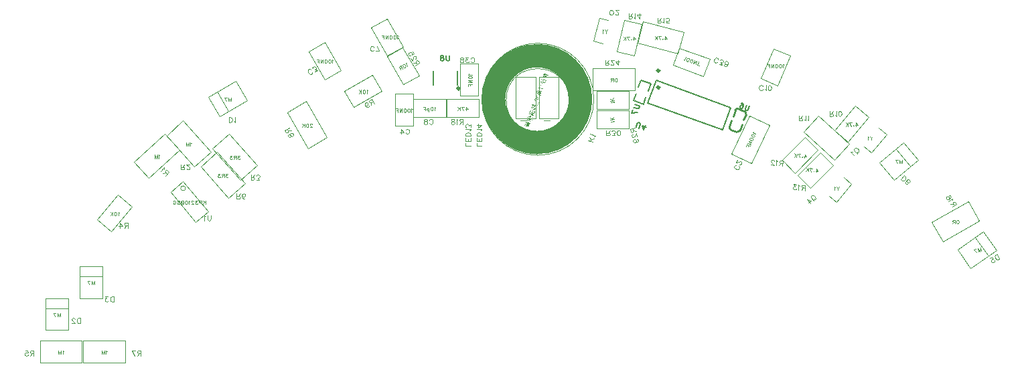
<source format=gbo>
G04 Layer: BottomSilkscreenLayer*
G04 EasyEDA Pro v1.9.29.eba1c1, 2023-03-01 16:56:33*
G04 Gerber Generator version 0.3*
G04 Scale: 100 percent, Rotated: No, Reflected: No*
G04 Dimensions in millimeters*
G04 Leading zeros omitted, absolute positions, 3 integers and 3 decimals*
%FSLAX33Y33*%
%MOMM*%
%ADD10C,0.1*%
%ADD11C,0.1524*%
%ADD12C,0.254*%
%ADD13C,2.999999*%
%ADD14C,0.299999*%
G75*


G04 Text Start*
G04 //text: 1M*
G54D10*
G01X618631Y578845D02*
G01X618590Y578865D01*
G01X618527Y578929D01*
G01Y578487D01*
G01X618326Y578929D02*
G01X618326Y578487D01*
G01X618326Y578929D02*
G01X618158Y578487D01*
G01X617991Y578929D02*
G01X618158Y578487D01*
G01X617991Y578929D02*
G01X617991Y578487D01*
G04 //text: R5*
G01X614820Y578917D02*
G01X614820Y578275D01*
G01X614820Y578917D02*
G01X614545Y578917D01*
G01X614454Y578887D01*
G01X614423Y578856D01*
G01X614393Y578795D01*
G01Y578734D01*
G01X614423Y578671D01*
G01X614454Y578640D01*
G01X614545Y578610D01*
G01X614820D01*
G01X614606Y578610D02*
G01X614393Y578275D01*
G01X613778Y578917D02*
G01X614086Y578917D01*
G01X614116Y578640D01*
G01X614086Y578671D01*
G01X613992Y578704D01*
G01X613900D01*
G01X613809Y578671D01*
G01X613748Y578610D01*
G01X613717Y578519D01*
G01Y578458D01*
G01X613748Y578366D01*
G01X613809Y578305D01*
G01X613900Y578275D01*
G01X613992D01*
G01X614086Y578305D01*
G01X614116Y578336D01*
G01X614147Y578397D01*
G04 //text: 1M*
G01X624107Y578845D02*
G01X624066Y578865D01*
G01X624002Y578929D01*
G01Y578487D01*
G01X623802Y578929D02*
G01X623802Y578487D01*
G01X623802Y578929D02*
G01X623634Y578487D01*
G01X623466Y578929D02*
G01X623634Y578487D01*
G01X623466Y578929D02*
G01X623466Y578487D01*
G04 //text: R7*
G01X628370Y578917D02*
G01X628370Y578275D01*
G01X628370Y578917D02*
G01X628095Y578917D01*
G01X628004Y578887D01*
G01X627973Y578856D01*
G01X627943Y578795D01*
G01Y578734D01*
G01X627973Y578671D01*
G01X628004Y578640D01*
G01X628095Y578610D01*
G01X628370D01*
G01X628156Y578610D02*
G01X627943Y578275D01*
G01X627267Y578917D02*
G01X627572Y578275D01*
G01X627697Y578917D02*
G01X627267Y578917D01*
G04 //text: 1M*
G01X630752Y603617D02*
G01X630711Y603637D01*
G01X630648Y603701D01*
G01Y603259D01*
G01X630447Y603701D02*
G01X630447Y603259D01*
G01X630447Y603701D02*
G01X630279Y603259D01*
G01X630112Y603701D02*
G01X630279Y603259D01*
G01X630112Y603701D02*
G01X630112Y603259D01*
G04 //text: R1*
G01X631922Y601514D02*
G01X631468Y601060D01*
G01X631922Y601514D02*
G01X631728Y601708D01*
G01X631642Y601751D01*
G01X631599D01*
G01X631534Y601730D01*
G01X631491Y601687D01*
G01X631468Y601620D01*
G01Y601577D01*
G01X631511Y601491D01*
G01X631705Y601297D01*
G01X631554Y601448D02*
G01X631166Y601361D01*
G01X631360Y601904D02*
G01X631339Y601969D01*
G01X631337Y602100D01*
G01X630882Y601645D01*
G04 //text: 3R3*
G01X639376Y601283D02*
G01X639145Y601283D01*
G01X639272Y601116D01*
G01X639208D01*
G01X639165Y601093D01*
G01X639145Y601073D01*
G01X639125Y601009D01*
G01Y600968D01*
G01X639145Y600905D01*
G01X639188Y600864D01*
G01X639249Y600841D01*
G01X639313D01*
G01X639376Y600864D01*
G01X639396Y600885D01*
G01X639417Y600925D01*
G01X638924Y601283D02*
G01X638924Y600841D01*
G01X638924Y601283D02*
G01X638736Y601283D01*
G01X638673Y601260D01*
G01X638652Y601240D01*
G01X638629Y601200D01*
G01Y601156D01*
G01X638652Y601116D01*
G01X638673Y601093D01*
G01X638736Y601073D01*
G01X638924D01*
G01X638777Y601073D02*
G01X638629Y600841D01*
G01X638388Y601283D02*
G01X638157Y601283D01*
G01X638284Y601116D01*
G01X638220D01*
G01X638177Y601093D01*
G01X638157Y601073D01*
G01X638137Y601009D01*
G01Y600968D01*
G01X638157Y600905D01*
G01X638200Y600864D01*
G01X638261Y600841D01*
G01X638325D01*
G01X638388Y600864D01*
G01X638408Y600885D01*
G01X638429Y600925D01*
G04 //text: R6*
G01X640512Y598152D02*
G01X640512Y598795D01*
G01X640512Y598152D02*
G01X640786Y598152D01*
G01X640878Y598183D01*
G01X640908Y598213D01*
G01X640939Y598274D01*
G01Y598335D01*
G01X640908Y598399D01*
G01X640878Y598429D01*
G01X640786Y598460D01*
G01X640512D01*
G01X640725Y598460D02*
G01X640939Y598795D01*
G01X641553Y598244D02*
G01X641523Y598183D01*
G01X641431Y598152D01*
G01X641370D01*
G01X641279Y598183D01*
G01X641215Y598274D01*
G01X641185Y598429D01*
G01Y598581D01*
G01X641215Y598703D01*
G01X641279Y598764D01*
G01X641370Y598795D01*
G01X641401D01*
G01X641492Y598764D01*
G01X641553Y598703D01*
G01X641584Y598612D01*
G01Y598581D01*
G01X641553Y598490D01*
G01X641492Y598429D01*
G01X641401Y598399D01*
G01X641370D01*
G01X641279Y598429D01*
G01X641215Y598490D01*
G01X641185Y598581D01*
G04 //text: 3R3*
G01X640894Y603580D02*
G01X640663Y603580D01*
G01X640790Y603412D01*
G01X640727D01*
G01X640683Y603389D01*
G01X640663Y603369D01*
G01X640643Y603305D01*
G01Y603265D01*
G01X640663Y603201D01*
G01X640706Y603161D01*
G01X640767Y603138D01*
G01X640831D01*
G01X640894Y603161D01*
G01X640915Y603181D01*
G01X640935Y603222D01*
G01X640442Y603580D02*
G01X640442Y603138D01*
G01X640442Y603580D02*
G01X640254Y603580D01*
G01X640191Y603557D01*
G01X640170Y603537D01*
G01X640148Y603496D01*
G01Y603453D01*
G01X640170Y603412D01*
G01X640191Y603389D01*
G01X640254Y603369D01*
G01X640442D01*
G01X640295Y603369D02*
G01X640148Y603138D01*
G01X639906Y603580D02*
G01X639675Y603580D01*
G01X639802Y603412D01*
G01X639739D01*
G01X639695Y603389D01*
G01X639675Y603369D01*
G01X639655Y603305D01*
G01Y603265D01*
G01X639675Y603201D01*
G01X639718Y603161D01*
G01X639779Y603138D01*
G01X639843D01*
G01X639906Y603161D01*
G01X639927Y603181D01*
G01X639947Y603222D01*
G04 //text: R3*
G01X642304Y600533D02*
G01X642304Y601175D01*
G01X642304Y600533D02*
G01X642579Y600533D01*
G01X642670Y600563D01*
G01X642701Y600594D01*
G01X642731Y600655D01*
G01Y600716D01*
G01X642701Y600779D01*
G01X642670Y600810D01*
G01X642579Y600840D01*
G01X642304D01*
G01X642518Y600840D02*
G01X642731Y601175D01*
G01X643038Y600533D02*
G01X643376Y600533D01*
G01X643193Y600779D01*
G01X643285D01*
G01X643346Y600810D01*
G01X643376Y600840D01*
G01X643407Y600931D01*
G01Y600992D01*
G01X643376Y601084D01*
G01X643315Y601145D01*
G01X643224Y601175D01*
G01X643132D01*
G01X643038Y601145D01*
G01X643008Y601114D01*
G01X642977Y601053D01*
G04 //text: 1M*
G01X634773Y605169D02*
G01X634733Y605189D01*
G01X634669Y605253D01*
G01Y604811D01*
G01X634469Y605253D02*
G01X634469Y604811D01*
G01X634469Y605253D02*
G01X634301Y604811D01*
G01X634133Y605253D02*
G01X634301Y604811D01*
G01X634133Y605253D02*
G01X634133Y604811D01*
G04 //text: R2*
G01X633479Y601833D02*
G01X633479Y602475D01*
G01X633479Y601833D02*
G01X633754Y601833D01*
G01X633845Y601863D01*
G01X633876Y601894D01*
G01X633906Y601955D01*
G01Y602016D01*
G01X633876Y602079D01*
G01X633845Y602110D01*
G01X633754Y602140D01*
G01X633479D01*
G01X633693Y602140D02*
G01X633906Y602475D01*
G01X634183Y601985D02*
G01X634183Y601955D01*
G01X634213Y601894D01*
G01X634246Y601863D01*
G01X634307Y601833D01*
G01X634429D01*
G01X634490Y601863D01*
G01X634521Y601894D01*
G01X634551Y601955D01*
G01Y602016D01*
G01X634521Y602079D01*
G01X634460Y602170D01*
G01X634152Y602475D01*
G01X634582D01*
G04 //text: 0R*
G01X688467Y613395D02*
G01X688530Y613372D01*
G01X688571Y613311D01*
G01X688591Y613204D01*
G01Y613143D01*
G01X688571Y613037D01*
G01X688530Y612976D01*
G01X688467Y612953D01*
G01X688424D01*
G01X688363Y612976D01*
G01X688320Y613037D01*
G01X688299Y613143D01*
G01Y613204D01*
G01X688320Y613311D01*
G01X688363Y613372D01*
G01X688424Y613395D01*
G01X688467D01*
G01X688099Y613395D02*
G01X688099Y612953D01*
G01X688099Y613395D02*
G01X687911Y613395D01*
G01X687847Y613372D01*
G01X687827Y613352D01*
G01X687804Y613311D01*
G01Y613268D01*
G01X687827Y613227D01*
G01X687847Y613204D01*
G01X687911Y613184D01*
G01X688099D01*
G01X687951Y613184D02*
G01X687804Y612953D01*
G04 //text: R24*
G01X687085Y615033D02*
G01X687085Y615675D01*
G01X687085Y615033D02*
G01X687359Y615033D01*
G01X687451Y615063D01*
G01X687481Y615094D01*
G01X687512Y615155D01*
G01Y615216D01*
G01X687481Y615279D01*
G01X687451Y615310D01*
G01X687359Y615340D01*
G01X687085D01*
G01X687298Y615340D02*
G01X687512Y615675D01*
G01X687789Y615185D02*
G01X687789Y615155D01*
G01X687819Y615094D01*
G01X687852Y615063D01*
G01X687913Y615033D01*
G01X688035D01*
G01X688096Y615063D01*
G01X688127Y615094D01*
G01X688157Y615155D01*
G01Y615216D01*
G01X688127Y615279D01*
G01X688066Y615370D01*
G01X687758Y615675D01*
G01X688187D01*
G01X688741Y615033D02*
G01X688434Y615462D01*
G01X688894D01*
G01X688741Y615033D02*
G01X688741Y615675D01*
G04 //text: 4.7K*
G01X694681Y618699D02*
G01X694889Y618405D01*
G01X694577D01*
G01X694681Y618699D02*
G01X694681Y618257D01*
G01X694353Y618364D02*
G01X694376Y618341D01*
G01X694353Y618321D01*
G01X694333Y618341D01*
G01X694353Y618364D01*
G01X693840Y618699D02*
G01X694049Y618257D01*
G01X694132Y618699D02*
G01X693840Y618699D01*
G01X693640Y618699D02*
G01X693640Y618257D01*
G01X693345Y618699D02*
G01X693640Y618405D01*
G01X693533Y618509D02*
G01X693345Y618257D01*
G04 //text: R15*
G01X693685Y620383D02*
G01X693685Y621025D01*
G01X693685Y620383D02*
G01X693959Y620383D01*
G01X694051Y620413D01*
G01X694081Y620444D01*
G01X694112Y620505D01*
G01Y620566D01*
G01X694081Y620629D01*
G01X694051Y620660D01*
G01X693959Y620690D01*
G01X693685D01*
G01X693898Y620690D02*
G01X694112Y621025D01*
G01X694358Y620505D02*
G01X694419Y620474D01*
G01X694513Y620383D01*
G01Y621025D01*
G01X695125Y620383D02*
G01X694820Y620383D01*
G01X694790Y620660D01*
G01X694820Y620629D01*
G01X694912Y620596D01*
G01X695003D01*
G01X695095Y620629D01*
G01X695156Y620690D01*
G01X695186Y620781D01*
G01Y620842D01*
G01X695156Y620934D01*
G01X695095Y620995D01*
G01X695003Y621025D01*
G01X694912D01*
G01X694820Y620995D01*
G01X694790Y620964D01*
G01X694760Y620903D01*
G04 //text: R11*
G01X711585Y608007D02*
G01X711585Y608650D01*
G01X711585Y608007D02*
G01X711859Y608007D01*
G01X711951Y608038D01*
G01X711981Y608068D01*
G01X712011Y608129D01*
G01Y608190D01*
G01X711981Y608254D01*
G01X711951Y608284D01*
G01X711859Y608315D01*
G01X711585D01*
G01X711798Y608315D02*
G01X712011Y608650D01*
G01X712258Y608129D02*
G01X712319Y608099D01*
G01X712413Y608007D01*
G01Y608650D01*
G01X712659Y608129D02*
G01X712720Y608099D01*
G01X712812Y608007D01*
G01Y608650D01*
G04 //text: 0R*
G01X731676Y595424D02*
G01X731739Y595401D01*
G01X731780Y595340D01*
G01X731800Y595234D01*
G01Y595173D01*
G01X731780Y595066D01*
G01X731739Y595005D01*
G01X731676Y594982D01*
G01X731633D01*
G01X731572Y595005D01*
G01X731529Y595066D01*
G01X731508Y595173D01*
G01Y595234D01*
G01X731529Y595340D01*
G01X731572Y595401D01*
G01X731633Y595424D01*
G01X731676D01*
G01X731308Y595424D02*
G01X731308Y594982D01*
G01X731308Y595424D02*
G01X731120Y595424D01*
G01X731056Y595401D01*
G01X731036Y595381D01*
G01X731013Y595340D01*
G01Y595297D01*
G01X731036Y595257D01*
G01X731056Y595234D01*
G01X731120Y595213D01*
G01X731308D01*
G01X731160Y595213D02*
G01X731013Y594982D01*
G04 //text: R16*
G01X731472Y597462D02*
G01X730945Y597093D01*
G01X731472Y597462D02*
G01X731314Y597686D01*
G01X731237Y597744D01*
G01X731194Y597751D01*
G01X731127Y597741D01*
G01X731077Y597706D01*
G01X731043Y597645D01*
G01X731035Y597603D01*
G01X731063Y597510D01*
G01X731220Y597285D01*
G01X731098Y597460D02*
G01X730700Y597443D01*
G01X730986Y597943D02*
G01X730976Y598011D01*
G01X730997Y598140D01*
G01X730470Y597771D01*
G01X730571Y598589D02*
G01X730638Y598599D01*
G01X730716Y598542D01*
G01X730750Y598492D01*
G01X730778Y598399D01*
G01X730738Y598297D01*
G01X730629Y598183D01*
G01X730504Y598096D01*
G01X730386Y598051D01*
G01X730302Y598066D01*
G01X730224Y598123D01*
G01X730207Y598148D01*
G01X730179Y598240D01*
G01X730194Y598325D01*
G01X730252Y598403D01*
G01X730276Y598420D01*
G01X730369Y598448D01*
G01X730454Y598433D01*
G01X730531Y598375D01*
G01X730549Y598350D01*
G01X730576Y598258D01*
G01X730561Y598173D01*
G01X730504Y598096D01*
G04 //text: 10pF*
G01X665605Y609642D02*
G01X665565Y609662D01*
G01X665501Y609725D01*
G01Y609283D01*
G01X665176Y609725D02*
G01X665237Y609702D01*
G01X665280Y609642D01*
G01X665301Y609535D01*
G01Y609474D01*
G01X665280Y609367D01*
G01X665237Y609306D01*
G01X665176Y609283D01*
G01X665133D01*
G01X665069Y609306D01*
G01X665029Y609367D01*
G01X665008Y609474D01*
G01Y609535D01*
G01X665029Y609642D01*
G01X665069Y609702D01*
G01X665133Y609725D01*
G01X665176D01*
G01X664808Y609578D02*
G01X664808Y609139D01*
G01X664808Y609515D02*
G01X664765Y609558D01*
G01X664724Y609578D01*
G01X664660D01*
G01X664617Y609558D01*
G01X664577Y609515D01*
G01X664556Y609451D01*
G01Y609410D01*
G01X664577Y609347D01*
G01X664617Y609306D01*
G01X664660Y609283D01*
G01X664724D01*
G01X664765Y609306D01*
G01X664808Y609347D01*
G01X664356Y609725D02*
G01X664356Y609283D01*
G01X664356Y609725D02*
G01X664084Y609725D01*
G01X664356Y609515D02*
G01X664188Y609515D01*
G04 //text: C8*
G01X664845Y608068D02*
G01X664875Y608129D01*
G01X664936Y608190D01*
G01X664997Y608221D01*
G01X665119D01*
G01X665180Y608190D01*
G01X665241Y608129D01*
G01X665272Y608068D01*
G01X665302Y607974D01*
G01Y607822D01*
G01X665272Y607731D01*
G01X665241Y607670D01*
G01X665180Y607609D01*
G01X665119Y607578D01*
G01X664997D01*
G01X664936Y607609D01*
G01X664875Y607670D01*
G01X664845Y607731D01*
G01X664444Y608221D02*
G01X664535Y608190D01*
G01X664568Y608129D01*
G01Y608068D01*
G01X664535Y608007D01*
G01X664474Y607974D01*
G01X664352Y607944D01*
G01X664261Y607913D01*
G01X664200Y607852D01*
G01X664169Y607792D01*
G01Y607700D01*
G01X664200Y607639D01*
G01X664230Y607609D01*
G01X664322Y607578D01*
G01X664444D01*
G01X664535Y607609D01*
G01X664568Y607639D01*
G01X664599Y607700D01*
G01Y607792D01*
G01X664568Y607852D01*
G01X664505Y607913D01*
G01X664413Y607944D01*
G01X664291Y607974D01*
G01X664230Y608007D01*
G01X664200Y608068D01*
G01Y608129D01*
G01X664230Y608190D01*
G01X664322Y608221D01*
G01X664444D01*
G04 //text: 47K*
G01X669545Y609769D02*
G01X669753Y609474D01*
G01X669441D01*
G01X669545Y609769D02*
G01X669545Y609327D01*
G01X668945Y609769D02*
G01X669156Y609327D01*
G01X669240Y609769D02*
G01X668945Y609769D01*
G01X668745Y609769D02*
G01X668745Y609327D01*
G01X668452Y609769D02*
G01X668745Y609474D01*
G01X668640Y609579D02*
G01X668452Y609327D01*
G04 //text: R18*
G01X669112Y608221D02*
G01X669112Y607578D01*
G01X669112Y608221D02*
G01X668838Y608221D01*
G01X668746Y608190D01*
G01X668716Y608160D01*
G01X668685Y608099D01*
G01Y608038D01*
G01X668716Y607974D01*
G01X668746Y607944D01*
G01X668838Y607913D01*
G01X669112D01*
G01X668899Y607913D02*
G01X668685Y607578D01*
G01X668439Y608099D02*
G01X668378Y608129D01*
G01X668284Y608221D01*
G01Y607578D01*
G01X667885Y608221D02*
G01X667977Y608190D01*
G01X668007Y608129D01*
G01Y608068D01*
G01X667977Y608007D01*
G01X667916Y607974D01*
G01X667794Y607944D01*
G01X667703Y607913D01*
G01X667642Y607852D01*
G01X667611Y607792D01*
G01Y607700D01*
G01X667642Y607639D01*
G01X667672Y607609D01*
G01X667763Y607578D01*
G01X667885D01*
G01X667977Y607609D01*
G01X668007Y607639D01*
G01X668038Y607700D01*
G01Y607792D01*
G01X668007Y607852D01*
G01X667946Y607913D01*
G01X667855Y607944D01*
G01X667733Y607974D01*
G01X667672Y608007D01*
G01X667642Y608068D01*
G01Y608129D01*
G01X667672Y608190D01*
G01X667763Y608221D01*
G01X667885D01*
G04 //text: 10K*
G01X625639Y596377D02*
G01X625598Y596397D01*
G01X625534Y596461D01*
G01Y596019D01*
G01X625209Y596461D02*
G01X625270Y596438D01*
G01X625313Y596377D01*
G01X625334Y596270D01*
G01Y596209D01*
G01X625313Y596102D01*
G01X625270Y596041D01*
G01X625209Y596019D01*
G01X625166D01*
G01X625103Y596041D01*
G01X625062Y596102D01*
G01X625042Y596209D01*
G01Y596270D01*
G01X625062Y596377D01*
G01X625103Y596438D01*
G01X625166Y596461D01*
G01X625209D01*
G01X624841Y596461D02*
G01X624841Y596019D01*
G01X624546Y596461D02*
G01X624841Y596166D01*
G01X624734Y596270D02*
G01X624546Y596019D01*
G04 //text: R4*
G01X626720Y595092D02*
G01X626720Y594450D01*
G01X626720Y595092D02*
G01X626445Y595092D01*
G01X626354Y595062D01*
G01X626323Y595031D01*
G01X626293Y594970D01*
G01Y594909D01*
G01X626323Y594846D01*
G01X626354Y594815D01*
G01X626445Y594785D01*
G01X626720D01*
G01X626506Y594785D02*
G01X626293Y594450D01*
G01X625739Y595092D02*
G01X626047Y594663D01*
G01X625587D01*
G01X625739Y595092D02*
G01X625739Y594450D01*
G04 //text: 100NF*
G01X652703Y615651D02*
G01X652663Y615672D01*
G01X652599Y615735D01*
G01Y615293D01*
G01X652274Y615735D02*
G01X652335Y615712D01*
G01X652378Y615651D01*
G01X652399Y615545D01*
G01Y615484D01*
G01X652378Y615377D01*
G01X652335Y615316D01*
G01X652274Y615293D01*
G01X652231D01*
G01X652167Y615316D01*
G01X652127Y615377D01*
G01X652106Y615484D01*
G01Y615545D01*
G01X652127Y615651D01*
G01X652167Y615712D01*
G01X652231Y615735D01*
G01X652274D01*
G01X651779Y615735D02*
G01X651842Y615712D01*
G01X651883Y615651D01*
G01X651906Y615545D01*
G01Y615484D01*
G01X651883Y615377D01*
G01X651842Y615316D01*
G01X651779Y615293D01*
G01X651738D01*
G01X651675Y615316D01*
G01X651631Y615377D01*
G01X651611Y615484D01*
G01Y615545D01*
G01X651631Y615651D01*
G01X651675Y615712D01*
G01X651738Y615735D01*
G01X651779D01*
G01X651410Y615735D02*
G01X651410Y615293D01*
G01X651410Y615735D02*
G01X651118Y615293D01*
G01X651118Y615735D02*
G01X651118Y615293D01*
G01X650918Y615735D02*
G01X650918Y615293D01*
G01X650918Y615735D02*
G01X650646Y615735D01*
G01X650918Y615524D02*
G01X650750Y615524D01*
G04 //text: C3*
G01X650053Y614186D02*
G01X650057Y614118D01*
G01X650035Y614035D01*
G01X649997Y613978D01*
G01X649892Y613917D01*
G01X649824Y613913D01*
G01X649740Y613935D01*
G01X649684Y613973D01*
G01X649610Y614039D01*
G01X649534Y614171D01*
G01X649515Y614265D01*
G01X649511Y614333D01*
G01X649533Y614417D01*
G01X649570Y614474D01*
G01X649676Y614535D01*
G01X649744Y614539D01*
G01X649827Y614516D01*
G01X649884Y614479D01*
G01X650398Y614209D02*
G01X650688Y614377D01*
G01X650407Y614499D01*
G01X650486Y614545D01*
G01X650523Y614601D01*
G01X650534Y614643D01*
G01X650515Y614737D01*
G01X650485Y614790D01*
G01X650413Y614854D01*
G01X650329Y614876D01*
G01X650235Y614857D01*
G01X650156Y614811D01*
G01X650092Y614739D01*
G01X650078Y614696D01*
G01X650082Y614628D01*
G04 //text: 100NF*
G01X660923Y618747D02*
G01X660883Y618768D01*
G01X660819Y618831D01*
G01Y618389D01*
G01X660494Y618831D02*
G01X660555Y618808D01*
G01X660598Y618747D01*
G01X660619Y618641D01*
G01Y618580D01*
G01X660598Y618473D01*
G01X660555Y618412D01*
G01X660494Y618389D01*
G01X660451D01*
G01X660387Y618412D01*
G01X660347Y618473D01*
G01X660326Y618580D01*
G01Y618641D01*
G01X660347Y618747D01*
G01X660387Y618808D01*
G01X660451Y618831D01*
G01X660494D01*
G01X659999Y618831D02*
G01X660062Y618808D01*
G01X660103Y618747D01*
G01X660126Y618641D01*
G01Y618580D01*
G01X660103Y618473D01*
G01X660062Y618412D01*
G01X659999Y618389D01*
G01X659958D01*
G01X659895Y618412D01*
G01X659852Y618473D01*
G01X659831Y618580D01*
G01Y618641D01*
G01X659852Y618747D01*
G01X659895Y618808D01*
G01X659958Y618831D01*
G01X659999D01*
G01X659631Y618831D02*
G01X659631Y618389D01*
G01X659631Y618831D02*
G01X659338Y618389D01*
G01X659338Y618831D02*
G01X659338Y618389D01*
G01X659138Y618831D02*
G01X659138Y618389D01*
G01X659138Y618831D02*
G01X658866Y618831D01*
G01X659138Y618620D02*
G01X658970Y618620D01*
G04 //text: C7*
G01X657860Y616974D02*
G01X657830Y616913D01*
G01X657769Y616852D01*
G01X657708Y616821D01*
G01X657586D01*
G01X657525Y616852D01*
G01X657464Y616913D01*
G01X657433Y616974D01*
G01X657403Y617068D01*
G01Y617220D01*
G01X657433Y617311D01*
G01X657464Y617372D01*
G01X657525Y617433D01*
G01X657586Y617464D01*
G01X657708D01*
G01X657769Y617433D01*
G01X657830Y617372D01*
G01X657860Y617311D01*
G01X658536Y616821D02*
G01X658231Y617464D01*
G01X658106Y616821D02*
G01X658536Y616821D01*
G04 //text: 4.7K*
G01X690713Y618646D02*
G01X690921Y618352D01*
G01X690609D01*
G01X690713Y618646D02*
G01X690713Y618205D01*
G01X690386Y618311D02*
G01X690408Y618288D01*
G01X690386Y618268D01*
G01X690365Y618288D01*
G01X690386Y618311D01*
G01X689872Y618646D02*
G01X690081Y618205D01*
G01X690165Y618646D02*
G01X689872Y618646D01*
G01X689672Y618646D02*
G01X689672Y618205D01*
G01X689377Y618646D02*
G01X689672Y618352D01*
G01X689565Y618456D02*
G01X689377Y618205D01*
G04 //text: R14*
G01X690060Y620958D02*
G01X690060Y621600D01*
G01X690060Y620958D02*
G01X690334Y620958D01*
G01X690426Y620988D01*
G01X690456Y621019D01*
G01X690487Y621080D01*
G01Y621141D01*
G01X690456Y621204D01*
G01X690426Y621235D01*
G01X690334Y621265D01*
G01X690060D01*
G01X690273Y621265D02*
G01X690487Y621600D01*
G01X690733Y621080D02*
G01X690794Y621049D01*
G01X690888Y620958D01*
G01Y621600D01*
G01X691439Y620958D02*
G01X691135Y621387D01*
G01X691592D01*
G01X691439Y620958D02*
G01X691439Y621600D01*
G04 //text: 4.7K*
G01X712344Y603750D02*
G01X712526Y603439D01*
G01X712214Y603466D01*
G01X712344Y603750D02*
G01X712305Y603310D01*
G01X711988Y603445D02*
G01X712009Y603420D01*
G01X711984Y603402D01*
G01X711966Y603424D01*
G01X711988Y603445D01*
G01X711506Y603824D02*
G01X711675Y603365D01*
G01X711797Y603798D02*
G01X711506Y603824D01*
G01X711306Y603841D02*
G01X711268Y603401D01*
G01X711013Y603867D02*
G01X711281Y603547D01*
G01X711183Y603661D02*
G01X710974Y603426D01*
G04 //text: R12*
G01X709555Y602944D02*
G01X709499Y602303D01*
G01X709555Y602944D02*
G01X709282Y602968D01*
G01X709188Y602945D01*
G01X709155Y602917D01*
G01X709120Y602859D01*
G01X709114Y602799D01*
G01X709139Y602733D01*
G01X709167Y602700D01*
G01X709255Y602661D01*
G01X709528Y602637D01*
G01X709316Y602656D02*
G01X709074Y602341D01*
G01X708874Y602881D02*
G01X708816Y602917D01*
G01X708730Y603016D01*
G01X708674Y602376D01*
G01X708441Y602888D02*
G01X708444Y602919D01*
G01X708419Y602982D01*
G01X708391Y603015D01*
G01X708333Y603051D01*
G01X708212Y603061D01*
G01X708148Y603036D01*
G01X708115Y603008D01*
G01X708080Y602950D01*
G01X708074Y602890D01*
G01X708099Y602824D01*
G01X708152Y602727D01*
G01X708429Y602397D01*
G01X708004Y602434D01*
G04 //text: 4.7K*
G01X713815Y601928D02*
G01X713997Y601617D01*
G01X713686Y601644D01*
G01X713815Y601928D02*
G01X713777Y601488D01*
G01X713460Y601623D02*
G01X713480Y601598D01*
G01X713456Y601580D01*
G01X713437Y601602D01*
G01X713460Y601623D01*
G01X712978Y602002D02*
G01X713147Y601543D01*
G01X713269Y601976D02*
G01X712978Y602002D01*
G01X712778Y602019D02*
G01X712739Y601579D01*
G01X712484Y602045D02*
G01X712752Y601726D01*
G01X712655Y601839D02*
G01X712446Y601604D01*
G04 //text: R13*
G01X712371Y599840D02*
G01X712315Y599200D01*
G01X712371Y599840D02*
G01X712098Y599864D01*
G01X712004Y599841D01*
G01X711971Y599814D01*
G01X711936Y599755D01*
G01X711930Y599695D01*
G01X711955Y599629D01*
G01X711983Y599596D01*
G01X712071Y599557D01*
G01X712345Y599534D01*
G01X712132Y599552D02*
G01X711890Y599237D01*
G01X711690Y599777D02*
G01X711632Y599813D01*
G01X711547Y599912D01*
G01X711491Y599272D01*
G01X711240Y599939D02*
G01X710906Y599968D01*
G01X711067Y599707D01*
G01X710976Y599715D01*
G01X710913Y599689D01*
G01X710880Y599662D01*
G01X710841Y599573D01*
G01X710836Y599513D01*
G01X710858Y599419D01*
G01X710914Y599353D01*
G01X711002Y599314D01*
G01X711093Y599307D01*
G01X711187Y599329D01*
G01X711220Y599357D01*
G01X711256Y599415D01*
G04 //text: 4.7K*
G01X718818Y607756D02*
G01X719026Y607461D01*
G01X718714D01*
G01X718818Y607756D02*
G01X718818Y607314D01*
G01X718490Y607420D02*
G01X718513Y607397D01*
G01X718490Y607377D01*
G01X718470Y607397D01*
G01X718490Y607420D01*
G01X717977Y607756D02*
G01X718185Y607314D01*
G01X718269Y607756D02*
G01X717977Y607756D01*
G01X717776Y607756D02*
G01X717776Y607314D01*
G01X717482Y607756D02*
G01X717776Y607461D01*
G01X717670Y607565D02*
G01X717482Y607314D01*
G04 //text: R10*
G01X715471Y608581D02*
G01X715471Y609224D01*
G01X715471Y608581D02*
G01X715745Y608581D01*
G01X715837Y608612D01*
G01X715867Y608642D01*
G01X715898Y608703D01*
G01Y608764D01*
G01X715867Y608828D01*
G01X715837Y608858D01*
G01X715745Y608889D01*
G01X715471D01*
G01X715684Y608889D02*
G01X715898Y609224D01*
G01X716144Y608703D02*
G01X716205Y608673D01*
G01X716299Y608581D01*
G01Y609224D01*
G01X716728Y608581D02*
G01X716637Y608612D01*
G01X716576Y608703D01*
G01X716545Y608858D01*
G01Y608950D01*
G01X716576Y609102D01*
G01X716637Y609194D01*
G01X716728Y609224D01*
G01X716789D01*
G01X716881Y609194D01*
G01X716941Y609102D01*
G01X716972Y608950D01*
G01Y608858D01*
G01X716941Y608703D01*
G01X716881Y608612D01*
G01X716789Y608581D01*
G01X716728D01*
G04 //text: 10K*
G01X657058Y611829D02*
G01X657017Y611849D01*
G01X656954Y611913D01*
G01Y611471D01*
G01X656628Y611913D02*
G01X656689Y611890D01*
G01X656733Y611829D01*
G01X656753Y611722D01*
G01Y611661D01*
G01X656733Y611555D01*
G01X656689Y611494D01*
G01X656628Y611471D01*
G01X656585D01*
G01X656522Y611494D01*
G01X656481Y611555D01*
G01X656461Y611661D01*
G01Y611722D01*
G01X656481Y611829D01*
G01X656522Y611890D01*
G01X656585Y611913D01*
G01X656628D01*
G01X656260Y611913D02*
G01X656260Y611471D01*
G01X655966Y611913D02*
G01X656260Y611618D01*
G01X656154Y611722D02*
G01X655966Y611471D01*
G04 //text: R9*
G01X657561Y610723D02*
G01X657882Y610167D01*
G01X657561Y610723D02*
G01X657324Y610586D01*
G01X657260Y610514D01*
G01X657248Y610472D01*
G01X657253Y610404D01*
G01X657283Y610352D01*
G01X657341Y610312D01*
G01X657383Y610301D01*
G01X657477Y610320D01*
G01X657715Y610457D01*
G01X657530Y610350D02*
G01X657513Y609953D01*
G01X656740Y610003D02*
G01X656813Y609936D01*
G01X656896Y609914D01*
G01X656991Y609933D01*
G01X657017Y609949D01*
G01X657081Y610021D01*
G01X657105Y610105D01*
G01X657085Y610202D01*
G01X657070Y610228D01*
G01X656998Y610292D01*
G01X656912Y610313D01*
G01X656818Y610294D01*
G01X656791Y610279D01*
G01X656727Y610207D01*
G01X656705Y610123D01*
G01X656740Y610003D01*
G01X656817Y609868D01*
G01X656920Y609752D01*
G01X657018Y609703D01*
G01X657113Y609722D01*
G01X657165Y609753D01*
G01X657231Y609826D01*
G01X657227Y609894D01*
G04 //text: M7*
G01X618183Y583677D02*
G01X618183Y583235D01*
G01X618183Y583677D02*
G01X618015Y583235D01*
G01X617847Y583677D02*
G01X618015Y583235D01*
G01X617847Y583677D02*
G01X617847Y583235D01*
G01X617355Y583677D02*
G01X617563Y583235D01*
G01X617647Y583677D02*
G01X617355Y583677D01*
G04 //text: D2*
G01X620745Y583042D02*
G01X620745Y582400D01*
G01X620745Y583042D02*
G01X620531Y583042D01*
G01X620440Y583012D01*
G01X620379Y582951D01*
G01X620348Y582890D01*
G01X620318Y582796D01*
G01Y582644D01*
G01X620348Y582552D01*
G01X620379Y582491D01*
G01X620440Y582430D01*
G01X620531Y582400D01*
G01X620745D01*
G01X620041Y582890D02*
G01X620041Y582920D01*
G01X620011Y582981D01*
G01X619978Y583012D01*
G01X619917Y583042D01*
G01X619795D01*
G01X619734Y583012D01*
G01X619703Y582981D01*
G01X619673Y582920D01*
G01Y582859D01*
G01X619703Y582796D01*
G01X619764Y582705D01*
G01X620072Y582400D01*
G01X619642D01*
G04 //text: M7*
G01X622497Y587733D02*
G01X622497Y587291D01*
G01X622497Y587733D02*
G01X622329Y587291D01*
G01X622161Y587733D02*
G01X622329Y587291D01*
G01X622161Y587733D02*
G01X622161Y587291D01*
G01X621668Y587733D02*
G01X621877Y587291D01*
G01X621961Y587733D02*
G01X621668Y587733D01*
G04 //text: D3*
G01X624945Y585767D02*
G01X624945Y585125D01*
G01X624945Y585767D02*
G01X624731Y585767D01*
G01X624640Y585737D01*
G01X624579Y585676D01*
G01X624548Y585615D01*
G01X624518Y585521D01*
G01Y585369D01*
G01X624548Y585277D01*
G01X624579Y585216D01*
G01X624640Y585155D01*
G01X624731Y585125D01*
G01X624945D01*
G01X624211Y585767D02*
G01X623873Y585767D01*
G01X624056Y585521D01*
G01X623964D01*
G01X623903Y585490D01*
G01X623873Y585460D01*
G01X623842Y585369D01*
G01Y585308D01*
G01X623873Y585216D01*
G01X623934Y585155D01*
G01X624025Y585125D01*
G01X624117D01*
G01X624211Y585155D01*
G01X624241Y585186D01*
G01X624272Y585247D01*
G04 //text: M7*
G01X639813Y610937D02*
G01X639813Y610495D01*
G01X639813Y610937D02*
G01X639645Y610495D01*
G01X639477Y610937D02*
G01X639645Y610495D01*
G01X639477Y610937D02*
G01X639477Y610495D01*
G01X638985Y610937D02*
G01X639193Y610495D01*
G01X639277Y610937D02*
G01X638985Y610937D01*
G04 //text: D1*
G01X639504Y607808D02*
G01X639504Y608450D01*
G01X639504Y607808D02*
G01X639718Y607808D01*
G01X639809Y607838D01*
G01X639870Y607899D01*
G01X639901Y607960D01*
G01X639931Y608054D01*
G01Y608206D01*
G01X639901Y608298D01*
G01X639870Y608359D01*
G01X639809Y608420D01*
G01X639718Y608450D01*
G01X639504D01*
G01X640177Y607930D02*
G01X640238Y607899D01*
G01X640332Y607808D01*
G01Y608450D01*
G04 //text: M7*
G01X724638Y603036D02*
G01X724638Y602594D01*
G01X724638Y603036D02*
G01X724471Y602594D01*
G01X724303Y603036D02*
G01X724471Y602594D01*
G01X724303Y603036D02*
G01X724303Y602594D01*
G01X723810Y603036D02*
G01X724019Y602594D01*
G01X724102Y603036D02*
G01X723810Y603036D01*
G04 //text: D6*
G01X724455Y600598D02*
G01X724869Y601090D01*
G01X724455Y600598D02*
G01X724619Y600461D01*
G01X724709Y600425D01*
G01X724794Y600433D01*
G01X724857Y600460D01*
G01X724941Y600512D01*
G01X725039Y600629D01*
G01X725074Y600719D01*
G01X725090Y600785D01*
G01X725082Y600871D01*
G01X725032Y600953D01*
G01X724869Y601090D01*
G01X725312Y599998D02*
G01X725249Y599971D01*
G01X725160Y600007D01*
G01X725113Y600046D01*
G01X725063Y600128D01*
G01X725073Y600239D01*
G01X725149Y600377D01*
G01X725247Y600494D01*
G01X725349Y600568D01*
G01X725437Y600574D01*
G01X725526Y600538D01*
G01X725550Y600519D01*
G01X725600Y600436D01*
G01X725608Y600351D01*
G01X725572Y600261D01*
G01X725552Y600238D01*
G01X725470Y600187D01*
G01X725384Y600180D01*
G01X725295Y600215D01*
G01X725271Y600235D01*
G01X725221Y600317D01*
G01X725212Y600404D01*
G01X725247Y600494D01*
G04 //text: M7*
G01X734499Y591946D02*
G01X734613Y591520D01*
G01X734499Y591946D02*
G01X734451Y591476D01*
G01X734175Y591860D02*
G01X734451Y591476D01*
G01X734175Y591860D02*
G01X734289Y591433D01*
G01X733699Y591732D02*
G01X734014Y591359D01*
G01X733981Y591808D02*
G01X733699Y591732D01*
G04 //text: D5*
G01X736624Y591103D02*
G01X736945Y590546D01*
G01X736624Y591103D02*
G01X736439Y590996D01*
G01X736375Y590924D01*
G01X736353Y590841D01*
G01X736357Y590773D01*
G01X736377Y590676D01*
G01X736453Y590544D01*
G01X736526Y590480D01*
G01X736582Y590442D01*
G01X736666Y590420D01*
G01X736760Y590439D01*
G01X736945Y590546D01*
G01X735722Y590582D02*
G01X735988Y590736D01*
G01X736153Y590511D01*
G01X736111Y590522D01*
G01X736013Y590504D01*
G01X735934Y590458D01*
G01X735871Y590384D01*
G01X735849Y590301D01*
G01X735868Y590206D01*
G01X735899Y590153D01*
G01X735971Y590089D01*
G01X736054Y590067D01*
G01X736149Y590086D01*
G01X736228Y590132D01*
G01X736294Y590206D01*
G01X736305Y590247D01*
G01X736301Y590315D01*
G04 //text: KP3210BSG*
G01X636550Y597887D02*
G01X636550Y597445D01*
G01X636257Y597887D02*
G01X636550Y597592D01*
G01X636445Y597696D02*
G01X636257Y597445D01*
G01X636057Y597887D02*
G01X636057Y597445D01*
G01X636057Y597887D02*
G01X635869Y597887D01*
G01X635805Y597864D01*
G01X635785Y597843D01*
G01X635762Y597803D01*
G01Y597739D01*
G01X635785Y597696D01*
G01X635805Y597676D01*
G01X635869Y597655D01*
G01X636057D01*
G01X635521Y597887D02*
G01X635290Y597887D01*
G01X635417Y597719D01*
G01X635353D01*
G01X635310Y597696D01*
G01X635290Y597676D01*
G01X635269Y597612D01*
G01Y597572D01*
G01X635290Y597508D01*
G01X635333Y597468D01*
G01X635394Y597445D01*
G01X635457D01*
G01X635521Y597468D01*
G01X635541Y597488D01*
G01X635562Y597528D01*
G01X635048Y597780D02*
G01X635048Y597803D01*
G01X635028Y597843D01*
G01X635005Y597864D01*
G01X634965Y597887D01*
G01X634881D01*
G01X634838Y597864D01*
G01X634817Y597843D01*
G01X634797Y597803D01*
G01Y597760D01*
G01X634817Y597719D01*
G01X634860Y597655D01*
G01X635069Y597445D01*
G01X634777D01*
G01X634576Y597803D02*
G01X634533Y597823D01*
G01X634469Y597887D01*
G01Y597445D01*
G01X634144Y597887D02*
G01X634208Y597864D01*
G01X634248Y597803D01*
G01X634269Y597696D01*
G01Y597635D01*
G01X634248Y597528D01*
G01X634208Y597468D01*
G01X634144Y597445D01*
G01X634101D01*
G01X634040Y597468D01*
G01X633997Y597528D01*
G01X633977Y597635D01*
G01Y597696D01*
G01X633997Y597803D01*
G01X634040Y597864D01*
G01X634101Y597887D01*
G01X634144D01*
G01X633776Y597887D02*
G01X633776Y597445D01*
G01X633776Y597887D02*
G01X633588Y597887D01*
G01X633524Y597864D01*
G01X633504Y597843D01*
G01X633481Y597803D01*
G01Y597760D01*
G01X633504Y597719D01*
G01X633524Y597696D01*
G01X633588Y597676D01*
G01X633776Y597676D02*
G01X633588Y597676D01*
G01X633524Y597655D01*
G01X633504Y597635D01*
G01X633481Y597592D01*
G01Y597528D01*
G01X633504Y597488D01*
G01X633524Y597468D01*
G01X633588Y597445D01*
G01X633776D01*
G01X632988Y597823D02*
G01X633032Y597864D01*
G01X633093Y597887D01*
G01X633176D01*
G01X633240Y597864D01*
G01X633281Y597823D01*
G01Y597780D01*
G01X633260Y597739D01*
G01X633240Y597719D01*
G01X633199Y597696D01*
G01X633072Y597655D01*
G01X633032Y597635D01*
G01X633009Y597612D01*
G01X632988Y597572D01*
G01Y597508D01*
G01X633032Y597468D01*
G01X633093Y597445D01*
G01X633176D01*
G01X633240Y597468D01*
G01X633281Y597508D01*
G01X632473Y597780D02*
G01X632496Y597823D01*
G01X632536Y597864D01*
G01X632580Y597887D01*
G01X632663D01*
G01X632704Y597864D01*
G01X632747Y597823D01*
G01X632768Y597780D01*
G01X632788Y597719D01*
G01Y597612D01*
G01X632768Y597551D01*
G01X632747Y597508D01*
G01X632704Y597468D01*
G01X632663Y597445D01*
G01X632580D01*
G01X632536Y597468D01*
G01X632496Y597508D01*
G01X632473Y597551D01*
G01Y597612D01*
G01X632580Y597612D02*
G01X632473Y597612D01*
G04 //text: U1*
G01X637235Y596029D02*
G01X637235Y595569D01*
G01X637205Y595478D01*
G01X637144Y595417D01*
G01X637052Y595386D01*
G01X636991D01*
G01X636900Y595417D01*
G01X636839Y595478D01*
G01X636808Y595569D01*
G01Y596029D01*
G01X636562Y595907D02*
G01X636501Y595937D01*
G01X636407Y596029D01*
G01Y595386D01*
G04 //text: Y1*
G01X720918Y606042D02*
G01X720750Y605832D01*
G01Y605600D01*
G01X720582Y606042D02*
G01X720750Y605832D01*
G01X720382Y605959D02*
G01X720341Y605979D01*
G01X720278Y606042D01*
G01Y605600D01*
G04 //text: Q1*
G01X718693Y604556D02*
G01X718759Y604572D01*
G01X718845Y604565D01*
G01X718908Y604538D01*
G01X718992Y604485D01*
G01X719090Y604368D01*
G01X719125Y604279D01*
G01X719141Y604213D01*
G01X719133Y604127D01*
G01X719106Y604064D01*
G01X719013Y603986D01*
G01X718947Y603970D01*
G01X718861Y603977D01*
G01X718798Y604005D01*
G01X718716Y604055D01*
G01X718618Y604172D01*
G01X718581Y604263D01*
G01X718565Y604330D01*
G01X718573Y604416D01*
G01X718600Y604478D01*
G01X718693Y604556D01*
G01X718958Y604099D02*
G01X718935Y603841D01*
G01X718349Y604109D02*
G01X718281Y604091D01*
G01X718152Y604103D01*
G01X718565Y603610D01*
G04 //text: Y1*
G01X687388Y619538D02*
G01X687220Y619327D01*
G01Y619096D01*
G01X687052Y619538D02*
G01X687220Y619327D01*
G01X686852Y619454D02*
G01X686811Y619474D01*
G01X686747Y619538D01*
G01Y619096D01*
G04 //text: Q2*
G01X687812Y621393D02*
G01X687751Y621424D01*
G01X687690Y621485D01*
G01X687659Y621546D01*
G01X687629Y621640D01*
G01Y621792D01*
G01X687659Y621883D01*
G01X687690Y621944D01*
G01X687751Y622005D01*
G01X687812Y622036D01*
G01X687934D01*
G01X687995Y622005D01*
G01X688056Y621944D01*
G01X688086Y621883D01*
G01X688116Y621792D01*
G01Y621640D01*
G01X688086Y621546D01*
G01X688056Y621485D01*
G01X687995Y621424D01*
G01X687934Y621393D01*
G01X687812D01*
G01X687903Y621914D02*
G01X688086Y622097D01*
G01X688396Y621546D02*
G01X688396Y621515D01*
G01X688426Y621454D01*
G01X688457Y621424D01*
G01X688518Y621393D01*
G01X688640D01*
G01X688701Y621424D01*
G01X688731Y621454D01*
G01X688762Y621515D01*
G01Y621576D01*
G01X688731Y621640D01*
G01X688670Y621731D01*
G01X688363Y622036D01*
G01X688792D01*
G04 //text: Y1*
G01X716678Y599655D02*
G01X716511Y599444D01*
G01Y599213D01*
G01X716343Y599655D02*
G01X716511Y599444D01*
G01X716142Y599571D02*
G01X716102Y599592D01*
G01X716038Y599655D01*
G01Y599213D01*
G04 //text: Q4*
G01X713232Y598587D02*
G01X713298Y598603D01*
G01X713384Y598596D01*
G01X713447Y598569D01*
G01X713531Y598516D01*
G01X713629Y598399D01*
G01X713664Y598310D01*
G01X713680Y598244D01*
G01X713672Y598158D01*
G01X713645Y598095D01*
G01X713552Y598017D01*
G01X713486Y598001D01*
G01X713400Y598008D01*
G01X713337Y598036D01*
G01X713255Y598086D01*
G01X713157Y598203D01*
G01X713120Y598294D01*
G01X713104Y598361D01*
G01X713112Y598447D01*
G01X713139Y598509D01*
G01X713232Y598587D01*
G01X713497Y598130D02*
G01X713474Y597872D01*
G01X712574Y598036D02*
G01X713086Y597904D01*
G01X712734Y597609D01*
G01X712574Y598036D02*
G01X712988Y597543D01*
G04 //text: 100NF*
G01X709688Y615103D02*
G01X709648Y615123D01*
G01X709584Y615186D01*
G01Y614744D01*
G01X709259Y615186D02*
G01X709320Y615163D01*
G01X709363Y615103D01*
G01X709383Y614996D01*
G01Y614935D01*
G01X709363Y614828D01*
G01X709320Y614767D01*
G01X709259Y614744D01*
G01X709216D01*
G01X709152Y614767D01*
G01X709112Y614828D01*
G01X709091Y614935D01*
G01Y614996D01*
G01X709112Y615103D01*
G01X709152Y615163D01*
G01X709216Y615186D01*
G01X709259D01*
G01X708764Y615186D02*
G01X708827Y615163D01*
G01X708868Y615103D01*
G01X708891Y614996D01*
G01Y614935D01*
G01X708868Y614828D01*
G01X708827Y614767D01*
G01X708764Y614744D01*
G01X708723D01*
G01X708660Y614767D01*
G01X708616Y614828D01*
G01X708596Y614935D01*
G01Y614996D01*
G01X708616Y615103D01*
G01X708660Y615163D01*
G01X708723Y615186D01*
G01X708764D01*
G01X708395Y615186D02*
G01X708395Y614744D01*
G01X708395Y615186D02*
G01X708103Y614744D01*
G01X708103Y615186D02*
G01X708103Y614744D01*
G01X707903Y615186D02*
G01X707903Y614744D01*
G01X707903Y615186D02*
G01X707631Y615186D01*
G01X707903Y614976D02*
G01X707735Y614976D01*
G04 //text: C10*
G01X707009Y612021D02*
G01X706979Y611960D01*
G01X706918Y611899D01*
G01X706857Y611868D01*
G01X706735D01*
G01X706674Y611899D01*
G01X706613Y611960D01*
G01X706582Y612021D01*
G01X706552Y612115D01*
G01Y612267D01*
G01X706582Y612358D01*
G01X706613Y612419D01*
G01X706674Y612480D01*
G01X706735Y612511D01*
G01X706857D01*
G01X706918Y612480D01*
G01X706979Y612419D01*
G01X707009Y612358D01*
G01X707255Y611990D02*
G01X707319Y611960D01*
G01X707410Y611868D01*
G01Y612511D01*
G01X707840Y611868D02*
G01X707748Y611899D01*
G01X707687Y611990D01*
G01X707657Y612145D01*
G01Y612237D01*
G01X707687Y612389D01*
G01X707748Y612480D01*
G01X707840Y612511D01*
G01X707901D01*
G01X707992Y612480D01*
G01X708053Y612389D01*
G01X708083Y612237D01*
G01Y612145D01*
G01X708053Y611990D01*
G01X707992Y611899D01*
G01X707901Y611868D01*
G01X707840D01*
G04 //text: LED14*
G01X671467Y604825D02*
G01X670824Y604825D01*
G01X670824Y604825D02*
G01X670824Y605191D01*
G01X671467Y605437D02*
G01X670824Y605437D01*
G01X671467Y605437D02*
G01X671467Y605836D01*
G01X671159Y605437D02*
G01X671159Y605683D01*
G01X670824Y605437D02*
G01X670824Y605836D01*
G01X671467Y606082D02*
G01X670824Y606082D01*
G01X671467Y606082D02*
G01X671467Y606295D01*
G01X671436Y606387D01*
G01X671375Y606448D01*
G01X671314Y606481D01*
G01X671220Y606511D01*
G01X671068D01*
G01X670977Y606481D01*
G01X670916Y606448D01*
G01X670855Y606387D01*
G01X670824Y606295D01*
G01Y606082D01*
G01X671345Y606758D02*
G01X671375Y606819D01*
G01X671467Y606910D01*
G01X670824D01*
G01X671467Y607461D02*
G01X671038Y607157D01*
G01Y607616D01*
G01X671467Y607461D02*
G01X670824Y607461D01*
G04 //text: 1K*
G01X688174Y607879D02*
G01X688184Y607924D01*
G01X688232Y608000D01*
G01X687801Y607900D01*
G01X688187Y608195D02*
G01X687756Y608096D01*
G01X688121Y608480D02*
G01X687900Y608129D01*
G01X687978Y608254D02*
G01X687690Y608380D01*
G04 //text: R30*
G01X687248Y606153D02*
G01X687248Y606796D01*
G01X687248Y606153D02*
G01X687522Y606153D01*
G01X687614Y606184D01*
G01X687644Y606214D01*
G01X687675Y606275D01*
G01Y606336D01*
G01X687644Y606400D01*
G01X687614Y606430D01*
G01X687522Y606461D01*
G01X687248D01*
G01X687461Y606461D02*
G01X687675Y606796D01*
G01X687982Y606153D02*
G01X688320Y606153D01*
G01X688137Y606400D01*
G01X688228D01*
G01X688289Y606430D01*
G01X688320Y606461D01*
G01X688350Y606552D01*
G01Y606613D01*
G01X688320Y606704D01*
G01X688259Y606765D01*
G01X688167Y606796D01*
G01X688076D01*
G01X687982Y606765D01*
G01X687951Y606735D01*
G01X687921Y606674D01*
G01X688779Y606153D02*
G01X688688Y606184D01*
G01X688627Y606275D01*
G01X688597Y606430D01*
G01Y606522D01*
G01X688627Y606674D01*
G01X688688Y606765D01*
G01X688779Y606796D01*
G01X688840D01*
G01X688934Y606765D01*
G01X688995Y606674D01*
G01X689026Y606522D01*
G01Y606430D01*
G01X688995Y606275D01*
G01X688934Y606184D01*
G01X688840Y606153D01*
G01X688779D01*
G04 //text: 1K*
G01X688174Y610292D02*
G01X688184Y610337D01*
G01X688232Y610413D01*
G01X687801Y610313D01*
G01X688187Y610608D02*
G01X687756Y610509D01*
G01X688121Y610893D02*
G01X687900Y610542D01*
G01X687978Y610667D02*
G01X687690Y610793D01*
G04 //text: R29*
G01X690262Y606934D02*
G01X690888Y607078D01*
G01X690262Y606934D02*
G01X690324Y606666D01*
G01X690374Y606584D01*
G01X690410Y606561D01*
G01X690477Y606545D01*
G01X690536Y606559D01*
G01X690591Y606603D01*
G01X690614Y606639D01*
G01X690623Y606735D01*
G01X690561Y607003D01*
G01X690609Y606795D02*
G01X690984Y606662D01*
G01X690569Y606282D02*
G01X690539Y606275D01*
G01X690486Y606232D01*
G01X690464Y606193D01*
G01X690448Y606127D01*
G01X690476Y606008D01*
G01X690519Y605955D01*
G01X690556Y605933D01*
G01X690622Y605917D01*
G01X690681Y605930D01*
G01X690736Y605974D01*
G01X690812Y606054D01*
G01X691039Y606422D01*
G01X691136Y606004D01*
G01X690863Y605279D02*
G01X690948Y605330D01*
G01X690993Y605403D01*
G01X691002Y605501D01*
G01X690995Y605531D01*
G01X690945Y605613D01*
G01X690872Y605659D01*
G01X690773Y605667D01*
G01X690743Y605660D01*
G01X690661Y605610D01*
G01X690616Y605537D01*
G01X690606Y605441D01*
G01X690613Y605411D01*
G01X690664Y605327D01*
G01X690737Y605281D01*
G01X690863Y605279D01*
G01X691014Y605314D01*
G01X691155Y605378D01*
G01X691231Y605458D01*
G01X691239Y605556D01*
G01X691226Y605615D01*
G01X691175Y605698D01*
G01X691109Y605714D01*
G04 //text: LED13*
G01X670070Y604825D02*
G01X669427Y604825D01*
G01X669427Y604825D02*
G01X669427Y605191D01*
G01X670070Y605437D02*
G01X669427Y605437D01*
G01X670070Y605437D02*
G01X670070Y605836D01*
G01X669762Y605437D02*
G01X669762Y605683D01*
G01X669427Y605437D02*
G01X669427Y605836D01*
G01X670070Y606082D02*
G01X669427Y606082D01*
G01X670070Y606082D02*
G01X670070Y606295D01*
G01X670039Y606387D01*
G01X669978Y606448D01*
G01X669917Y606481D01*
G01X669823Y606511D01*
G01X669671D01*
G01X669580Y606481D01*
G01X669519Y606448D01*
G01X669458Y606387D01*
G01X669427Y606295D01*
G01Y606082D01*
G01X669948Y606758D02*
G01X669978Y606819D01*
G01X670070Y606910D01*
G01X669427D01*
G01X670070Y607217D02*
G01X670070Y607555D01*
G01X669823Y607370D01*
G01Y607461D01*
G01X669793Y607525D01*
G01X669762Y607555D01*
G01X669671Y607586D01*
G01X669610D01*
G01X669519Y607555D01*
G01X669458Y607494D01*
G01X669427Y607400D01*
G01Y607309D01*
G01X669458Y607217D01*
G01X669488Y607187D01*
G01X669549Y607157D01*
G04 //text: U4*
G54D11*
G01X690977Y607219D02*
G01X691136Y607655D01*
G01X691196Y607731D01*
G01X691277Y607769D01*
G01X691374Y607766D01*
G01X691433Y607744D01*
G01X691509Y607684D01*
G01X691545Y607604D01*
G01X691544Y607507D01*
G01X691385Y607070D01*
G01X691958Y606861D02*
G01X691815Y607373D01*
G01X692251Y607214D01*
G01X691958Y606861D02*
G01X692181Y607472D01*
G04 //text: C2*
G54D10*
G01X703970Y602249D02*
G01X704013Y602195D01*
G01X704042Y602114D01*
G01X704044Y602046D01*
G01X703993Y601936D01*
G01X703939Y601893D01*
G01X703858Y601864D01*
G01X703790Y601862D01*
G01X703692Y601874D01*
G01X703554Y601938D01*
G01X703484Y602005D01*
G01X703442Y602058D01*
G01X703412Y602139D01*
G01X703410Y602207D01*
G01X703462Y602318D01*
G01X703515Y602360D01*
G01X703596Y602389D01*
G01X703664Y602391D01*
G01X704087Y602500D02*
G01X704115Y602487D01*
G01X704184Y602491D01*
G01X704225Y602506D01*
G01X704278Y602548D01*
G01X704330Y602658D01*
G01X704328Y602727D01*
G01X704313Y602767D01*
G01X704271Y602820D01*
G01X704215Y602846D01*
G01X704145Y602845D01*
G01X704036Y602829D01*
G01X703630Y602679D01*
G01X703812Y603068D01*
G04 //text: 100NF*
G01X705827Y606602D02*
G01X705791Y606573D01*
G01X705707Y606543D01*
G01X706107Y606356D01*
G01X705569Y606248D02*
G01X705616Y606294D01*
G01X705689Y606307D01*
G01X705795Y606280D01*
G01X705850Y606255D01*
G01X705938Y606191D01*
G01X705975Y606126D01*
G01X705970Y606061D01*
G01X705952Y606022D01*
G01X705904Y605974D01*
G01X705832Y605963D01*
G01X705726Y605990D01*
G01X705671Y606016D01*
G01X705583Y606079D01*
G01X705545Y606142D01*
G01X705551Y606209D01*
G01X705569Y606248D01*
G01X705360Y605799D02*
G01X705408Y605847D01*
G01X705480Y605858D01*
G01X705586Y605834D01*
G01X705642Y605808D01*
G01X705729Y605742D01*
G01X705767Y605680D01*
G01X705761Y605612D01*
G01X705743Y605576D01*
G01X705696Y605528D01*
G01X705622Y605514D01*
G01X705517Y605541D01*
G01X705462Y605567D01*
G01X705374Y605630D01*
G01X705337Y605695D01*
G01X705343Y605762D01*
G01X705360Y605799D01*
G01X705204Y605465D02*
G01X705605Y605279D01*
G01X705204Y605465D02*
G01X705482Y605014D01*
G01X705081Y605201D02*
G01X705482Y605014D01*
G01X704996Y605019D02*
G01X705397Y604832D01*
G01X704996Y605019D02*
G01X704881Y604772D01*
G01X705187Y604930D02*
G01X705116Y604778D01*
G04 //text: U6*
G54D11*
G01X705355Y609877D02*
G01X705196Y609440D01*
G01X705136Y609364D01*
G01X705054Y609326D01*
G01X704958Y609329D01*
G01X704898Y609351D01*
G01X704823Y609411D01*
G01X704787Y609491D01*
G01X704788Y609588D01*
G01X704947Y610025D01*
G01X704285Y610169D02*
G01X704335Y610215D01*
G01X704431Y610213D01*
G01X704491Y610191D01*
G01X704566Y610131D01*
G01X704594Y610021D01*
G01X704570Y609867D01*
G01X704517Y609722D01*
G01X704446Y609615D01*
G01X704365Y609577D01*
G01X704268Y609580D01*
G01X704240Y609590D01*
G01X704162Y609651D01*
G01X704126Y609732D01*
G01Y609829D01*
G01X704138Y609860D01*
G01X704200Y609935D01*
G01X704279Y609973D01*
G01X704378Y609970D01*
G01X704406Y609960D01*
G01X704482Y609900D01*
G01X704520Y609818D01*
G01X704517Y609722D01*
G04 //text: U7*
G01X690857Y610105D02*
G01X691294Y609946D01*
G01X691370Y609886D01*
G01X691408Y609804D01*
G01X691405Y609708D01*
G01X691383Y609648D01*
G01X691323Y609573D01*
G01X691243Y609537D01*
G01X691146Y609538D01*
G01X690709Y609697D01*
G01X690458Y609007D02*
G01X691175Y609076D01*
G01X690606Y609415D02*
G01X690458Y609007D01*
G04 //text: U8*
G01X667436Y616257D02*
G01X667436Y615793D01*
G01X667405Y615701D01*
G01X667342Y615638D01*
G01X667250Y615607D01*
G01X667187D01*
G01X667095Y615638D01*
G01X667034Y615701D01*
G01X667001Y615793D01*
G01Y616257D01*
G01X666547Y616257D02*
G01X666638Y616227D01*
G01X666671Y616166D01*
G01Y616102D01*
G01X666638Y616041D01*
G01X666577Y616011D01*
G01X666453Y615980D01*
G01X666361Y615947D01*
G01X666298Y615887D01*
G01X666267Y615826D01*
G01Y615732D01*
G01X666298Y615671D01*
G01X666331Y615638D01*
G01X666422Y615607D01*
G01X666547D01*
G01X666638Y615638D01*
G01X666671Y615671D01*
G01X666702Y615732D01*
G01Y615826D01*
G01X666671Y615887D01*
G01X666608Y615947D01*
G01X666516Y615980D01*
G01X666392Y616011D01*
G01X666331Y616041D01*
G01X666298Y616102D01*
G01Y616166D01*
G01X666331Y616227D01*
G01X666422Y616257D01*
G01X666547D01*
G04 //text: C38*
G54D10*
G01X670112Y615869D02*
G01X670142Y615930D01*
G01X670203Y615991D01*
G01X670264Y616021D01*
G01X670386D01*
G01X670447Y615991D01*
G01X670508Y615930D01*
G01X670538Y615869D01*
G01X670569Y615775D01*
G01Y615622D01*
G01X670538Y615531D01*
G01X670508Y615470D01*
G01X670447Y615409D01*
G01X670386Y615379D01*
G01X670264D01*
G01X670203Y615409D01*
G01X670142Y615470D01*
G01X670112Y615531D01*
G01X669802Y616021D02*
G01X669466Y616021D01*
G01X669649Y615775D01*
G01X669558D01*
G01X669497Y615744D01*
G01X669466Y615714D01*
G01X669436Y615622D01*
G01Y615561D01*
G01X669466Y615470D01*
G01X669527Y615409D01*
G01X669619Y615379D01*
G01X669710D01*
G01X669802Y615409D01*
G01X669835Y615440D01*
G01X669865Y615500D01*
G01X669037Y616021D02*
G01X669129Y615991D01*
G01X669159Y615930D01*
G01Y615869D01*
G01X669129Y615808D01*
G01X669068Y615775D01*
G01X668946Y615744D01*
G01X668852Y615714D01*
G01X668791Y615653D01*
G01X668760Y615592D01*
G01Y615500D01*
G01X668791Y615440D01*
G01X668821Y615409D01*
G01X668913Y615379D01*
G01X669037D01*
G01X669129Y615409D01*
G01X669159Y615440D01*
G01X669190Y615500D01*
G01Y615592D01*
G01X669159Y615653D01*
G01X669098Y615714D01*
G01X669007Y615744D01*
G01X668882Y615775D01*
G01X668821Y615808D01*
G01X668791Y615869D01*
G01Y615930D01*
G01X668821Y615991D01*
G01X668913Y616021D01*
G01X669037D01*
G04 //text: 10NF*
G01X669883Y613938D02*
G01X669863Y613897D01*
G01X669800Y613834D01*
G01X670242D01*
G01X669800Y613509D02*
G01X669823Y613570D01*
G01X669883Y613613D01*
G01X669990Y613633D01*
G01X670051D01*
G01X670158Y613613D01*
G01X670219Y613570D01*
G01X670242Y613509D01*
G01Y613465D01*
G01X670219Y613402D01*
G01X670158Y613361D01*
G01X670051Y613341D01*
G01X669990D01*
G01X669883Y613361D01*
G01X669823Y613402D01*
G01X669800Y613465D01*
G01Y613509D01*
G01X669800Y613140D02*
G01X670242Y613140D01*
G01X669800Y613140D02*
G01X670242Y612846D01*
G01X669800Y612846D02*
G01X670242Y612846D01*
G01X669800Y612645D02*
G01X670242Y612645D01*
G01X669800Y612645D02*
G01X669800Y612373D01*
G01X670010Y612645D02*
G01X670010Y612477D01*
G04 //text: K1*
G01X685533Y605320D02*
G01X684929Y605540D01*
G01X685679Y605721D02*
G01X685129Y605467D01*
G01X685325Y605558D02*
G01X685075Y605941D01*
G01X685648Y605994D02*
G01X685698Y606041D01*
G01X685816Y606098D01*
G01X685212Y606318D01*
G04 //text: 直径11高30_触摸弹簧*
G36*
G01X679411Y614093D02*
G01X679410Y614092D01*
G01X679407Y614086D01*
G01X679362Y613965D01*
G01X679318Y613846D01*
G01X679313Y613835D01*
G01X679312Y613834D01*
G01Y613833D01*
G01X679310Y613832D01*
G01X679308D01*
G01X679303D01*
G01X679298Y613833D01*
G01X679285Y613837D01*
G01X679280Y613838D01*
G01X679278D01*
G01X679256Y613845D01*
G01X679246Y613848D01*
G01X679237Y613850D01*
G01X679230Y613851D01*
G01X679212Y613854D01*
G01X679214Y613848D01*
G01X679215Y613845D01*
G01Y613843D01*
G01X679216Y613840D01*
G01Y613834D01*
G01X679217Y613828D01*
G01X679219Y613822D01*
G01X679220Y613816D01*
G01Y613807D01*
G01X679221Y613800D01*
G01X679222Y613796D01*
G01X679221Y613792D01*
G01X679222Y613789D01*
G01Y613787D01*
G01X679223Y613785D01*
G01X679225Y613784D01*
G01X679229D01*
G01X679230D01*
G01X679237Y613789D01*
G01X679243Y613795D01*
G01X679246Y613797D01*
G01X679249Y613798D01*
G01X679254D01*
G01X679257D01*
G01X679265Y613795D01*
G01X679270Y613794D01*
G01X679276D01*
G01X679281Y613793D01*
G01X679284D01*
G01X679287Y613792D01*
G01X679289Y613790D01*
G01X679297Y613786D01*
G01X679264Y613696D01*
G01X679244Y613641D01*
G01X679232Y613611D01*
G01X679229Y613607D01*
G01X679227Y613605D01*
G01X679225D01*
G01X679222Y613603D01*
G01X679216Y613599D01*
G01X679211Y613597D01*
G01X679207Y613596D01*
G01X679203Y613593D01*
G01X679201Y613592D01*
G01X679199D01*
G01X679194Y613591D01*
G01X679188Y613588D01*
G01X679184Y613586D01*
G01X679180Y613585D01*
G01X679179Y613584D01*
G01X679177Y613581D01*
G01Y613579D01*
G01Y613576D01*
G01X679178Y613574D01*
G01X679180Y613571D01*
G01X679184Y613566D01*
G01X679185Y613563D01*
G01X679186Y613561D01*
G01X679187Y613559D01*
G01X679190Y613553D01*
G01X679193Y613549D01*
G01X679195Y613545D01*
G01X679197Y613541D01*
G01X679198Y613540D01*
G01X679202Y613535D01*
G01X679204Y613532D01*
G01Y613529D01*
G01X679206Y613526D01*
G01X679209Y613520D01*
G01X679211Y613517D01*
G01X679212Y613515D01*
G01X679214Y613514D01*
G01X679215D01*
G01X679216D01*
G01Y613515D01*
G01X679219Y613522D01*
G01X679267Y613649D01*
G01X679294Y613720D01*
G01X679315Y613775D01*
G01X679318Y613782D01*
G01X679319Y613783D01*
G01X679320Y613784D01*
G01X679324D01*
G01X679332D01*
G01X679334D01*
G01X679337D01*
G01X679342Y613782D01*
G01X679349Y613781D01*
G01X679360Y613780D01*
G01X679368Y613779D01*
G01X679371Y613778D01*
G01X679384Y613775D01*
G01X679394Y613773D01*
G01X679369Y613703D01*
G01X679345Y613642D01*
G01X679341Y613632D01*
G01X679340Y613630D01*
G01X679336Y613628D01*
G01X679334Y613627D01*
G01X679329Y613626D01*
G01X679325D01*
G01X679315Y613623D01*
G01X679311D01*
G01X679309D01*
G01X679308Y613622D01*
G01X679359D01*
G01X679465Y613913D01*
G01X679504Y613900D01*
G01X679521Y613894D01*
G01X679540Y613885D01*
G01X679543Y613884D01*
G01X679542D01*
G01Y613881D01*
G01X679491Y613738D01*
G01X679438Y613593D01*
G01X679359Y613622D01*
G01X679308D01*
G01X679307Y613620D01*
G01Y613618D01*
G01Y613615D01*
G01X679308Y613610D01*
G01X679310Y613603D01*
G01X679312Y613595D01*
G01X679314Y613587D01*
G01X679456D01*
G01X679562Y613878D01*
G01X679602Y613864D01*
G01X679637Y613850D01*
G01X679643Y613848D01*
G01X679644Y613847D01*
G01X679643Y613845D01*
G01X679592Y613701D01*
G01X679539Y613556D01*
G01X679456Y613587D01*
G01X679314D01*
G01X679315Y613586D01*
G01X679319Y613573D01*
G01X679320Y613570D01*
G01X679321Y613568D01*
G01X679322Y613566D01*
G01X679325D01*
G01X679327Y613567D01*
G01X679334Y613571D01*
G01X679339Y613573D01*
G01X679343Y613575D01*
G01X679345Y613576D01*
G01X679346D01*
G01X679349Y613575D01*
G01X679358Y613573D01*
G01X679417Y613552D01*
G01X679557D01*
G01X679608Y613691D01*
G01X679639Y613777D01*
G01X679661Y613835D01*
G01X679662Y613836D01*
G01X679665Y613841D01*
G01X679703Y613827D01*
G01X679738Y613814D01*
G01X679743Y613811D01*
G01X679745D01*
G01X679747Y613809D01*
G01X679748Y613807D01*
G01X679747Y613804D01*
G01X679698Y613667D01*
G01X679663Y613572D01*
G01X679646Y613525D01*
G01X679645Y613524D01*
G01X679642Y613519D01*
G01X679605Y613532D01*
G01X679575Y613543D01*
G01X679564Y613548D01*
G01X679562Y613549D01*
G01X679557Y613552D01*
G01X679417D01*
G01X679532Y613512D01*
G01X679662D01*
G01X679768Y613803D01*
G01X679809Y613788D01*
G01X679845Y613775D01*
G01X679852Y613772D01*
G01X679854Y613770D01*
G01X679855Y613768D01*
G01Y613765D01*
G01X679804Y613622D01*
G01X679752Y613479D01*
G01X679662Y613512D01*
G01X679532D01*
G01X679542Y613508D01*
G01X679737Y613437D01*
G01X679730Y613419D01*
G01X679728Y613414D01*
G01X679724Y613403D01*
G01X679721Y613398D01*
G01X679719Y613395D01*
G01X679715Y613391D01*
G01X679713Y613390D01*
G01X679711D01*
G01X679707Y613388D01*
G01X679701Y613385D01*
G01X679697Y613383D01*
G01X679694Y613382D01*
G01X679692Y613381D01*
G01X679690Y613380D01*
G01X679688Y613377D01*
G01X679685Y613375D01*
G01X679683D01*
G01X679679Y613373D01*
G01X679674Y613370D01*
G01X679670Y613368D01*
G01X679666Y613367D01*
G01X679665Y613366D01*
G01Y613364D01*
G01X679666Y613361D01*
G01X679668Y613356D01*
G01X679669Y613352D01*
G01X679670Y613350D01*
G01X679674Y613343D01*
G01X679680Y613335D01*
G01X679682Y613331D01*
G01X679683Y613328D01*
G01X679684Y613324D01*
G01X679685Y613322D01*
G01X679689Y613316D01*
G01X679695Y613307D01*
G01X679696Y613303D01*
G01X679697Y613299D01*
G01X679699Y613296D01*
G01X679701Y613295D01*
G01Y613296D01*
G01X679702Y613298D01*
G01X679706Y613304D01*
G01X679810Y613585D01*
G01X679918Y613880D01*
G01X679920Y613883D01*
G01X679922Y613887D01*
G01X679928Y613900D01*
G01X679929Y613903D01*
G01X679930Y613905D01*
G01X679932Y613906D01*
G01X679934Y613910D01*
G01X679936Y613916D01*
G01X679937Y613920D01*
G01X679938Y613923D01*
G01Y613926D01*
G01X679937Y613927D01*
G01X679936Y613928D01*
G01X679935Y613930D01*
G01X679932Y613935D01*
G01X679931Y613940D01*
G01X679930Y613944D01*
G01X679927Y613948D01*
G01X679926D01*
G01X679924Y613947D01*
G01X679922Y613942D01*
G01X679918Y613934D01*
G01X679898Y613881D01*
G01X679873Y613812D01*
G01X679678Y613883D01*
G01X679481Y613956D01*
G01X679479Y613957D01*
G01Y613958D01*
G01X679473Y613960D01*
G01X679457Y613966D01*
G01X679448Y613969D01*
G01X679442Y613971D01*
G01X679439D01*
G01X679438D01*
G01X679439Y613962D01*
G01X679441Y613955D01*
G01X679443Y613945D01*
G01X679446Y613931D01*
G01X679447Y613929D01*
G01X679448Y613927D01*
G01Y613926D01*
G01X679447Y613923D01*
G01X679445Y613915D01*
G01X679429Y613868D01*
G01X679413Y613827D01*
G01X679408Y613816D01*
G01X679407Y613813D01*
G01X679406Y613812D01*
G01X679403D01*
G01X679399D01*
G01X679396D01*
G01X679388Y613815D01*
G01X679379Y613817D01*
G01X679374D01*
G01X679369Y613818D01*
G01X679365D01*
G01X679356Y613821D01*
G01X679351Y613823D01*
G01X679349D01*
G01X679344Y613824D01*
G01X679338Y613825D01*
G01X679331Y613826D01*
G01X679366Y613921D01*
G01X679403Y614021D01*
G01X679405Y614024D01*
G01X679412Y614038D01*
G01X679414Y614042D01*
G01X679417Y614047D01*
G01X679420Y614049D01*
G01X679421Y614052D01*
G01X679424Y614058D01*
G01X679425Y614063D01*
G01Y614065D01*
G01X679424Y614066D01*
G01X679423Y614067D01*
G01Y614069D01*
G01X679422Y614070D01*
G01X679421Y614074D01*
G01X679419Y614080D01*
G01X679414Y614089D01*
G01X679412Y614092D01*
G01X679411Y614093D01*
G37*
G36*
G01X679265Y613351D02*
G01X679263Y613350D01*
G01X679259Y613348D01*
G01X679253Y613346D01*
G01X679249Y613344D01*
G01X679244Y613341D01*
G01X679238Y613339D01*
G01X679235Y613337D01*
G01X679232Y613335D01*
G01X679225Y613332D01*
G01X679219Y613330D01*
G01X679209Y613327D01*
G01X679205Y613326D01*
G01X679202Y613323D01*
G01X679200Y613322D01*
G01X679198D01*
G01X679192Y613321D01*
G01X679186Y613318D01*
G01X679183Y613316D01*
G01X679179Y613314D01*
G01X679174Y613313D01*
G01X679170Y613311D01*
G01X679169D01*
G01X679167D01*
G01X679163D01*
G01X679161Y613310D01*
G01X679160D01*
G01X679157Y613308D01*
G01X679155Y613307D01*
G01X679151Y613305D01*
G01X679141Y613303D01*
G01X679134Y613301D01*
G01X679131Y613300D01*
G01X679123Y613298D01*
G01X679109Y613294D01*
G01X679101Y613292D01*
G01X679088Y613290D01*
G01X679082Y613288D01*
G01X679080D01*
G01X679077Y613286D01*
G01X679074D01*
G01X679066Y613285D01*
G01X679060Y613284D01*
G01X679054Y613282D01*
G01X679048Y613281D01*
G01X679040D01*
G01X679033Y613280D01*
G01X679029Y613279D01*
G01X679020D01*
G01X679013Y613278D01*
G01X679011D01*
G01X679009Y613277D01*
G01X679008Y613276D01*
G01Y613275D01*
G01X679009Y613272D01*
G01Y613268D01*
G01X679011Y613263D01*
G01X679013Y613258D01*
G01X679015Y613252D01*
G01X679019Y613240D01*
G01Y613237D01*
G01X679020Y613234D01*
G01Y613231D01*
G01Y613229D01*
G01X679021Y613227D01*
G01X679022Y613225D01*
G01X679023Y613224D01*
G01X679024Y613222D01*
G01X679025Y613219D01*
G01X679026Y613214D01*
G01Y613212D01*
G01X679027Y613211D01*
G01X679028Y613209D01*
G01X679029D01*
G01X679030D01*
G01X679031Y613210D01*
G01X679035Y613213D01*
G01X679041Y613220D01*
G01X679044Y613223D01*
G01X679049Y613228D01*
G01X679051Y613229D01*
G01X679053Y613231D01*
G01X679054D01*
G01X679057Y613232D01*
G01X679058Y613233D01*
G01X679060D01*
G01X679062Y613235D01*
G01X679066Y613237D01*
G01X679068Y613238D01*
G01X679076Y613240D01*
G01X679085Y613243D01*
G01X679089Y613245D01*
G01X679092Y613247D01*
G01X679094Y613248D01*
G01X679097Y613249D01*
G01X679102D01*
G01X679104Y613250D01*
G01X679106Y613251D01*
G01X679108Y613253D01*
G01X679111Y613255D01*
G01X679117Y613257D01*
G01X679121Y613258D01*
G01X679124Y613260D01*
G01X679130Y613263D01*
G01X679137Y613265D01*
G01X679144Y613268D01*
G01X679148Y613269D01*
G01X679154Y613272D01*
G01X679157Y613274D01*
G01X679160Y613275D01*
G01X679162Y613276D01*
G01X679166Y613278D01*
G01X679171Y613282D01*
G01X679174Y613284D01*
G01X679176Y613285D01*
G01X679178D01*
G01X679182Y613287D01*
G01X679187Y613290D01*
G01X679191Y613292D01*
G01X679197Y613294D01*
G01X679201Y613296D01*
G01X679206Y613299D01*
G01X679210Y613301D01*
G01X679216Y613305D01*
G01X679232Y613314D01*
G01X679241Y613320D01*
G01X679246Y613323D01*
G01X679250Y613326D01*
G01X679258Y613332D01*
G01X679263Y613335D01*
G01X679264Y613336D01*
G01X679267Y613338D01*
G01X679270Y613341D01*
G01X679271Y613343D01*
G01Y613346D01*
G01X679270Y613348D01*
G01Y613349D01*
G01X679268Y613350D01*
G01X679266Y613351D01*
G37*
G36*
G01X679502Y613290D02*
G01X679501Y613290D01*
G01X679499Y613289D01*
G01X679495Y613287D01*
G01X679489Y613285D01*
G01X679482Y613281D01*
G01X679480Y613280D01*
G01X679478D01*
G01X679475Y613279D01*
G01X679473D01*
G01X679471Y613278D01*
G01X679470Y613277D01*
G01X679466Y613275D01*
G01X679460Y613273D01*
G01X679457Y613271D01*
G01X679451Y613268D01*
G01X679445Y613266D01*
G01X679441Y613264D01*
G01X679438Y613262D01*
G01X679436Y613261D01*
G01X679434D01*
G01X679431D01*
G01X679429Y613260D01*
G01X679427D01*
G01X679424Y613258D01*
G01X679422Y613257D01*
G01X679421Y613256D01*
G01X679416D01*
G01X679415D01*
G01X679413Y613255D01*
G01X679411Y613254D01*
G01X679408Y613252D01*
G01X679404Y613250D01*
G01X679398Y613248D01*
G01X679392Y613246D01*
G01X679389D01*
G01X679387D01*
G01X679385Y613245D01*
G01X679381Y613243D01*
G01X679377Y613241D01*
G01X679366Y613238D01*
G01X679353Y613234D01*
G01X679339Y613229D01*
G01X679331Y613227D01*
G01X679314Y613223D01*
G01X679312D01*
G01X679303Y613220D01*
G01X679295Y613217D01*
G01X679283Y613214D01*
G01X679275Y613212D01*
G01X679271Y613211D01*
G01X679262Y613210D01*
G01X679257Y613209D01*
G01X679232Y613204D01*
G01X679227D01*
G01X679224Y613203D01*
G01X679216Y613201D01*
G01X679211D01*
G01X679208Y613200D01*
G01X679206D01*
G01X679204D01*
G01X679202Y613199D01*
G01X679200Y613198D01*
G01X679197D01*
G01X679188Y613197D01*
G01X679183D01*
G01X679179Y613196D01*
G01X679172D01*
G01X679170D01*
G01X679168D01*
G01X679166Y613195D01*
G01X679165D01*
G01X679162Y613194D01*
G01X679160D01*
G01X679155Y613195D01*
G01X679153Y613194D01*
G01X679152Y613193D01*
G01X679151Y613191D01*
G01Y613186D01*
G01X679152Y613182D01*
G01X679153Y613179D01*
G01X679156Y613170D01*
G01X679158Y613158D01*
G01X679160Y613151D01*
G01X679163Y613143D01*
G01X679166Y613132D01*
G01X679167Y613128D01*
G01X679168Y613127D01*
G01X679169Y613126D01*
G01X679172Y613127D01*
G01X679182Y613135D01*
G01X679185Y613137D01*
G01X679191Y613143D01*
G01X679194Y613146D01*
G01X679198Y613148D01*
G01X679204Y613151D01*
G01X679206Y613152D01*
G01X679210Y613154D01*
G01X679218Y613156D01*
G01X679220Y613157D01*
G01X679224Y613158D01*
G01X679230Y613160D01*
G01X679254Y613166D01*
G01X679265Y613168D01*
G01X679271Y613169D01*
G01X679274Y613171D01*
G01X679275D01*
G01X679282Y613169D01*
G01X679456Y613107D01*
G01X679639Y613041D01*
G01X679641D01*
G01X679644D01*
G01X679646D01*
G01X679648Y613042D01*
G01X679651Y613043D01*
G01X679662Y613054D01*
G01X679665Y613057D01*
G01X679668Y613060D01*
G01X679673Y613066D01*
G01X679676Y613069D01*
G01X679680Y613072D01*
G01Y613074D01*
G01X679679Y613075D01*
G01X679675Y613077D01*
G01X679657Y613083D01*
G01X679652Y613085D01*
G01X679637Y613090D01*
G01X679633Y613091D01*
G01X679631D01*
G01X679629Y613092D01*
G01X679489Y613142D01*
G01X679349Y613193D01*
G01X679352Y613197D01*
G01X679353Y613199D01*
G01X679356Y613200D01*
G01X679357Y613201D01*
G01X679359Y613202D01*
G01X679363Y613203D01*
G01X679368Y613207D01*
G01X679372Y613208D01*
G01X679378Y613210D01*
G01X679383Y613213D01*
G01X679387Y613215D01*
G01X679393Y613217D01*
G01X679398Y613221D01*
G01X679402Y613222D01*
G01X679408Y613224D01*
G01X679413Y613228D01*
G01X679417Y613229D01*
G01X679420Y613230D01*
G01X679424Y613232D01*
G01X679426Y613233D01*
G01X679432Y613237D01*
G01X679441Y613242D01*
G01X679444Y613244D01*
G01X679447Y613245D01*
G01X679451Y613246D01*
G01X679454Y613248D01*
G01X679460Y613252D01*
G01X679469Y613257D01*
G01X679472Y613259D01*
G01X679476Y613260D01*
G01X679480Y613262D01*
G01X679484Y613266D01*
G01X679488Y613268D01*
G01X679492Y613269D01*
G01X679494Y613270D01*
G01X679498Y613274D01*
G01X679501Y613276D01*
G01X679505Y613277D01*
G01X679506Y613278D01*
G01X679508Y613279D01*
G01X679510Y613282D01*
G01Y613283D01*
G01Y613285D01*
G01Y613286D01*
G01X679507Y613289D01*
G01X679505Y613290D01*
G37*
G36*
G01X679032Y613165D02*
G01X679032Y613164D01*
G01X679031D01*
G01Y613163D01*
G01X679029Y613160D01*
G01X679025Y613151D01*
G01X678988Y613052D01*
G01X678962Y612982D01*
G01X678946Y612943D01*
G01X678943Y612937D01*
G01X678942Y612935D01*
G01X678941Y612934D01*
G01X678936Y612931D01*
G01X678928Y612928D01*
G01X678923Y612925D01*
G01X678916Y612922D01*
G01X678915Y612921D01*
G01X678914Y612920D01*
G01X678915Y612919D01*
G01Y612918D01*
G01X678916Y612916D01*
G01X678917Y612909D01*
G01X678918Y612906D01*
G01X678919Y612904D01*
G01X678920Y612901D01*
G01X678921Y612899D01*
G01X678923Y612895D01*
G01X678924Y612889D01*
G01X678925Y612886D01*
G01X678926Y612884D01*
G01X678928Y612881D01*
G01X678930Y612878D01*
G01X678931Y612875D01*
G01X678932Y612872D01*
G01X678933Y612868D01*
G01X678935Y612867D01*
G01X678937Y612866D01*
G01X678939D01*
G01X678940Y612867D01*
G01X678942Y612868D01*
G01X678946Y612872D01*
G01X678952Y612878D01*
G01X678955Y612881D01*
G01X678962Y612886D01*
G01X678964Y612887D01*
G01X678967Y612888D01*
G01X678989Y612894D01*
G01X678994Y612896D01*
G01X678999Y612898D01*
G01X679001D01*
G01X679004D01*
G01X679006Y612899D01*
G01X679008D01*
G01X679011Y612901D01*
G01X679015Y612904D01*
G01X679019Y612905D01*
G01X679025Y612907D01*
G01X679029Y612908D01*
G01X679037Y612910D01*
G01X679042Y612912D01*
G01X679044Y612913D01*
G01X679046Y612914D01*
G01X679048Y612915D01*
G01X679050Y612916D01*
G01X679055D01*
G01X679057Y612917D01*
G01X679059Y612918D01*
G01X679063Y612920D01*
G01X679064Y612921D01*
G01X679066D01*
G01X679070Y612922D01*
G01X679072D01*
G01X679074Y612923D01*
G01X679075Y612924D01*
G01X679079Y612926D01*
G01X679083Y612927D01*
G01X679086D01*
G01X679088Y612926D01*
G01X679089Y612925D01*
G01X679090Y612923D01*
G01X679091Y612919D01*
G01Y612917D01*
G01Y612912D01*
G01Y612876D01*
G01Y612867D01*
G01Y612860D01*
G01Y612855D01*
G01X679092Y612847D01*
G01Y612831D01*
G01Y612824D01*
G01X679093Y612816D01*
G01Y612803D01*
G01Y612798D01*
G01X679094Y612787D01*
G01Y612782D01*
G01X679095Y612777D01*
G01X679096Y612767D01*
G01X679098Y612756D01*
G01X679099Y612751D01*
G01X679102Y612738D01*
G01X679104Y612731D01*
G01Y612729D01*
G01X679105Y612727D01*
G01X679107Y612723D01*
G01X679109Y612720D01*
G01X679110Y612716D01*
G01X679112Y612712D01*
G01X679117Y612706D01*
G01X679124Y612698D01*
G01X679128Y612695D01*
G01X679135Y612691D01*
G01X679139Y612689D01*
G01X679142Y612688D01*
G01X679148D01*
G01X679152Y612687D01*
G01X679155Y612688D01*
G01X679160Y612689D01*
G01X679162Y612690D01*
G01X679165Y612691D01*
G01X679166Y612692D01*
G01X679167Y612694D01*
G01X679168Y612697D01*
G01X679169Y612699D01*
G01Y612707D01*
G01Y612709D01*
G01X679168Y612714D01*
G01X679167Y612716D01*
G01X679166Y612717D01*
G01X679165Y612719D01*
G01Y612722D01*
G01X679163Y612726D01*
G01Y612729D01*
G01X679162Y612731D01*
G01X679159Y612734D01*
G01X679158Y612738D01*
G01X679157Y612742D01*
G01X679155Y612745D01*
G01X679151Y612749D01*
G01X679150Y612751D01*
G01X679149Y612755D01*
G01X679147Y612758D01*
G01X679145Y612762D01*
G01X679144Y612764D01*
G01Y612765D01*
G01Y612769D01*
G01X679143Y612771D01*
G01X679142Y612772D01*
G01X679141Y612776D01*
G01X679139Y612779D01*
G01X679138Y612782D01*
G01X679135Y612788D01*
G01X679133Y612798D01*
G01X679128Y612811D01*
G01X679126Y612818D01*
G01X679124Y612824D01*
G01X679123Y612827D01*
G01Y612829D01*
G01Y612830D01*
G01X679122Y612833D01*
G01Y612836D01*
G01X679120Y612846D01*
G01X679118Y612854D01*
G01X679115Y612869D01*
G01X679114Y612877D01*
G01X679112Y612886D01*
G01X679111Y612890D01*
G01X679110Y612897D01*
G01X679109Y612913D01*
G01X679107Y612919D01*
G01Y612927D01*
G01X679108Y612929D01*
G01X679109Y612932D01*
G01X679111Y612936D01*
G01X679114Y612940D01*
G01X679116Y612941D01*
G01X679119Y612942D01*
G01X679122Y612944D01*
G01X679128Y612947D01*
G01X679140Y612954D01*
G01X679144Y612956D01*
G01X679149Y612958D01*
G01X679152Y612959D01*
G01X679156Y612961D01*
G01X679161Y612964D01*
G01X679166Y612967D01*
G01X679171Y612971D01*
G01X679177Y612974D01*
G01X679182Y612977D01*
G01X679190Y612983D01*
G01X679206Y612993D01*
G01X679215Y613001D01*
G01X679228Y613010D01*
G01X679237Y613017D01*
G01X679258Y613034D01*
G01X679262Y613037D01*
G01X679269Y613043D01*
G01X679276Y613049D01*
G01X679286Y613057D01*
G01X679289Y613060D01*
G01X679296Y613067D01*
G01X679304Y613075D01*
G01X679313Y613084D01*
G01X679317Y613087D01*
G01X679323Y613094D01*
G01X679330Y613101D01*
G01X679336Y613107D01*
G01X679337Y613110D01*
G01X679338Y613112D01*
G01Y613114D01*
G01X679337Y613115D01*
G01Y613116D01*
G01X679336Y613117D01*
G01X679335D01*
G01X679334D01*
G01X679333D01*
G01X679332D01*
G01X679331Y613116D01*
G01X679328Y613115D01*
G01X679324Y613113D01*
G01X679321Y613111D01*
G01X679317Y613106D01*
G01X679313Y613103D01*
G01X679312D01*
G01X679310Y613102D01*
G01X679308Y613100D01*
G01X679300Y613092D01*
G01X679298Y613090D01*
G01X679292Y613086D01*
G01X679285Y613081D01*
G01X679275Y613072D01*
G01X679270Y613069D01*
G01X679261Y613063D01*
G01X679249Y613054D01*
G01X679248Y613053D01*
G01X679243Y613050D01*
G01X679215Y613031D01*
G01X679209Y613027D01*
G01X679207Y613025D01*
G01X679206Y613024D01*
G01X679204Y613023D01*
G01X679201D01*
G01X679198Y613021D01*
G01X679194Y613020D01*
G01X679188Y613016D01*
G01X679180Y613011D01*
G01X679176Y613009D01*
G01X679172Y613008D01*
G01X679169Y613006D01*
G01X679167Y613003D01*
G01X679163Y613001D01*
G01X679159Y613000D01*
G01X679156Y612998D01*
G01X679150Y612995D01*
G01X679145Y612993D01*
G01X679141Y612991D01*
G01X679136Y612988D01*
G01X679129Y612986D01*
G01X679126Y612984D01*
G01X679123Y612982D01*
G01X679121Y612981D01*
G01X679117Y612980D01*
G01X679111Y612979D01*
G01X679108Y612978D01*
G01X679103Y612975D01*
G01X679101Y612974D01*
G01X679091Y612971D01*
G01X679088Y612970D01*
G01X679086Y612969D01*
G01X679082Y612967D01*
G01X679078Y612965D01*
G01X679075Y612964D01*
G01X679067Y612961D01*
G01X679062Y612960D01*
G01X679057Y612958D01*
G01X679052Y612956D01*
G01X679046Y612954D01*
G01X679033Y612950D01*
G01X679026Y612948D01*
G01X679007Y612943D01*
G01X678988Y612938D01*
G01X678976Y612935D01*
G01X678972Y612933D01*
G01X678970D01*
G01X678968D01*
G01X678967D01*
G01Y612935D01*
G01X678968Y612936D01*
G01Y612940D01*
G01X678971Y612950D01*
G01X678992Y613009D01*
G01X678998Y613026D01*
G01X679021Y613085D01*
G01X679022Y613087D01*
G01X679024Y613090D01*
G01X679026Y613095D01*
G01X679028Y613101D01*
G01X679038Y613116D01*
G01X679039Y613120D01*
G01X679042Y613125D01*
G01X679045Y613128D01*
G01Y613130D01*
G01Y613132D01*
G01X679042Y613146D01*
G01X679038Y613151D01*
G01X679036Y613155D01*
G01X679034Y613161D01*
G01X679032Y613164D01*
G01Y613165D01*
G37*
G36*
G01X679335Y613056D02*
G01X679335Y613056D01*
G01Y613055D01*
G01X679333Y613051D01*
G01X679329Y613042D01*
G01X679288Y612935D01*
G01X679251Y612834D01*
G01X679241Y612808D01*
G01X679240Y612806D01*
G01X679237Y612803D01*
G01X679235Y612801D01*
G01X679233D01*
G01X679229Y612799D01*
G01X679223Y612796D01*
G01X679220Y612794D01*
G01X679214Y612792D01*
G01X679209Y612789D01*
G01X679205Y612787D01*
G01X679201Y612786D01*
G01X679200Y612785D01*
G01X679199Y612784D01*
G01X679198Y612783D01*
G01X679197Y612781D01*
G01X679198Y612778D01*
G01X679199Y612776D01*
G01X679201Y612772D01*
G01X679203Y612766D01*
G01X679205Y612762D01*
G01X679208Y612757D01*
G01X679210Y612751D01*
G01X679212Y612748D01*
G01X679215Y612742D01*
G01X679217Y612736D01*
G01X679219Y612733D01*
G01X679222Y612727D01*
G01X679223Y612723D01*
G01X679225Y612720D01*
G01X679227D01*
G01X679228Y612721D01*
G01X679229Y612723D01*
G01X679232Y612729D01*
G01X679256Y612792D01*
G01X679282Y612865D01*
G01X679383Y612828D01*
G01X679472Y612795D01*
G01X679488Y612789D01*
G01X679489Y612788D01*
G01X679493Y612785D01*
G01X679492Y612783D01*
G01X679490Y612779D01*
G01X679470Y612727D01*
G01X679455Y612685D01*
G01X679449Y612670D01*
G01X679447Y612667D01*
G01X679441Y612662D01*
G01X679437Y612661D01*
G01X679431Y612659D01*
G01X679426Y612655D01*
G01X679422Y612654D01*
G01X679416Y612652D01*
G01X679411Y612649D01*
G01X679407Y612646D01*
G01X679403Y612645D01*
G01X679402Y612644D01*
G01Y612643D01*
G01X679403Y612637D01*
G01X679407Y612632D01*
G01X679408Y612628D01*
G01X679410Y612622D01*
G01X679413Y612617D01*
G01X679415Y612613D01*
G01X679417Y612607D01*
G01X679421Y612602D01*
G01X679423Y612598D01*
G01X679424Y612592D01*
G01X679428Y612587D01*
G01X679429Y612583D01*
G01X679431Y612579D01*
G01X679433Y612576D01*
G01X679434D01*
G01X679435D01*
G01Y612577D01*
G01X679437Y612580D01*
G01X679440Y612588D01*
G01X679503Y612754D01*
G01X679510Y612775D01*
G01X679569Y612934D01*
G01X679570Y612935D01*
G01X679571Y612937D01*
G01X679573Y612942D01*
G01X679579Y612955D01*
G01X679583Y612963D01*
G01X679586Y612968D01*
G01X679589Y612973D01*
G01X679591Y612977D01*
G01X679593Y612981D01*
G01Y612982D01*
G01Y612983D01*
G01Y612985D01*
G01Y612988D01*
G01X679591Y612991D01*
G01X679586Y613003D01*
G01X679584Y613008D01*
G01X679583Y613011D01*
G01X679582Y613012D01*
G01X679581Y613013D01*
G01X679579Y613014D01*
G01X679577Y613012D01*
G01X679575Y613008D01*
G01X679570Y612998D01*
G01X679543Y612927D01*
G01X679512Y612839D01*
G01X679511Y612835D01*
G01Y612833D01*
G01X679509Y612830D01*
G01X679507D01*
G01X679503Y612831D01*
G01X679493Y612834D01*
G01X679402Y612866D01*
G01X679297Y612904D01*
G01X679313Y612949D01*
G01X679331Y612995D01*
G01X679334Y613000D01*
G01X679336Y613006D01*
G01X679338Y613010D01*
G01X679341Y613013D01*
G01X679342Y613017D01*
G01X679344Y613022D01*
G01X679346Y613026D01*
G01X679347Y613031D01*
G01Y613034D01*
G01X679346Y613038D01*
G01Y613040D01*
G01X679345Y613042D01*
G01X679342Y613045D01*
G01X679341Y613049D01*
G01X679339Y613053D01*
G01Y613054D01*
G01X679336Y613056D01*
G37*
G36*
G01X678917Y612623D02*
G01X678915Y612621D01*
G01X678914Y612619D01*
G01X678911Y612614D01*
G01X678909Y612610D01*
G01X678906Y612602D01*
G01X678904Y612597D01*
G01X678899Y612583D01*
G01X678897Y612580D01*
G01X678896Y612579D01*
G01X678895Y612577D01*
G01X678891Y612568D01*
G01X678890Y612566D01*
G01X678888Y612564D01*
G01X678884Y612560D01*
G01X678874Y612549D01*
G01X678871Y612546D01*
G01X678864Y612541D01*
G01X678862Y612540D01*
G01X678859Y612538D01*
G01X678855Y612536D01*
G01X678852Y612535D01*
G01X678846Y612533D01*
G01X678835Y612530D01*
G01X678833Y612529D01*
G01X678832Y612528D01*
G01X678831D01*
G01X678830Y612527D01*
G01X678829Y612525D01*
G01Y612523D01*
G01X678827Y612516D01*
G01X679041Y612438D01*
G01X679257Y612358D01*
G01X679263Y612356D01*
G01X679266Y612354D01*
G01X679269Y612352D01*
G01X679277Y612346D01*
G01X679280Y612343D01*
G01Y612341D01*
G01X679282Y612338D01*
G01X679285Y612333D01*
G01X679286Y612329D01*
G01Y612312D01*
G01Y612309D01*
G01X679285Y612305D01*
G01X679284Y612301D01*
G01X679283Y612297D01*
G01X679282Y612292D01*
G01X679278Y612279D01*
G01X679272Y612262D01*
G01X679287Y612257D01*
G01X679362Y612463D01*
G01X679354Y612466D01*
G01X679347Y612469D01*
G01X679343Y612458D01*
G01X679339Y612449D01*
G01X679338Y612446D01*
G01X679336Y612443D01*
G01X679334Y612440D01*
G01X679331Y612433D01*
G01X679329Y612429D01*
G01X679326Y612423D01*
G01X679321Y612416D01*
G01X679316Y612412D01*
G01X679311Y612408D01*
G01X679305Y612405D01*
G01X679296Y612403D01*
G01X679292D01*
G01X679284D01*
G01X679282Y612404D01*
G01X679108Y612466D01*
G01X678931Y612531D01*
G01X678927Y612533D01*
G01X678923Y612535D01*
G01X678921Y612537D01*
G01X678916Y612542D01*
G01X678914Y612546D01*
G01X678912Y612551D01*
G01Y612553D01*
G01X678913Y612558D01*
G01X678915Y612564D01*
G01X678921Y612581D01*
G01X678929Y612606D01*
G01X678931Y612612D01*
G01Y612613D01*
G01Y612617D01*
G01X678930Y612620D01*
G01X678929D01*
G01X678928Y612621D01*
G01X678927Y612622D01*
G01X678922Y612623D01*
G37*
G36*
G01X678788Y612261D02*
G01X678786Y612260D01*
G01X678785D01*
G01X678784D01*
G01X678783Y612259D01*
G01X678782Y612257D01*
G01X678779Y612253D01*
G01X678777Y612248D01*
G01X678774Y612240D01*
G01X678772Y612235D01*
G01X678767Y612222D01*
G01X678765Y612218D01*
G01Y612217D01*
G01X678763Y612216D01*
G01X678761Y612211D01*
G01X678759Y612206D01*
G01X678758Y612204D01*
G01X678756Y612201D01*
G01X678753Y612198D01*
G01X678742Y612187D01*
G01X678739Y612184D01*
G01X678732Y612179D01*
G01X678730Y612178D01*
G01X678727Y612176D01*
G01X678723Y612174D01*
G01X678720Y612173D01*
G01X678715Y612171D01*
G01X678703Y612167D01*
G01X678702D01*
G01X678701Y612166D01*
G01X678700Y612165D01*
G01X678699D01*
G01X678698Y612164D01*
G01X678697Y612162D01*
G01Y612161D01*
G01X678696Y612154D01*
G01X678909Y612076D01*
G01X679125Y611997D01*
G01X679130Y611994D01*
G01X679134Y611993D01*
G01X679140Y611989D01*
G01X679145Y611984D01*
G01X679148Y611980D01*
G01X679149Y611979D01*
G01X679150Y611976D01*
G01X679154Y611971D01*
G01X679155Y611967D01*
G01X679154Y611962D01*
G01Y611957D01*
G01X679155Y611952D01*
G01Y611950D01*
G01X679154Y611947D01*
G01X679153Y611943D01*
G01X679152Y611939D01*
G01Y611935D01*
G01X679150Y611930D01*
G01X679146Y611917D01*
G01X679140Y611900D01*
G01X679155Y611895D01*
G01X679231Y612101D01*
G01X679222Y612104D01*
G01X679215Y612106D01*
G01X679211Y612096D01*
G01X679207Y612087D01*
G01X679206Y612084D01*
G01X679204Y612081D01*
G01X679203Y612078D01*
G01X679200Y612071D01*
G01X679197Y612066D01*
G01X679193Y612062D01*
G01X679189Y612055D01*
G01X679185Y612050D01*
G01X679180Y612046D01*
G01X679177Y612044D01*
G01X679171Y612042D01*
G01X679165Y612041D01*
G01X679152D01*
G01X679150D01*
G01X678976Y612104D01*
G01X678799Y612169D01*
G01X678795Y612171D01*
G01X678792Y612173D01*
G01X678789Y612176D01*
G01X678787Y612178D01*
G01X678785Y612180D01*
G01X678782Y612185D01*
G01X678780Y612189D01*
G01Y612191D01*
G01X678781Y612196D01*
G01X678783Y612201D01*
G01X678789Y612219D01*
G01X678798Y612244D01*
G01X678799Y612250D01*
G01Y612252D01*
G01X678800Y612253D01*
G01Y612254D01*
G01X678798Y612257D01*
G01X678797Y612258D01*
G01X678796Y612259D01*
G01X678795D01*
G01X678792Y612260D01*
G01X678790Y612261D01*
G37*
G36*
G01X678630Y611943D02*
G01X678630Y611942D01*
G01X678628Y611940D01*
G01X678625Y611933D01*
G01X678527Y611670D01*
G01X678426Y611395D01*
G01X678424Y611390D01*
G01X678422Y611387D01*
G01X678419Y611384D01*
G01X678418Y611383D01*
G01X678415Y611382D01*
G01X678410Y611378D01*
G01X678406Y611376D01*
G01X678400Y611374D01*
G01X678394Y611371D01*
G01X678391Y611369D01*
G01X678385Y611367D01*
G01X678381Y611365D01*
G01X678380Y611364D01*
G01X678379Y611363D01*
G01X678380Y611361D01*
G01X678382Y611358D01*
G01X678383Y611354D01*
G01X678385Y611348D01*
G01X678388Y611343D01*
G01X678390Y611339D01*
G01X678392Y611333D01*
G01X678394Y611330D01*
G01X678397Y611325D01*
G01X678400Y611320D01*
G01X678403Y611315D01*
G01X678405Y611311D01*
G01X678406Y611307D01*
G01X678408Y611304D01*
G01X678410Y611303D01*
G01X678411Y611306D01*
G01X678414Y611312D01*
G01X678513Y611578D01*
G01X678616Y611857D01*
G01X678618Y611860D01*
G01X678620Y611865D01*
G01X678626Y611879D01*
G01X678630Y611889D01*
G01X678632Y611893D01*
G01X678636Y611899D01*
G01X678638Y611902D01*
G01X678640Y611907D01*
G01X678642Y611912D01*
G01X678643Y611915D01*
G01Y611919D01*
G01X678642Y611920D01*
G01Y611922D01*
G01X678639Y611928D01*
G01X678636Y611931D01*
G01X678633Y611939D01*
G01Y611940D01*
G01X678630Y611943D01*
G37*
G36*
G01X678837Y611813D02*
G01X678836Y611812D01*
G01X678835Y611811D01*
G01Y611807D01*
G01X678836Y611805D01*
G01Y611801D01*
G01X678839Y611793D01*
G01X678840Y611784D01*
G01X678843Y611774D01*
G01Y611773D01*
G01X678841Y611767D01*
G01X678763Y611547D01*
G01X678685Y611336D01*
G01X678679Y611322D01*
G01X678678Y611321D01*
G01X678676Y611319D01*
G01X678674Y611318D01*
G01X678672Y611317D01*
G01X678670Y611316D01*
G01X678666Y611315D01*
G01X678661Y611311D01*
G01X678653Y611308D01*
G01X678651Y611307D01*
G01X678649Y611306D01*
G01X678646Y611303D01*
G01X678645Y611301D01*
G01X678646Y611298D01*
G01X678647Y611296D01*
G01X678649Y611292D01*
G01X678651Y611286D01*
G01X678654Y611281D01*
G01X678656Y611277D01*
G01X678658Y611271D01*
G01X678661Y611266D01*
G01X678663Y611262D01*
G01X678664Y611258D01*
G01X678665Y611257D01*
G01X678667Y611255D01*
G01X678668Y611254D01*
G01X678670Y611253D01*
G01X678672D01*
G01X678674D01*
G01X678676Y611257D01*
G01X678678Y611258D01*
G01X678680Y611259D01*
G01X678684Y611260D01*
G01X678685Y611261D01*
G01X678687Y611263D01*
G01X678689Y611265D01*
G01X678692D01*
G01X678698Y611263D01*
G01X678711Y611260D01*
G01X678809Y611226D01*
G01X678905Y611191D01*
G01X678931Y611182D01*
G01X678935D01*
G01X678947Y611181D01*
G01X678951Y611180D01*
G01X678954D01*
G01X678958Y611181D01*
G01X678961D01*
G01X678967Y611183D01*
G01X678971Y611184D01*
G01X678980Y611189D01*
G01X678987Y611194D01*
G01X678993Y611199D01*
G01X678999Y611205D01*
G01Y611206D01*
G01X679000Y611207D01*
G01X679001Y611208D01*
G01Y611211D01*
G01X679000Y611213D01*
G01X678997Y611215D01*
G01X678992Y611223D01*
G01X678986Y611232D01*
G01X678984Y611236D01*
G01X678980Y611250D01*
G01X678979Y611255D01*
G01X678977Y611270D01*
G01X678976Y611274D01*
G01X678977Y611281D01*
G01X678976Y611290D01*
G01Y611292D01*
G01X678977Y611296D01*
G01X678978Y611302D01*
G01Y611308D01*
G01X678977Y611310D01*
G01Y611315D01*
G01X678978Y611317D01*
G01X678979Y611321D01*
G01Y611324D01*
G01X678978Y611325D01*
G01X678975Y611328D01*
G01X678973Y611329D01*
G01X678971Y611330D01*
G01X678969Y611329D01*
G01X678968Y611328D01*
G01X678967Y611327D01*
G01X678966Y611325D01*
G01X678964Y611321D01*
G01X678963Y611315D01*
G01X678962Y611310D01*
G01X678960Y611303D01*
G01Y611299D01*
G01X678959Y611295D01*
G01X678954Y611280D01*
G01X678953Y611274D01*
G01X678952Y611270D01*
G01X678951Y611264D01*
G01Y611260D01*
G01X678950Y611256D01*
G01X678948Y611251D01*
G01X678946Y611244D01*
G01X678944Y611241D01*
G01X678941Y611236D01*
G01X678939Y611234D01*
G01X678935Y611231D01*
G01X678934D01*
G01X678933D01*
G01X678928Y611232D01*
G01X678918Y611235D01*
G01X678821Y611269D01*
G01X678716Y611306D01*
G01X678708Y611308D01*
G01X678705Y611309D01*
G01X678702Y611310D01*
G01X678701Y611311D01*
G01X678699Y611313D01*
G01X678700Y611316D01*
G01X678701Y611317D01*
G01X678782Y611539D01*
G01X678863Y611760D01*
G01X678993Y611713D01*
G01X679093Y611677D01*
G01X679128Y611665D01*
G01X679130D01*
G01X679131Y611664D01*
G01X679133D01*
G01X679134Y611665D01*
G01X679136D01*
G01X679137D01*
G01X679138Y611666D01*
G01X679141Y611668D01*
G01X679146Y611672D01*
G01X679147Y611673D01*
G01X679150Y611676D01*
G01X679153Y611679D01*
G01X679158Y611683D01*
G01X679162Y611687D01*
G01X679167Y611694D01*
G01X679003Y611754D01*
G01X678880Y611798D01*
G01X678838Y611813D01*
G37*
G36*
G01X678629Y611784D02*
G01X678628Y611784D01*
G01X678627Y611783D01*
G01X678626Y611781D01*
G01Y611780D01*
G01Y611777D01*
G01Y611771D01*
G01X678627Y611765D01*
G01Y611760D01*
G01X678628Y611752D01*
G01Y611747D01*
G01X678629Y611742D01*
G01Y611741D01*
G01X678628Y611736D01*
G01X678625Y611725D01*
G01X678587Y611618D01*
G01X678569Y611566D01*
G01X678544Y611502D01*
G01X678541Y611497D01*
G01Y611496D01*
G01X678539Y611494D01*
G01X678537Y611492D01*
G01X678533Y611490D01*
G01X678528Y611489D01*
G01X678523Y611486D01*
G01X678559D01*
G01X678648Y611729D01*
G01X678686Y611715D01*
G01X678703Y611709D01*
G01X678723Y611701D01*
G01X678725Y611700D01*
G01Y611697D01*
G01X678682Y611578D01*
G01X678638Y611457D01*
G01X678559Y611486D01*
G01X678523D01*
G01X678516Y611483D01*
G01X678514Y611482D01*
G01X678513Y611481D01*
G01X678512Y611478D01*
G01Y611475D01*
G01Y611473D01*
G01X678514Y611469D01*
G01X678515Y611465D01*
G01X678516Y611461D01*
G01X678518Y611458D01*
G01X678523Y611450D01*
G01X678525Y611445D01*
G01X678530Y611435D01*
G01X678531Y611433D01*
G01X678532Y611432D01*
G01X678534D01*
G01X678535D01*
G01X678542Y611435D01*
G01X678545Y611438D01*
G01X678550Y611442D01*
G01X678553Y611443D01*
G01X678555D01*
G01X678557D01*
G01X678561D01*
G01X678564Y611442D01*
G01X678569Y611439D01*
G01X678576Y611437D01*
G01X678580Y611435D01*
G01X678582Y611434D01*
G01X678583Y611433D01*
G01X678588Y611431D01*
G01X678618Y611419D01*
G01X678622Y611417D01*
G01X678625Y611416D01*
G01X678626Y611415D01*
G01X678631Y611413D01*
G01X678641Y611409D01*
G01X678646Y611407D01*
G01X678651Y611405D01*
G01X678654D01*
G01X678657D01*
G01X678658Y611406D01*
G01X678662Y611409D01*
G01X678665Y611413D01*
G01X678669Y611417D01*
G01X678672Y611422D01*
G01X678675Y611425D01*
G01X678678Y611427D01*
G01Y611428D01*
G01X678679Y611429D01*
G01X678681Y611434D01*
G01Y611436D01*
G01Y611438D01*
G01X678680Y611441D01*
G01X678679Y611442D01*
G01X678678Y611443D01*
G01X678670Y611445D01*
G01X678663Y611447D01*
G01X678655Y611448D01*
G01X678700Y611571D01*
G01X678734Y611663D01*
G01X678744Y611685D01*
G01X678747Y611691D01*
G01X678749Y611692D01*
G01X678755Y611691D01*
G01X678759Y611690D01*
G01X678764D01*
G01X678766D01*
G01X678767Y611691D01*
G01X678768Y611692D01*
G01X678772Y611696D01*
G01X678775Y611699D01*
G01X678779Y611705D01*
G01X678782Y611708D01*
G01X678786Y611711D01*
G01X678788Y611713D01*
G01X678790Y611716D01*
G01X678792Y611719D01*
G01X678793Y611722D01*
G01X678794Y611724D01*
G01X678793Y611725D01*
G01X678791Y611726D01*
G01X678789Y611728D01*
G01X678785Y611729D01*
G01X678782D01*
G01X678778Y611730D01*
G01X678715Y611752D01*
G01X678648Y611777D01*
G01X678643Y611779D01*
G01X678638Y611781D01*
G01X678635Y611783D01*
G01X678632Y611784D01*
G01X678630D01*
G37*
G36*
G01X678440Y611734D02*
G01X678438Y611734D01*
G01X678437Y611733D01*
G01X678436Y611730D01*
G01Y611726D01*
G01Y611713D01*
G01Y611709D01*
G01X678437Y611699D01*
G01X678438Y611687D01*
G01Y611682D01*
G01X678441Y611663D01*
G01X678442Y611660D01*
G01X678443Y611658D01*
G01X678445Y611655D01*
G01X678447Y611651D01*
G01X678448Y611647D01*
G01X678450Y611644D01*
G01X678453Y611642D01*
G01X678454Y611641D01*
G01X678455Y611639D01*
G01X678456Y611636D01*
G01X678457D01*
G01X678460Y611634D01*
G01X678464Y611632D01*
G01X678471Y611630D01*
G01X678474Y611629D01*
G01X678486D01*
G01X678489D01*
G01X678494Y611630D01*
G01X678498Y611633D01*
G01X678501Y611635D01*
G01X678505Y611636D01*
G01X678507Y611637D01*
G01X678508Y611639D01*
G01X678509Y611641D01*
G01Y611643D01*
G01X678510Y611644D01*
G01Y611645D01*
G01X678509Y611646D01*
G01Y611647D01*
G01X678508Y611649D01*
G01Y611651D01*
G01X678506Y611653D01*
G01X678504Y611656D01*
G01X678502Y611658D01*
G01X678492Y611667D01*
G01X678488Y611671D01*
G01X678484Y611675D01*
G01X678474Y611686D01*
G01X678472Y611688D01*
G01X678458Y611707D01*
G01X678452Y611717D01*
G01X678451Y611719D01*
G01X678449Y611724D01*
G01X678447Y611728D01*
G01Y611730D01*
G01X678445Y611731D01*
G01X678444Y611733D01*
G01X678443Y611734D01*
G01X678441D01*
G37*
G36*
G01X678861Y611655D02*
G01X678860Y611653D01*
G01Y611651D01*
G01X678859Y611648D01*
G01X678860Y611643D01*
G01X678861Y611637D01*
G01X678862Y611632D01*
G01Y611622D01*
G01X678863Y611619D01*
G01Y611617D01*
G01Y611616D01*
G01X678862Y611613D01*
G01X678860Y611606D01*
G01X678834Y611532D01*
G01X678804Y611450D01*
G01X678803Y611448D01*
G01X678799Y611444D01*
G01X678795Y611442D01*
G01X678792Y611439D01*
G01X678786Y611438D01*
G01X678782Y611436D01*
G01X678819D01*
G01X678850Y611520D01*
G01X678864Y611557D01*
G01X678880Y611598D01*
G01X678882Y611602D01*
G01X678883Y611603D01*
G01X678884Y611602D01*
G01X678888Y611600D01*
G01X678922Y611587D01*
G01X678955Y611576D01*
G01X678961Y611574D01*
G01X678964D01*
G01X678966Y611573D01*
G01X678967D01*
G01X678969Y611570D01*
G01X678970Y611568D01*
G01Y611567D01*
G01X678969Y611564D01*
G01X678943Y611489D01*
G01X678915Y611413D01*
G01X678912Y611407D01*
G01X678908Y611401D01*
G01X678869Y611415D01*
G01X678838Y611427D01*
G01X678826Y611432D01*
G01X678824Y611433D01*
G01X678819Y611436D01*
G01X678782D01*
G01X678780Y611434D01*
G01X678776Y611433D01*
G01X678773Y611432D01*
G01X678772Y611431D01*
G01Y611430D01*
G01Y611427D01*
G01Y611426D01*
G01X678774Y611419D01*
G01X678777Y611413D01*
G01X678779Y611409D01*
G01X678781Y611406D01*
G01X678784Y611402D01*
G01X678785Y611397D01*
G01X678787Y611392D01*
G01X678791Y611384D01*
G01Y611383D01*
G01X678792Y611382D01*
G01X678794D01*
G01X678795Y611383D01*
G01X678798Y611384D01*
G01X678804Y611386D01*
G01X678808Y611388D01*
G01X678810Y611390D01*
G01X678811D01*
G01X678812D01*
G01X678814D01*
G01X678818Y611389D01*
G01X678822Y611388D01*
G01X678833Y611385D01*
G01X678865Y611374D01*
G01X678919Y611354D01*
G01X678926Y611351D01*
G01X678931Y611349D01*
G01X678933D01*
G01X678936D01*
G01X678939Y611350D01*
G01X678941Y611351D01*
G01X678944Y611353D01*
G01X678948Y611357D01*
G01X678952Y611363D01*
G01X678955Y611365D01*
G01X678959Y611369D01*
G01X678962Y611371D01*
G01X678965Y611375D01*
G01X678967Y611379D01*
G01X678955Y611384D01*
G01X678946Y611387D01*
G01X678936Y611392D01*
G01X678931Y611395D01*
G01X678962Y611480D01*
G01X678976Y611516D01*
G01X678992Y611557D01*
G01X678993Y611561D01*
G01X678994Y611562D01*
G01X678995Y611561D01*
G01X678996D01*
G01X678997Y611560D01*
G01X679003Y611558D01*
G01X679006Y611557D01*
G01X679009Y611556D01*
G01X679012D01*
G01X679015Y611557D01*
G01X679018Y611558D01*
G01X679020Y611559D01*
G01X679022Y611560D01*
G01X679028Y611565D01*
G01X679032Y611569D01*
G01X679043Y611580D01*
G01X679047Y611583D01*
G01X679049Y611585D01*
G01Y611587D01*
G01X679044Y611590D01*
G01X679021Y611598D01*
G01X678996Y611607D01*
G01X678991Y611608D01*
G01X678990D01*
G01X678989Y611609D01*
G01X678984Y611610D01*
G01X678957Y611619D01*
G01X678930Y611629D01*
G01X678925Y611631D01*
G01X678924Y611633D01*
G01X678923D01*
G01X678918Y611636D01*
G01X678893Y611645D01*
G01X678875Y611651D01*
G01X678865Y611654D01*
G01X678863Y611655D01*
G37*
G36*
G01X678413Y611194D02*
G01X678408Y611193D01*
G01X678404Y611192D01*
G01X678397Y611191D01*
G01X678395Y611190D01*
G01X678393Y611189D01*
G01X678389Y611186D01*
G01X678386Y611185D01*
G01X678382Y611184D01*
G01X678379Y611182D01*
G01X678376Y611179D01*
G01X678375Y611178D01*
G01X678373Y611177D01*
G01X678369Y611176D01*
G01X678367Y611175D01*
G01X678365Y611173D01*
G01X678363Y611170D01*
G01X678361Y611168D01*
G01X678359Y611167D01*
G01X678356Y611166D01*
G01X678355D01*
G01X678353Y611164D01*
G01X678351Y611162D01*
G01X678346Y611155D01*
G01X678342Y611151D01*
G01X678340Y611150D01*
G01X678338Y611149D01*
G01X678337Y611147D01*
G01X678335Y611145D01*
G01X678331Y611138D01*
G01X678325Y611128D01*
G01X678322Y611122D01*
G01X678321Y611118D01*
G01X678318Y611115D01*
G01X678316Y611111D01*
G01X678314Y611105D01*
G01X678312Y611098D01*
G01X678311Y611095D01*
G01Y611093D01*
G01X678310Y611089D01*
G01X678308Y611083D01*
G01Y611079D01*
G01X678307Y611072D01*
G01X678304Y611059D01*
G01Y611056D01*
G01X678305Y611047D01*
G01Y611041D01*
G01X678308Y611024D01*
G01X678310Y611016D01*
G01X678312Y611013D01*
G01X678313Y611008D01*
G01X678315Y611004D01*
G01X678318Y610999D01*
G01X678320Y610994D01*
G01Y610991D01*
G01X678321Y610989D01*
G01X678323Y610986D01*
G01X678329Y610979D01*
G01X678330Y610977D01*
G01X678331Y610974D01*
G01X678333Y610972D01*
G01X678340Y610964D01*
G01X678343Y610960D01*
G01X678345Y610958D01*
G01X678348Y610956D01*
G01X678354Y610952D01*
G01X678356Y610950D01*
G01X678359Y610949D01*
G01X678361Y610946D01*
G01X678363Y610945D01*
G01X678371Y610941D01*
G01X678380Y610938D01*
G01X678387Y610935D01*
G01X678393Y610933D01*
G01X678398Y610932D01*
G01X678406Y610931D01*
G01X678412D01*
G01X678421Y610929D01*
G01X678425D01*
G01X678427Y610928D01*
G01X678431Y610929D01*
G01X678436Y610930D01*
G01X678443D01*
G01X678452Y610932D01*
G01X678468Y610937D01*
G01X678478Y610940D01*
G01X678480Y610941D01*
G01X678481Y610942D01*
G01X678484Y610945D01*
G01X678487Y610947D01*
G01X678491Y610948D01*
G01X678494Y610950D01*
G01X678496Y610952D01*
G01X678499Y610955D01*
G01X678507Y610961D01*
G01X678512Y610967D01*
G01X678514Y610968D01*
G01X678517Y610972D01*
G01X678520Y610976D01*
G01X678523Y610978D01*
G01X678525D01*
G01X678526Y610977D01*
G01X678527D01*
G01Y610976D01*
G01Y610975D01*
G01Y610973D01*
G01Y610969D01*
G01Y610967D01*
G01Y610964D01*
G01X678528Y610961D01*
G01X678529Y610959D01*
G01Y610957D01*
G01X678528Y610953D01*
G01X678529Y610950D01*
G01Y610947D01*
G01X678530Y610944D01*
G01X678532Y610930D01*
G01X678534Y610924D01*
G01X678536Y610919D01*
G01Y610917D01*
G01Y610912D01*
G01X678537Y610910D01*
G01X678538Y610909D01*
G01X678539Y610907D01*
G01X678541Y610903D01*
G01X678543Y610897D01*
G01X678544Y610893D01*
G01X678547Y610890D01*
G01X678550Y610884D01*
G01X678553Y610879D01*
G01X678559Y610872D01*
G01X678570Y610861D01*
G01X678573Y610856D01*
G01X678575Y610855D01*
G01X678578Y610852D01*
G01X678583Y610849D01*
G01X678591Y610842D01*
G01X678592Y610841D01*
G01X678595Y610840D01*
G01X678599Y610837D01*
G01X678603Y610835D01*
G01X678606Y610833D01*
G01X678611Y610831D01*
G01X678620Y610828D01*
G01X678631Y610825D01*
G01X678640Y610823D01*
G01X678647Y610822D01*
G01X678653Y610821D01*
G01X678660Y610820D01*
G01X678684D01*
G01X678689Y610821D01*
G01X678694Y610822D01*
G01X678700Y610823D01*
G01X678702Y610824D01*
G01X678705Y610825D01*
G01X678716Y610828D01*
G01X678721Y610830D01*
G01X678728Y610832D01*
G01X678733Y610834D01*
G01X678737Y610836D01*
G01X678744Y610841D01*
G01X678747Y610843D01*
G01X678754Y610847D01*
G01X678763Y610854D01*
G01X678767Y610857D01*
G01X678776Y610866D01*
G01X678780Y610871D01*
G01X678787Y610880D01*
G01X678788Y610881D01*
G01X678790Y610885D01*
G01X678792Y610889D01*
G01X678793Y610891D01*
G01X678795Y610893D01*
G01X678797Y610895D01*
G01X678798Y610897D01*
G01X678800Y610901D01*
G01X678803Y610908D01*
G01X678810Y610926D01*
G01X678816Y610943D01*
G01X678818Y610951D01*
G01X678819Y610953D01*
G01Y610955D01*
G01Y610956D01*
G01Y610957D01*
G01X678818Y610958D01*
G01Y610959D01*
G01X678819Y610962D01*
G01X678820Y610973D01*
G01X678821Y610977D01*
G01Y610982D01*
G01X678820Y610986D01*
G01Y610996D01*
G01X678819Y611002D01*
G01X678817Y611015D01*
G01X678816Y611019D01*
G01Y611022D01*
G01Y611024D01*
G01X678814Y611026D01*
G01X678812Y611030D01*
G01X678811Y611033D01*
G01X678809Y611037D01*
G01X678808Y611042D01*
G01X678804Y611050D01*
G01X678801Y611055D01*
G01X678793Y611067D01*
G01X678790Y611069D01*
G01X678783Y611075D01*
G01X678781Y611078D01*
G01X678780D01*
G01X678778Y611080D01*
G01X678773Y611082D01*
G01X678768Y611084D01*
G01X678755Y611088D01*
G01X678748Y611089D01*
G01X678744D01*
G01X678737Y611088D01*
G01X678730Y611087D01*
G01X678728Y611086D01*
G01X678724Y611084D01*
G01X678715Y611078D01*
G01X678713Y611077D01*
G01X678711Y611074D01*
G01X678709Y611072D01*
G01X678708Y611069D01*
G01X678707Y611064D01*
G01X678706Y611061D01*
G01Y611058D01*
G01X678707Y611052D01*
G01X678708Y611048D01*
G01X678709Y611044D01*
G01X678711Y611040D01*
G01X678716Y611034D01*
G01X678717Y611033D01*
G01X678718Y611032D01*
G01X678721Y611030D01*
G01X678726Y611028D01*
G01X678731Y611025D01*
G01X678734Y611024D01*
G01X678739Y611023D01*
G01X678744Y611022D01*
G01X678746D01*
G01X678749Y611021D01*
G01X678755Y611022D01*
G01X678761Y611023D01*
G01X678763D01*
G01X678766Y611022D01*
G01X678770Y611021D01*
G01X678776Y611019D01*
G01X678782Y611016D01*
G01X678787Y611012D01*
G01X678791Y611009D01*
G01X678792Y611007D01*
G01X678794Y611004D01*
G01X678795Y611002D01*
G01X678798Y610986D01*
G01X678799Y610982D01*
G01Y610977D01*
G01Y610968D01*
G01Y610963D01*
G01X678797Y610957D01*
G01X678796Y610953D01*
G01Y610949D01*
G01X678795Y610945D01*
G01X678793Y610940D01*
G01X678791Y610935D01*
G01X678788Y610932D01*
G01X678786Y610928D01*
G01X678783Y610921D01*
G01X678780Y610915D01*
G01X678778Y610911D01*
G01X678774Y610905D01*
G01X678772Y610903D01*
G01X678764Y610893D01*
G01X678758Y610887D01*
G01X678754Y610885D01*
G01X678743Y610878D01*
G01X678736Y610874D01*
G01X678735Y610873D01*
G01X678733Y610872D01*
G01X678726D01*
G01X678722Y610871D01*
G01X678719Y610869D01*
G01X678717Y610868D01*
G01X678716D01*
G01X678713Y610867D01*
G01X678708Y610868D01*
G01X678703D01*
G01X678700Y610867D01*
G01X678698D01*
G01X678685Y610868D01*
G01X678680D01*
G01X678677Y610869D01*
G01X678669Y610872D01*
G01X678665Y610873D01*
G01X678658Y610874D01*
G01X678644Y610877D01*
G01X678640Y610878D01*
G01X678636Y610880D01*
G01X678633Y610881D01*
G01X678631Y610882D01*
G01X678627Y610885D01*
G01X678619Y610889D01*
G01X678602Y610897D01*
G01X678599Y610899D01*
G01X678594Y610903D01*
G01X678584Y610910D01*
G01X678581Y610913D01*
G01X678576Y610918D01*
G01X678573Y610922D01*
G01X678570Y610925D01*
G01X678560Y610939D01*
G01X678558Y610942D01*
G01X678556Y610946D01*
G01X678553Y610959D01*
G01Y610961D01*
G01X678552Y610964D01*
G01Y610972D01*
G01X678551Y610981D01*
G01Y610985D01*
G01X678552Y610989D01*
G01X678553Y610996D01*
G01X678554Y611002D01*
G01Y611008D01*
G01X678556Y611014D01*
G01X678557Y611018D01*
G01X678558Y611022D01*
G01X678559Y611026D01*
G01X678560Y611032D01*
G01X678563Y611039D01*
G01X678564Y611042D01*
G01Y611045D01*
G01Y611048D01*
G01X678563Y611051D01*
G01X678562Y611052D01*
G01X678552Y611055D01*
G01X678550D01*
G01X678548D01*
G01X678547D01*
G01Y611054D01*
G01X678546D01*
G01X678545Y611053D01*
G01X678543Y611051D01*
G01X678541Y611047D01*
G01X678536Y611034D01*
G01X678534Y611029D01*
G01X678531Y611025D01*
G01X678525Y611016D01*
G01X678523Y611012D01*
G01X678519Y611007D01*
G01X678516Y611004D01*
G01X678511Y610999D01*
G01X678508Y610995D01*
G01X678504Y610993D01*
G01X678489Y610982D01*
G01X678487Y610981D01*
G01X678483Y610980D01*
G01X678475Y610978D01*
G01X678473Y610977D01*
G01X678469Y610976D01*
G01X678467Y610975D01*
G01X678465D01*
G01X678460Y610976D01*
G01X678456Y610975D01*
G01X678453D01*
G01X678451Y610974D01*
G01X678439Y610976D01*
G01X678433D01*
G01X678427Y610978D01*
G01X678410Y610983D01*
G01X678405Y610985D01*
G01X678391Y610991D01*
G01X678387Y610992D01*
G01X678385Y610994D01*
G01X678383Y610995D01*
G01X678377Y610998D01*
G01X678372Y611001D01*
G01X678369Y611003D01*
G01X678365Y611007D01*
G01X678359Y611011D01*
G01X678353Y611018D01*
G01X678346Y611026D01*
G01X678341Y611034D01*
G01X678339Y611037D01*
G01X678337Y611043D01*
G01X678335Y611047D01*
G01X678333Y611049D01*
G01X678332Y611051D01*
G01X678331Y611056D01*
G01Y611071D01*
G01Y611080D01*
G01Y611082D01*
G01X678333Y611088D01*
G01X678336Y611099D01*
G01X678337Y611102D01*
G01X678342Y611113D01*
G01X678346Y611120D01*
G01X678347Y611123D01*
G01X678350Y611129D01*
G01X678352Y611130D01*
G01X678358Y611139D01*
G01X678363Y611144D01*
G01X678364Y611146D01*
G01X678368Y611148D01*
G01X678371Y611151D01*
G01X678374Y611154D01*
G01X678377Y611156D01*
G01X678387Y611159D01*
G01X678389D01*
G01X678392Y611158D01*
G01X678398Y611157D01*
G01X678404Y611154D01*
G01X678413Y611151D01*
G01X678419Y611148D01*
G01X678422Y611147D01*
G01X678424Y611145D01*
G01X678427Y611143D01*
G01X678429Y611141D01*
G01X678432Y611137D01*
G01X678433Y611136D01*
G01X678437Y611134D01*
G01X678441Y611132D01*
G01X678445Y611130D01*
G01X678447Y611129D01*
G01X678452Y611128D01*
G01X678454Y611127D01*
G01X678462D01*
G01X678468Y611129D01*
G01X678472Y611130D01*
G01X678473D01*
G01X678474Y611131D01*
G01X678477Y611134D01*
G01X678480Y611137D01*
G01X678482Y611140D01*
G01X678483Y611143D01*
G01Y611146D01*
G01Y611155D01*
G01X678482Y611162D01*
G01Y611165D01*
G01X678480Y611170D01*
G01X678479Y611172D01*
G01X678476Y611177D01*
G01X678475Y611179D01*
G01X678474D01*
G01X678473Y611180D01*
G01X678469Y611182D01*
G01X678464Y611184D01*
G01X678455Y611189D01*
G01X678443Y611192D01*
G01X678437Y611194D01*
G01X678433D01*
G01X678431D01*
G01X678428D01*
G01X678425D01*
G01X678419D01*
G37*
G36*
G01X678324Y610818D02*
G01X678322Y610818D01*
G01X678319Y610817D01*
G01X678314D01*
G01X678303Y610816D01*
G01X678297Y610815D01*
G01X678286D01*
G01X678284Y610814D01*
G01X678280Y610812D01*
G01X678276Y610811D01*
G01X678269D01*
G01X678267Y610810D01*
G01X678264Y610808D01*
G01X678262Y610807D01*
G01X678260D01*
G01X678257Y610806D01*
G01X678255Y610805D01*
G01X678253D01*
G01X678246Y610801D01*
G01X678243Y610800D01*
G01X678239Y610799D01*
G01X678236Y610797D01*
G01X678230Y610794D01*
G01X678222Y610788D01*
G01X678217Y610785D01*
G01X678215Y610784D01*
G01X678212Y610781D01*
G01X678206Y610775D01*
G01X678202Y610771D01*
G01X678200Y610769D01*
G01X678197Y610765D01*
G01X678193Y610759D01*
G01X678192Y610756D01*
G01X678186Y610751D01*
G01X678185Y610749D01*
G01X678183Y610744D01*
G01X678180Y610738D01*
G01X678177Y610730D01*
G01X678175Y610723D01*
G01Y610720D01*
G01X678174Y610715D01*
G01X678173Y610706D01*
G01Y610705D01*
G01X678198D01*
G01Y610709D01*
G01X678199Y610715D01*
G01X678203Y610726D01*
G01X678205Y610731D01*
G01X678208Y610735D01*
G01X678210Y610738D01*
G01X678218Y610747D01*
G01X678225Y610752D01*
G01X678227Y610753D01*
G01X678230Y610755D01*
G01X678234Y610757D01*
G01X678244Y610761D01*
G01X678247Y610762D01*
G01X678254Y610763D01*
G01X678258Y610764D01*
G01X678260Y610765D01*
G01X678262Y610766D01*
G01X678266D01*
G01X678274Y610767D01*
G01X678279Y610768D01*
G01X678284D01*
G01X678290D01*
G01X678295D01*
G01X678298Y610769D01*
G01X678304D01*
G01X678313Y610768D01*
G01X678336Y610767D01*
G01X678341Y610766D01*
G01X678347D01*
G01X678353Y610764D01*
G01X678369Y610761D01*
G01X678373Y610760D01*
G01X678379D01*
G01X678385Y610759D01*
G01X678394Y610756D01*
G01X678399Y610755D01*
G01X678401Y610754D01*
G01X678402D01*
G01X678407Y610753D01*
G01X678456Y610735D01*
G01X678496Y610721D01*
G01X678509Y610715D01*
G01X678511D01*
G01X678512Y610714D01*
G01X678517Y610711D01*
G01X678526Y610707D01*
G01X678532Y610704D01*
G01X678537Y610701D01*
G01X678541Y610698D01*
G01X678543Y610697D01*
G01X678551Y610694D01*
G01X678555Y610691D01*
G01X678557Y610690D01*
G01X678561Y610688D01*
G01X678573Y610681D01*
G01X678577Y610679D01*
G01X678580Y610677D01*
G01X678584Y610673D01*
G01X678586Y610671D01*
G01X678589Y610669D01*
G01X678595Y610666D01*
G01X678598Y610664D01*
G01X678600Y610662D01*
G01X678605Y610657D01*
G01X678611Y610653D01*
G01X678614Y610650D01*
G01X678616Y610647D01*
G01X678619Y610643D01*
G01X678625Y610638D01*
G01X678629Y610634D01*
G01X678632Y610631D01*
G01X678636Y610625D01*
G01X678640Y610619D01*
G01X678642Y610616D01*
G01X678647Y610607D01*
G01X678649Y610604D01*
G01X678653Y610591D01*
G01Y610588D01*
G01Y610582D01*
G01Y610576D01*
G01Y610573D01*
G01Y610572D01*
G01Y610571D01*
G01X678652Y610568D01*
G01X678650Y610561D01*
G01X678649Y610558D01*
G01X678647Y610554D01*
G01X678645Y610549D01*
G01X678642Y610545D01*
G01X678633Y610536D01*
G01X678631Y610534D01*
G01X678627Y610531D01*
G01X678623Y610530D01*
G01X678619Y610528D01*
G01X678617Y610526D01*
G01X678613Y610524D01*
G01X678610Y610523D01*
G01X678607Y610522D01*
G01X678601Y610519D01*
G01X678598D01*
G01X678592Y610518D01*
G01X678588Y610517D01*
G01X678581Y610516D01*
G01X678578Y610515D01*
G01X678576D01*
G01X678570Y610516D01*
G01X678565D01*
G01X678562Y610515D01*
G01X678559D01*
G01X678555D01*
G01X678548Y610516D01*
G01X678531D01*
G01X678523Y610517D01*
G01X678517Y610518D01*
G01X678513Y610519D01*
G01X678504Y610522D01*
G01X678499Y610523D01*
G01X678496D01*
G01X678492D01*
G01X678486Y610524D01*
G01X678480Y610526D01*
G01X678475Y610527D01*
G01X678473D01*
G01X678464Y610529D01*
G01X678441Y610537D01*
G01X678436Y610538D01*
G01X678434Y610539D01*
G01X678433D01*
G01X678428Y610540D01*
G01X678394Y610552D01*
G01X678362Y610564D01*
G01X678357Y610567D01*
G01X678355D01*
G01X678354Y610568D01*
G01X678349Y610571D01*
G01X678327Y610579D01*
G01X678322Y610581D01*
G01X678319Y610583D01*
G01X678316Y610586D01*
G01X678307Y610589D01*
G01X678302Y610591D01*
G01X678300Y610593D01*
G01X678297Y610596D01*
G01X678295Y610597D01*
G01X678291Y610599D01*
G01X678286Y610602D01*
G01X678282Y610604D01*
G01X678271Y610610D01*
G01X678267Y610613D01*
G01X678264Y610615D01*
G01X678244Y610630D01*
G01X678235Y610637D01*
G01X678229Y610642D01*
G01X678226Y610645D01*
G01X678218Y610654D01*
G01X678214Y610659D01*
G01X678209Y610666D01*
G01X678205Y610673D01*
G01X678203Y610676D01*
G01X678201Y610681D01*
G01X678200Y610686D01*
G01X678199Y610689D01*
G01X678198Y610691D01*
G01Y610702D01*
G01Y610705D01*
G01X678173D01*
G01X678172Y610696D01*
G01Y610691D01*
G01Y610688D01*
G01X678173Y610683D01*
G01Y610675D01*
G01X678174Y610672D01*
G01X678175Y610668D01*
G01X678177Y610662D01*
G01X678179Y610654D01*
G01X678181Y610650D01*
G01X678184Y610644D01*
G01X678186Y610641D01*
G01X678187Y610638D01*
G01X678188Y610634D01*
G01X678191Y610628D01*
G01X678199Y610615D01*
G01X678203Y610610D01*
G01X678205Y610607D01*
G01X678208Y610603D01*
G01X678210Y610600D01*
G01X678212Y610598D01*
G01X678213Y610596D01*
G01X678222Y610588D01*
G01X678226Y610582D01*
G01X678229Y610579D01*
G01X678235Y610575D01*
G01X678238Y610571D01*
G01X678240Y610569D01*
G01X678244Y610567D01*
G01X678249Y610563D01*
G01X678252Y610561D01*
G01X678254Y610559D01*
G01X678262Y610552D01*
G01X678269Y610548D01*
G01X678274Y610544D01*
G01X678279Y610542D01*
G01X678284Y610540D01*
G01X678286Y610538D01*
G01X678288Y610537D01*
G01X678291Y610534D01*
G01X678293Y610532D01*
G01X678298Y610530D01*
G01X678308Y610526D01*
G01X678311Y610525D01*
G01X678313Y610523D01*
G01X678315Y610522D01*
G01X678326Y610517D01*
G01X678335Y610513D01*
G01X678338Y610512D01*
G01X678340Y610511D01*
G01X678341Y610510D01*
G01X678346Y610508D01*
G01X678368Y610499D01*
G01X678395Y610490D01*
G01X678398D01*
G01X678404Y610488D01*
G01X678424Y610481D01*
G01X678429Y610480D01*
G01X678431D01*
G01X678435D01*
G01X678444Y610477D01*
G01X678449Y610475D01*
G01X678451D01*
G01X678456D01*
G01X678465Y610473D01*
G01X678471D01*
G01X678474Y610472D01*
G01X678478D01*
G01X678483Y610470D01*
G01X678485D01*
G01X678487D01*
G01X678493D01*
G01X678495D01*
G01X678499D01*
G01X678506Y610469D01*
G01X678509Y610468D01*
G01X678512D01*
G01X678520Y610469D01*
G01X678535D01*
G01X678540D01*
G01X678560Y610472D01*
G01X678565D01*
G01X678570Y610473D01*
G01X678596Y610480D01*
G01X678600Y610481D01*
G01X678603Y610484D01*
G01X678605D01*
G01X678607Y610485D01*
G01X678610D01*
G01X678612Y610486D01*
G01X678613D01*
G01X678616Y610489D01*
G01X678619Y610491D01*
G01X678621Y610492D01*
G01X678625Y610493D01*
G01X678629Y610495D01*
G01X678633Y610498D01*
G01X678637Y610500D01*
G01X678638Y610501D01*
G01X678644Y610507D01*
G01X678648Y610510D01*
G01X678650Y610512D01*
G01X678651Y610513D01*
G01X678653Y610514D01*
G01X678657Y610520D01*
G01X678661Y610525D01*
G01X678663Y610527D01*
G01X678664Y610529D01*
G01X678666Y610533D01*
G01X678669Y610538D01*
G01X678673Y610550D01*
G01X678677Y610562D01*
G01X678679Y610568D01*
G01Y610572D01*
G01Y610575D01*
G01Y610577D01*
G01Y610581D01*
G01X678680Y610588D01*
G01Y610594D01*
G01Y610597D01*
G01X678679Y610602D01*
G01Y610609D01*
G01X678678Y610612D01*
G01Y610615D01*
G01X678676Y610622D01*
G01X678673Y610633D01*
G01X678672Y610636D01*
G01X678671Y610638D01*
G01X678669Y610642D01*
G01X678667Y610646D01*
G01X678666Y610649D01*
G01X678665Y610653D01*
G01X678664Y610655D01*
G01X678660Y610661D01*
G01X678654Y610670D01*
G01X678651Y610675D01*
G01X678649Y610677D01*
G01X678645Y610683D01*
G01X678639Y610690D01*
G01X678631Y610700D01*
G01X678628Y610703D01*
G01X678614Y610716D01*
G01X678608Y610721D01*
G01X678603Y610726D01*
G01X678601Y610727D01*
G01X678598Y610729D01*
G01X678592Y610733D01*
G01X678589Y610734D01*
G01X678587Y610736D01*
G01X678583Y610740D01*
G01X678581Y610741D01*
G01X678575Y610745D01*
G01X678572Y610747D01*
G01X678566Y610750D01*
G01X678556Y610756D01*
G01X678551Y610759D01*
G01X678549Y610760D01*
G01X678546Y610762D01*
G01X678536Y610766D01*
G01X678527Y610770D01*
G01X678522Y610772D01*
G01X678521Y610773D01*
G01X678516Y610776D01*
G01X678483Y610788D01*
G01X678450Y610799D01*
G01X678445Y610801D01*
G01X678443D01*
G01X678439Y610802D01*
G01X678436Y610803D01*
G01X678428Y610805D01*
G01X678419Y610809D01*
G01X678416D01*
G01X678414Y610810D01*
G01X678409D01*
G01X678392Y610813D01*
G01X678385Y610814D01*
G01X678373Y610816D01*
G01X678369Y610817D01*
G01X678354D01*
G01X678348Y610818D01*
G01X678345D01*
G01X678342D01*
G01X678338D01*
G01X678336Y610817D01*
G01X678332D01*
G01X678327Y610818D01*
G37*
G36*
G01X678696Y610338D02*
G01X678566Y609980D01*
G01X678583Y609974D01*
G01X678713Y610332D01*
G01X678704Y610335D01*
G37*
G36*
G01X678141Y610095D02*
G01X678140Y610094D01*
G01X678136Y610092D01*
G01X678134D01*
G01X678126Y610090D01*
G01X678124Y610089D01*
G01X678122Y610088D01*
G01X678120Y610086D01*
G01X678109Y610084D01*
G01X678104Y610082D01*
G01X678102Y610081D01*
G01X678101Y610080D01*
G01X678099Y610079D01*
G01X678096Y610078D01*
G01X678093Y610077D01*
G01X678087Y610076D01*
G01X678070Y610071D01*
G01X678057Y610067D01*
G01X678048Y610065D01*
G01X678027Y610061D01*
G01X678013Y610058D01*
G01X678008Y610057D01*
G01X678005D01*
G01X677999D01*
G01X677995Y610056D01*
G01X677990Y610055D01*
G01X677979D01*
G01X677974Y610054D01*
G01X677969Y610053D01*
G01X677960Y610052D01*
G01X677947Y610051D01*
G01X677932D01*
G01X677925D01*
G01X677920D01*
G01X677908D01*
G01X677903D01*
G01X677898D01*
G01X677892D01*
G01X677883Y610052D01*
G01X677876Y610051D01*
G01X677870Y610052D01*
G01X677862Y610053D01*
G01X677853D01*
G01X677848Y610054D01*
G01X677836Y610056D01*
G01X677832D01*
G01X677830Y610055D01*
G01X677829Y610053D01*
G01X677828Y610052D01*
G01Y610048D01*
G01X677830Y610041D01*
G01X677831Y610032D01*
G01X677833Y610023D01*
G01Y610018D01*
G01X677834Y610016D01*
G01Y610015D01*
G01X677835Y610011D01*
G01X677836Y610009D01*
G01Y610001D01*
G01X677837Y609996D01*
G01X677838Y609994D01*
G01X677839Y609993D01*
G01X677840D01*
G01X677841Y609992D01*
G01X677842Y609993D01*
G01X677845D01*
G01X677860Y609998D01*
G01X677868Y610000D01*
G01X677881Y610004D01*
G01X677885Y610005D01*
G01X677891Y610006D01*
G01X677901Y610007D01*
G01X677914Y610010D01*
G01X677920Y610011D01*
G01X677925D01*
G01Y610007D01*
G01X677924Y610003D01*
G01X677922Y609996D01*
G01X677915Y609976D01*
G01X677905Y609948D01*
G01X677901Y609937D01*
G01X677899Y609935D01*
G01X677897Y609932D01*
G01X677893Y609929D01*
G01X677920D01*
G01X677936Y609970D01*
G01X677945Y609995D01*
G01X677950Y610005D01*
G01X677952Y610009D01*
G01X677953Y610011D01*
G01X677954Y610012D01*
G01X677956Y610013D01*
G01X677961Y610015D01*
G01X677966Y610016D01*
G01X677971Y610017D01*
G01X677980Y610018D01*
G01X677984Y610019D01*
G01X677991Y610021D01*
G01X677995Y610022D01*
G01X678002Y610023D01*
G01X678006Y610024D01*
G01X678013Y610026D01*
G01X678017D01*
G01X678023Y610027D01*
G01X678028Y610028D01*
G01X678030Y610029D01*
G01X678033D01*
G01X678035D01*
G01X678037Y610027D01*
G01X678039Y610026D01*
G01X678040Y610025D01*
G01X678041Y610024D01*
G01X678042Y610023D01*
G01Y610022D01*
G01Y610020D01*
G01X678043Y610019D01*
G01X678044Y610014D01*
G01Y610011D01*
G01X678043Y610007D01*
G01X678032Y609974D01*
G01X678021Y609947D01*
G01X678041D01*
G01X678065Y610011D01*
G01X678108Y609995D01*
G01X678146Y609980D01*
G01X678152Y609978D01*
G01X678153Y609977D01*
G01Y609976D01*
G01X678152Y609972D01*
G01X678144Y609951D01*
G01X678136Y609927D01*
G01X678133Y609922D01*
G01X678129Y609915D01*
G01X678041Y609947D01*
G01X678021D01*
G01X678016Y609938D01*
G01X678015Y609937D01*
G01X678014Y609936D01*
G01X678008Y609935D01*
G01X678004Y609934D01*
G01X677997D01*
G01X677993D01*
G01X677990Y609933D01*
G01X677984D01*
G01X677976Y609932D01*
G01X677969D01*
G01X677955Y609930D01*
G01X677941Y609929D01*
G01X677936Y609928D01*
G01X677927D01*
G01X677920Y609929D01*
G01X677893D01*
G01X677874Y609920D01*
G01X677872Y609919D01*
G01X677870Y609918D01*
G01X677869Y609917D01*
G01Y609916D01*
G01Y609913D01*
G01Y609912D01*
G01X677872Y609908D01*
G01X677873Y609905D01*
G01X677875Y609899D01*
G01X677878Y609894D01*
G01X677880Y609890D01*
G01X677882Y609884D01*
G01X677885Y609879D01*
G01X677887Y609875D01*
G01X677889Y609869D01*
G01X677891Y609866D01*
G01X677892Y609864D01*
G01X677894Y609863D01*
G01X677895D01*
G01X677897Y609864D01*
G01X677898D01*
G01X677900Y609865D01*
G01X677906Y609870D01*
G01X677913Y609876D01*
G01X677917Y609880D01*
G01X677919Y609881D01*
G01X677921Y609882D01*
G01X677925Y609885D01*
G01X677932Y609890D01*
G01X677934Y609891D01*
G01X677936Y609892D01*
G01X677941Y609894D01*
G01X677944Y609895D01*
G01X677949Y609899D01*
G01X677955Y609901D01*
G01X677959Y609902D01*
G01X677963Y609905D01*
G01X677965D01*
G01X677967Y609906D01*
G01X677972Y609907D01*
G01X677974D01*
G01X677976Y609908D01*
G01X677979Y609910D01*
G01X677981Y609911D01*
G01X677985Y609912D01*
G01X677992Y609914D01*
G01X677994Y609915D01*
G01X678002Y609919D01*
G01X678006D01*
G01X678011D01*
G01X678001Y609890D01*
G01X677992Y609868D01*
G01X677989Y609862D01*
G01X677987Y609859D01*
G01X677985Y609857D01*
G01X677983Y609855D01*
G01X677981Y609854D01*
G01X677977Y609853D01*
G01X677971Y609851D01*
G01X677968Y609850D01*
G01X677964Y609849D01*
G01X677961Y609848D01*
G01X677960Y609847D01*
G01X678008D01*
G01Y609850D01*
G01X678011Y609862D01*
G01X678015Y609876D01*
G01X678026Y609902D01*
G01X678028Y609907D01*
G01X678029Y609908D01*
G01X678030Y609911D01*
G01X678032Y609912D01*
G01X678033D01*
G01X678035Y609911D01*
G01X678040Y609909D01*
G01X678042Y609908D01*
G01X678149D01*
G01X678172Y609972D01*
G01X678217Y609956D01*
G01X678256Y609941D01*
G01X678262Y609938D01*
G01X678263D01*
G01Y609936D01*
G01X678262Y609932D01*
G01X678254Y609911D01*
G01X678245Y609887D01*
G01X678243Y609882D01*
G01X678239Y609875D01*
G01X678149Y609908D01*
G01X678042D01*
G01X678070Y609897D01*
G01X678100Y609887D01*
G01X678106Y609885D01*
G01X678109D01*
G01X678110Y609884D01*
G01X678113Y609882D01*
G01X678116Y609880D01*
G01X678117Y609879D01*
G01Y609878D01*
G01X678116Y609873D01*
G01X678108Y609851D01*
G01X678099Y609827D01*
G01X678097Y609821D01*
G01X678096Y609819D01*
G01X678094Y609817D01*
G01X678093Y609816D01*
G01X678091D01*
G01X678090Y609817D01*
G01X678089D01*
G01X678084Y609819D01*
G01X678053Y609832D01*
G01X678022Y609842D01*
G01X678016Y609844D01*
G01X678013D01*
G01X678011Y609845D01*
G01X678010D01*
G01X678008Y609846D01*
G01Y609847D01*
G01X677960D01*
G01X677959Y609846D01*
G01X677958Y609844D01*
G01Y609839D01*
G01X677959Y609837D01*
G01X677961Y609835D01*
G01X677962Y609833D01*
G01X677963Y609829D01*
G01X677964Y609823D01*
G01X677965Y609819D01*
G01X677966Y609817D01*
G01X677968Y609814D01*
G01X677969Y609812D01*
G01X677971Y609808D01*
G01X677972Y609802D01*
G01X677973Y609800D01*
G01X677974Y609798D01*
G01X677977Y609797D01*
G01X677979D01*
G01X677981Y609798D01*
G01X677982Y609799D01*
G01X677987Y609802D01*
G01X677991Y609803D01*
G01X677994Y609806D01*
G01X677996Y609808D01*
G01X677998D01*
G01X678001Y609807D01*
G01X678112D01*
G01X678125Y609841D01*
G01X678135Y609866D01*
G01X678138Y609872D01*
G01X678140Y609873D01*
G01X678141Y609872D01*
G01X678146Y609870D01*
G01X678178Y609858D01*
G01X678209Y609847D01*
G01X678216Y609845D01*
G01X678219D01*
G01X678222Y609844D01*
G01X678223Y609843D01*
G01X678226Y609841D01*
G01X678227Y609839D01*
G01Y609838D01*
G01X678226Y609833D01*
G01X678218Y609811D01*
G01X678208Y609786D01*
G01X678206Y609781D01*
G01X678205Y609780D01*
G01X678202Y609776D01*
G01X678200D01*
G01Y609777D01*
G01X678199D01*
G01X678195Y609779D01*
G01X678166Y609791D01*
G01X678129Y609803D01*
G01X678123Y609805D01*
G01X678112Y609807D01*
G01X678001D01*
G01X678003D01*
G01X678016Y609803D01*
G01X678190Y609742D01*
G01X678384Y609673D01*
G01X678385Y609672D01*
G01X678387D01*
G01X678391Y609671D01*
G01X678395Y609670D01*
G01X678401D01*
G01X678410Y609672D01*
G01X678415Y609674D01*
G01X678420Y609676D01*
G01X678424Y609678D01*
G01X678426Y609679D01*
G01X678433Y609685D01*
G01X678438Y609688D01*
G01X678441Y609691D01*
G01Y609693D01*
G01X678442Y609694D01*
G01Y609698D01*
G01X678441Y609700D01*
G01X678440Y609701D01*
G01X678437Y609704D01*
G01X678431Y609709D01*
G01Y609710D01*
G01X678429Y609712D01*
G01X678427Y609716D01*
G01X678426Y609719D01*
G01X678423Y609728D01*
G01X678422Y609733D01*
G01X678419Y609745D01*
G01Y609750D01*
G01X678418Y609754D01*
G01Y609757D01*
G01X678417Y609760D01*
G01X678416Y609761D01*
G01X678414Y609762D01*
G01X678412Y609763D01*
G01X678410D01*
G01X678409Y609762D01*
G01X678407Y609761D01*
G01X678406Y609760D01*
G01Y609758D01*
G01X678405Y609756D01*
G01Y609754D01*
G01Y609750D01*
G01X678404Y609745D01*
G01X678403Y609742D01*
G01X678400Y609729D01*
G01Y609726D01*
G01X678398Y609722D01*
G01X678397Y609718D01*
G01X678395Y609716D01*
G01X678392Y609713D01*
G01X678390Y609712D01*
G01X678388Y609711D01*
G01X678384Y609710D01*
G01X678383D01*
G01X678381D01*
G01X678380Y609711D01*
G01X678376Y609713D01*
G01X678308Y609739D01*
G01X678276Y609750D01*
G01X678234Y609765D01*
G01X678232D01*
G01X678230D01*
G01X678227Y609766D01*
G01X678226Y609767D01*
G01Y609768D01*
G01X678225D01*
G01Y609771D01*
G01X678226Y609777D01*
G01X678228Y609782D01*
G01X678233Y609797D01*
G01X678242Y609823D01*
G01X678245Y609828D01*
G01X678246Y609830D01*
G01X678248Y609832D01*
G01X678249Y609833D01*
G01X678251D01*
G01X678252Y609832D01*
G01X678253D01*
G01X678257Y609830D01*
G01X678298Y609814D01*
G01X678338Y609800D01*
G01X678345Y609798D01*
G01X678348D01*
G01X678349D01*
G01X678351Y609797D01*
G01X678353Y609796D01*
G01X678357Y609793D01*
G01X678381Y609784D01*
G01X678393Y609780D01*
G01X678403Y609777D01*
G01X678406Y609776D01*
G01X678411D01*
G01X678412Y609777D01*
G01X678418Y609782D01*
G01X678420Y609783D01*
G01X678423Y609786D01*
G01X678427Y609792D01*
G01X678432Y609796D01*
G01X678436Y609799D01*
G01X678440Y609805D01*
G01X678401Y609819D01*
G01X678366Y609831D01*
G01X678360Y609833D01*
G01X678359D01*
G01X678358D01*
G01X678353Y609835D01*
G01X678313Y609849D01*
G01X678279Y609861D01*
G01X678266Y609867D01*
G01X678265D01*
G01X678260Y609871D01*
G01X678282Y609932D01*
G01X678290Y609929D01*
G01X678294Y609928D01*
G01X678299Y609927D01*
G01X678304Y609926D01*
G01X678309D01*
G01X678313D01*
G01X678320Y609923D01*
G01X678325Y609922D01*
G01X678331D01*
G01X678342Y609920D01*
G01X678350D01*
G01X678361Y609918D01*
G01X678365D01*
G01X678378D01*
G01X678390D01*
G01X678403D01*
G01X678407D01*
G01X678414Y609919D01*
G01X678435Y609921D01*
G01X678440Y609922D01*
G01X678465Y609927D01*
G01X678474Y609929D01*
G01X678486Y609933D01*
G01X678490Y609934D01*
G01X678494D01*
G01X678496D01*
G01X678498Y609935D01*
G01X678500Y609936D01*
G01X678503Y609938D01*
G01X678507Y609939D01*
G01X678513Y609941D01*
G01X678517Y609943D01*
G01X678523Y609945D01*
G01X678525Y609946D01*
G01X678526Y609947D01*
G01X678527Y609948D01*
G01X678528Y609950D01*
G01X678529Y609951D01*
G01Y609953D01*
G01X678528Y609954D01*
G01X678527Y609956D01*
G01X678526D01*
G01X678525D01*
G01X678524Y609957D01*
G01X678523D01*
G01X678519Y609956D01*
G01X678510Y609955D01*
G01X678504Y609953D01*
G01X678500Y609952D01*
G01X678498Y609951D01*
G01X678494D01*
G01X678485Y609950D01*
G01X678480Y609949D01*
G01X678475Y609948D01*
G01X678464Y609947D01*
G01X678459Y609946D01*
G01X678453D01*
G01X678440D01*
G01X678430Y609945D01*
G01X678422Y609946D01*
G01X678416D01*
G01X678411D01*
G01X678409D01*
G01X678407D01*
G01X678402Y609947D01*
G01X678400Y609948D01*
G01X678398D01*
G01X678396Y609947D01*
G01X678391D01*
G01X678389Y609948D01*
G01X678383Y609950D01*
G01X678380D01*
G01X678377Y609951D01*
G01X678371D01*
G01X678366Y609952D01*
G01X678362D01*
G01X678351Y609955D01*
G01X678344Y609956D01*
G01X678341D01*
G01X678337Y609957D01*
G01X678330Y609959D01*
G01X678325Y609960D01*
G01X678323D01*
G01X678322Y609961D01*
G01X678316Y609962D01*
G01X678291Y609971D01*
G01X678265Y609980D01*
G01X678260Y609981D01*
G01X678259Y609982D01*
G01X678258D01*
G01X678255Y609983D01*
G01X678167Y610014D01*
G01X678079Y610046D01*
G01X678082Y610049D01*
G01X678084Y610051D01*
G01X678086Y610053D01*
G01X678087Y610054D01*
G01X678089D01*
G01X678093Y610056D01*
G01X678098Y610059D01*
G01X678102Y610061D01*
G01X678108Y610063D01*
G01X678113Y610066D01*
G01X678117Y610068D01*
G01X678121Y610069D01*
G01X678124Y610071D01*
G01X678127Y610073D01*
G01X678130Y610075D01*
G01X678134Y610077D01*
G01X678137Y610079D01*
G01X678139Y610081D01*
G01X678141Y610082D01*
G01X678143Y610083D01*
G01X678146Y610085D01*
G01X678148D01*
G01X678150Y610088D01*
G01Y610091D01*
G01X678149Y610093D01*
G01X678147Y610094D01*
G01X678145Y610095D01*
G37*
G36*
G01X677919Y609774D02*
G01X677917Y609773D01*
G01Y609769D01*
G01X677918Y609764D01*
G01Y609759D01*
G01X677920Y609750D01*
G01X677921Y609740D01*
G01X677922Y609736D01*
G01Y609734D01*
G01X677921Y609730D01*
G01X677919Y609723D01*
G01X677909Y609693D01*
G01X677896Y609655D01*
G01X677720Y609719D01*
G01X677719Y609712D01*
G01X677720Y609708D01*
G01Y609704D01*
G01X677721Y609700D01*
G01X677722Y609689D01*
G01X677723Y609684D01*
G01Y609679D01*
G01Y609674D01*
G01X677724Y609662D01*
G01Y609656D01*
G01X677725Y609651D01*
G01Y609650D01*
G01X677726Y609649D01*
G01X677727D01*
G01X677728D01*
G01X677729D01*
G01X677731D01*
G01X677735Y609651D01*
G01X677740Y609654D01*
G01X677742Y609655D01*
G01X677750Y609662D01*
G01X677755Y609667D01*
G01X677799Y609651D01*
G01X677914D01*
G01X677925Y609683D01*
G01X677935Y609708D01*
G01X677939Y609718D01*
G01X677940Y609720D01*
G01X677943Y609725D01*
G01X678039Y609690D01*
G01X678121Y609659D01*
G01X678133Y609654D01*
G01X678134Y609653D01*
G01X678135Y609650D01*
G01Y609649D01*
G01Y609648D01*
G01X678134Y609643D01*
G01X678125Y609618D01*
G01X678115Y609590D01*
G01X678112Y609585D01*
G01X678111Y609583D01*
G01X678108Y609578D01*
G01X678016Y609611D01*
G01X677931Y609643D01*
G01X677920Y609647D01*
G01X677914Y609651D01*
G01X677799D01*
G01X677883Y609620D01*
G01X677871Y609587D01*
G01X677861Y609561D01*
G01X677856Y609551D01*
G01X677853Y609546D01*
G01X677849Y609543D01*
G01X677838Y609537D01*
G01X677872D01*
G01X677884Y609570D01*
G01X677894Y609596D01*
G01X677899Y609606D01*
G01Y609608D01*
G01X677903Y609613D01*
G01X677996Y609579D01*
G01X678084Y609546D01*
G01X678091Y609543D01*
G01X678092D01*
G01X678094Y609541D01*
G01X678095Y609539D01*
G01Y609538D01*
G01X678094Y609533D01*
G01X678084Y609506D01*
G01X678075Y609481D01*
G01X678071Y609470D01*
G01X678070Y609469D01*
G01X678067Y609464D01*
G01X677975Y609497D01*
G01X677889Y609529D01*
G01X677878Y609533D01*
G01X677872Y609537D01*
G01X677838D01*
G01X677830Y609533D01*
G01X677828Y609532D01*
G01X677826Y609531D01*
G01X677824Y609528D01*
G01Y609527D01*
G01Y609525D01*
G01X677825Y609523D01*
G01X677827Y609520D01*
G01X677828Y609516D01*
G01X677830Y609510D01*
G01X677834Y609505D01*
G01X677836Y609501D01*
G01X677838Y609495D01*
G01X677841Y609490D01*
G01X677843Y609486D01*
G01X677844Y609483D01*
G01X677845Y609482D01*
G01X677846D01*
G01X677848Y609483D01*
G01X677858Y609490D01*
G01X677861Y609493D01*
G01X677863Y609494D01*
G01X677864D01*
G01Y609495D01*
G01X677865D01*
G01X677867Y609494D01*
G01X677872Y609493D01*
G01X677881Y609491D01*
G01X677919Y609478D01*
G01X677960Y609462D01*
G01X677974Y609457D01*
G01X677976Y609456D01*
G01X677981Y609454D01*
G01X678030Y609435D01*
G01X678070Y609421D01*
G01X678080Y609418D01*
G01X678083D01*
G01X678086D01*
G01X678088Y609419D01*
G01X678092Y609422D01*
G01X678095Y609426D01*
G01X678100Y609432D01*
G01X678104Y609435D01*
G01X678106Y609436D01*
G01X678108Y609439D01*
G01X678113Y609447D01*
G01X678087Y609457D01*
G01X678115Y609535D01*
G01X678185Y609510D01*
G01X678252Y609485D01*
G01X678259Y609482D01*
G01X678262Y609479D01*
G01Y609477D01*
G01X678261D01*
G01Y609476D01*
G01X678259Y609471D01*
G01X678251Y609452D01*
G01X678249Y609447D01*
G01X678247Y609445D01*
G01X678245Y609440D01*
G01X678241Y609433D01*
G01X678239Y609429D01*
G01X678238Y609428D01*
G01X678236Y609423D01*
G01X678230Y609407D01*
G01X678228Y609403D01*
G01X678225Y609398D01*
G01X678224D01*
G01X678222Y609397D01*
G01X678220D01*
G01X678217Y609398D01*
G01X678214Y609401D01*
G01X678210Y609405D01*
G01X678207Y609409D01*
G01X678200Y609419D01*
G01X678196Y609422D01*
G01X678191Y609427D01*
G01X678189Y609429D01*
G01X678187Y609432D01*
G01X678183Y609438D01*
G01X678178Y609445D01*
G01X678171Y609453D01*
G01X678168Y609456D01*
G01X678164Y609459D01*
G01X678163Y609460D01*
G01X678161Y609461D01*
G01X678159D01*
G01X678156Y609460D01*
G01X678155Y609457D01*
G01X678156Y609455D01*
G01X678158Y609447D01*
G01X678159Y609443D01*
G01X678162Y609437D01*
G01X678164Y609434D01*
G01X678166Y609428D01*
G01X678169Y609423D01*
G01X678171Y609419D01*
G01X678173Y609413D01*
G01X678176Y609407D01*
G01X678178Y609404D01*
G01X678180Y609398D01*
G01X678183Y609393D01*
G01X678185Y609389D01*
G01X678187Y609383D01*
G01X678190Y609377D01*
G01X678192Y609374D01*
G01X678194Y609368D01*
G01X678197Y609363D01*
G01X678199Y609359D01*
G01X678201Y609353D01*
G01X678203Y609350D01*
G01X678209Y609341D01*
G01X678212Y609338D01*
G01X678215Y609335D01*
G01X678219Y609331D01*
G01X678226Y609325D01*
G01X678229Y609323D01*
G01X678231D01*
G01X678233D01*
G01X678237Y609322D01*
G01X678247Y609321D01*
G01X678252D01*
G01X678255Y609322D01*
G01X678257D01*
G01X678265D01*
G01X678267Y609323D01*
G01X678271Y609325D01*
G01X678275Y609327D01*
G01X678279Y609328D01*
G01X678280Y609329D01*
G01X678282Y609331D01*
G01X678283Y609333D01*
G01Y609334D01*
G01Y609335D01*
G01Y609337D01*
G01Y609339D01*
G01X678282Y609340D01*
G01X678281Y609342D01*
G01X678278Y609347D01*
G01X678275Y609350D01*
G01X678266Y609357D01*
G01X678259Y609361D01*
G01X678255Y609364D01*
G01X678251Y609367D01*
G01X678248Y609370D01*
G01X678243Y609374D01*
G01X678240Y609379D01*
G01X678237Y609382D01*
G01X678235Y609385D01*
G01X678236Y609387D01*
G01X678237Y609388D01*
G01X678239Y609392D01*
G01X678242Y609400D01*
G01X678245Y609404D01*
G01X678247Y609407D01*
G01X678250Y609410D01*
G01X678251Y609412D01*
G01X678252Y609414D01*
G01X678254Y609418D01*
G01X678256Y609422D01*
G01X678260Y609427D01*
G01X678270Y609446D01*
G01X678278Y609458D01*
G01X678289Y609476D01*
G01X678292Y609481D01*
G01X678295Y609485D01*
G01X678296Y609488D01*
G01X678299Y609494D01*
G01X678300Y609496D01*
G01X678303Y609500D01*
G01X678306Y609503D01*
G01X678308Y609506D01*
G01X678311Y609512D01*
G01X678312Y609515D01*
G01X678316Y609520D01*
G01X678322Y609529D01*
G01X678327Y609536D01*
G01X678332Y609545D01*
G01X678337Y609552D01*
G01X678343Y609561D01*
G01X678346Y609565D01*
G01X678349Y609570D01*
G01X678358Y609582D01*
G01X678363Y609589D01*
G01X678366Y609593D01*
G01X678370Y609597D01*
G01X678373Y609601D01*
G01X678378Y609607D01*
G01X678388Y609617D01*
G01X678390Y609619D01*
G01X678391Y609620D01*
G01Y609622D01*
G01X678390Y609623D01*
G01X678384Y609629D01*
G01X678380Y609633D01*
G01X678377Y609637D01*
G01X678374Y609640D01*
G01X678368Y609644D01*
G01X678366Y609646D01*
G01X678364Y609648D01*
G01X678360Y609653D01*
G01X678358Y609655D01*
G01X678352Y609660D01*
G01X678349Y609661D01*
G01X678347D01*
G01X678345Y609659D01*
G01Y609658D01*
G01X678343Y609656D01*
G01X678338Y609645D01*
G01X678337Y609642D01*
G01X678336Y609640D01*
G01X678335Y609639D01*
G01X678332Y609634D01*
G01X678325Y609614D01*
G01X678322Y609609D01*
G01X678320Y609604D01*
G01X678316Y609595D01*
G01X678314Y609591D01*
G01X678312Y609588D01*
G01X678309Y609582D01*
G01X678300Y609559D01*
G01X678297Y609554D01*
G01X678295Y609551D01*
G01X678294Y609547D01*
G01X678289Y609535D01*
G01X678287Y609531D01*
G01X678285Y609530D01*
G01X678283Y609525D01*
G01X678280Y609516D01*
G01X678128Y609571D01*
G01X678140Y609604D01*
G01X678150Y609629D01*
G01X678154Y609640D01*
G01X678155Y609642D01*
G01X678157Y609644D01*
G01X678159Y609645D01*
G01X678160D01*
G01X678163D01*
G01X678169Y609643D01*
G01X678173D01*
G01X678175Y609642D01*
G01X678178Y609643D01*
G01X678180D01*
G01X678182Y609644D01*
G01X678184Y609645D01*
G01X678187Y609649D01*
G01X678191Y609654D01*
G01X678195Y609658D01*
G01X678197Y609659D01*
G01X678199Y609663D01*
G01X678201Y609666D01*
G01X678204Y609672D01*
G01X678175Y609683D01*
G01X678148Y609692D01*
G01X678143Y609693D01*
G01X678141D01*
G01X678137Y609694D01*
G01X678063Y609721D01*
G01X678031Y609733D01*
G01X677988Y609749D01*
G01X677985Y609751D01*
G01X677980Y609753D01*
G01X677950Y609765D01*
G01X677925Y609773D01*
G37*
G36*
G01X677778Y609408D02*
G01X677776Y609408D01*
G01X677775D01*
G01X677773Y609404D01*
G01X677770Y609397D01*
G01X677752Y609349D01*
G01X677735Y609305D01*
G01X677731Y609295D01*
G01X677729Y609293D01*
G01X677728Y609292D01*
G01Y609293D01*
G01X677725Y609294D01*
G01X677652Y609322D01*
G01X677606Y609338D01*
G01X677576Y609348D01*
G01X677575Y609346D01*
G01Y609344D01*
G01Y609339D01*
G01X677576Y609325D01*
G01X677578Y609319D01*
G01X677579Y609304D01*
G01X677580Y609298D01*
G01X677581Y609293D01*
G01Y609286D01*
G01X677582Y609281D01*
G01X677583Y609280D01*
G01Y609278D01*
G01X677584D01*
G01X677587D01*
G01X677590Y609279D01*
G01X677596Y609284D01*
G01X677599Y609285D01*
G01X677606Y609290D01*
G01X677610D01*
G01X677615Y609289D01*
G01X677625Y609286D01*
G01X677663Y609273D01*
G01X677717Y609253D01*
G01X677712Y609240D01*
G01X677711Y609237D01*
G01X677709Y609232D01*
G01X677707Y609228D01*
G01X677705Y609227D01*
G01X677704Y609226D01*
G01X677703D01*
G01X677699Y609225D01*
G01X677694Y609221D01*
G01X677690Y609220D01*
G01X677684Y609217D01*
G01X677679Y609214D01*
G01X677675Y609212D01*
G01X677671Y609211D01*
G01X677670Y609210D01*
G01X677669Y609207D01*
G01X677670Y609199D01*
G01X677671Y609196D01*
G01X677675Y609190D01*
G01X677676Y609186D01*
G01X677678Y609180D01*
G01X677682Y609175D01*
G01X677683Y609172D01*
G01X677685Y609166D01*
G01X677689Y609160D01*
G01X677690Y609157D01*
G01X677691Y609152D01*
G01X677692Y609151D01*
G01X677694Y609150D01*
G01X677695Y609149D01*
G01X677696D01*
G01Y609150D01*
G01X677697Y609151D01*
G01X677700Y609156D01*
G01X677703Y609164D01*
G01X677716Y609198D01*
G01X677734Y609247D01*
G01X677798Y609224D01*
G01X677845Y609205D01*
G01X677856Y609200D01*
G01X677859Y609199D01*
G01Y609198D01*
G01X677858Y609196D01*
G01X677853Y609189D01*
G01X677850Y609185D01*
G01X677845Y609181D01*
G01X677842Y609178D01*
G01X677839Y609175D01*
G01X677830Y609168D01*
G01X677827Y609164D01*
G01X677823Y609160D01*
G01X677815Y609153D01*
G01X677812Y609149D01*
G01X677808Y609146D01*
G01X677802Y609141D01*
G01X677793Y609132D01*
G01X677789Y609129D01*
G01X677786Y609127D01*
G01X677785Y609126D01*
G01X677783Y609123D01*
G01X677781Y609119D01*
G01X677780Y609117D01*
G01Y609115D01*
G01X677782Y609112D01*
G01X677783Y609111D01*
G01X677784Y609110D01*
G01X677786D01*
G01X677789D01*
G01X677791Y609111D01*
G01X677797Y609116D01*
G01X677803Y609120D01*
G01X677806Y609122D01*
G01X677811Y609127D01*
G01X677815Y609130D01*
G01X677822Y609134D01*
G01X677828Y609139D01*
G01X677854Y609160D01*
G01X677871Y609172D01*
G01X677877Y609177D01*
G01X677880Y609180D01*
G01X677883Y609181D01*
G01X677885Y609183D01*
G01X677886Y609184D01*
G01X677887Y609186D01*
G01X677890D01*
G01X677897Y609185D01*
G01X677910Y609181D01*
G01X678013Y609145D01*
G01X678138Y609101D01*
G01X678146Y609098D01*
G01X678155Y609096D01*
G01X678162Y609095D01*
G01X678168Y609094D01*
G01X678173Y609095D01*
G01X678184Y609096D01*
G01X678189Y609097D01*
G01X678191Y609098D01*
G01X678192Y609099D01*
G01X678196Y609101D01*
G01X678202Y609103D01*
G01X678209Y609107D01*
G01X678215Y609110D01*
G01X678216Y609111D01*
G01X678219Y609113D01*
G01X678225Y609120D01*
G01X678227Y609121D01*
G01X678231Y609126D01*
G01X678234Y609128D01*
G01X678235Y609130D01*
G01Y609131D01*
G01X678234Y609133D01*
G01X678233Y609135D01*
G01X678231Y609137D01*
G01X678227Y609140D01*
G01X678222Y609143D01*
G01X678220Y609145D01*
G01X678219Y609147D01*
G01X678218Y609151D01*
G01X678216Y609155D01*
G01X678213Y609160D01*
G01X678211Y609164D01*
G01X678206Y609186D01*
G01X678205Y609192D01*
G01Y609200D01*
G01X678204Y609213D01*
G01Y609223D01*
G01X678203Y609225D01*
G01Y609226D01*
G01X678202Y609227D01*
G01X678200Y609228D01*
G01X678198D01*
G01X678196D01*
G01X678194D01*
G01X678193Y609226D01*
G01X678192Y609224D01*
G01Y609220D01*
G01X678189Y609208D01*
G01X678188Y609202D01*
G01Y609196D01*
G01X678186Y609190D01*
G01X678185Y609185D01*
G01Y609182D01*
G01X678183Y609176D01*
G01X678179Y609167D01*
G01X678176Y609158D01*
G01X678173Y609151D01*
G01X678172Y609148D01*
G01X678169Y609144D01*
G01X678167Y609143D01*
G01X678166Y609142D01*
G01X678163Y609141D01*
G01X678159Y609140D01*
G01X678158D01*
G01X678155D01*
G01X678149Y609142D01*
G01X678052Y609176D01*
G01X677946Y609213D01*
G01X677939Y609215D01*
G01X677936Y609216D01*
G01X677934Y609218D01*
G01X677933Y609219D01*
G01Y609221D01*
G01Y609222D01*
G01X677934Y609224D01*
G01X677935Y609225D01*
G01X677939Y609228D01*
G01X677944Y609232D01*
G01X677947Y609235D01*
G01X677950Y609236D01*
G01X677953Y609239D01*
G01X677963Y609245D01*
G01X677972Y609252D01*
G01X677974Y609253D01*
G01X677979Y609258D01*
G01X677982Y609260D01*
G01X677985Y609261D01*
G01X677988Y609262D01*
G01X677992Y609263D01*
G01X678000Y609269D01*
G01X678005Y609271D01*
G01X678010Y609273D01*
G01X678012D01*
G01X678013D01*
G01X678015D01*
G01X678016Y609274D01*
G01Y609276D01*
G01Y609278D01*
G01X678015Y609283D01*
G01X678014Y609285D01*
G01X678012Y609287D01*
G01X678010Y609290D01*
G01X678009Y609293D01*
G01X678008Y609295D01*
G01X678006Y609299D01*
G01X678000Y609306D01*
G01X677997Y609312D01*
G01X677993Y609319D01*
G01X677991Y609322D01*
G01X677986Y609329D01*
G01X677985Y609330D01*
G01X677984Y609331D01*
G01X677982Y609330D01*
G01X677980Y609329D01*
G01X677977Y609325D01*
G01X677973Y609321D01*
G01X677968Y609313D01*
G01X677965Y609309D01*
G01X677959Y609304D01*
G01X677955Y609298D01*
G01X677951Y609294D01*
G01X677946Y609290D01*
G01X677941Y609285D01*
G01X677934Y609277D01*
G01X677932Y609275D01*
G01X677930Y609273D01*
G01X677926Y609270D01*
G01X677919Y609262D01*
G01X677915Y609259D01*
G01X677912Y609256D01*
G01X677908Y609251D01*
G01X677905Y609247D01*
G01X677902Y609245D01*
G01X677899Y609242D01*
G01X677896Y609239D01*
G01X677891Y609234D01*
G01X677828Y609258D01*
G01X677800Y609268D01*
G01X677759Y609281D01*
G01X677756Y609283D01*
G01X677748Y609284D01*
G01X677761Y609320D01*
G01X677773Y609353D01*
G01X677776Y609358D01*
G01X677777Y609359D01*
G01X677784Y609371D01*
G01X677787Y609376D01*
G01X677788Y609377D01*
G01X677789Y609381D01*
G01Y609382D01*
G01X677788Y609384D01*
G01X677786Y609387D01*
G01X677784Y609393D01*
G01X677782Y609397D01*
G01X677780Y609400D01*
G01X677779Y609402D01*
G01Y609404D01*
G01Y609406D01*
G37*
G36*
G01X677636Y609209D02*
G01X677635Y609208D01*
G01X677633Y609205D01*
G01X677631Y609199D01*
G01X677615Y609156D01*
G01X677602Y609122D01*
G01X677592Y609099D01*
G01X677591Y609097D01*
G01X677589Y609093D01*
G01X677587D01*
G01X677586Y609094D01*
G01X677585D01*
G01X677580Y609096D01*
G01X677558Y609105D01*
G01X677535Y609114D01*
G01X677530Y609116D01*
G01X677529Y609117D01*
G01X677523Y609120D01*
G01X677516Y609123D01*
G01X677508Y609126D01*
G01X677502Y609127D01*
G01X677498Y609128D01*
G01X677496D01*
G01X677494Y609127D01*
G01X677493Y609126D01*
G01Y609123D01*
G01X677494Y609113D01*
G01X677495Y609110D01*
G01X677494Y609099D01*
G01Y609097D01*
G01X677495Y609090D01*
G01Y609088D01*
G01Y609081D01*
G01Y609076D01*
G01Y609071D01*
G01Y609066D01*
G01Y609062D01*
G01Y609061D01*
G01X677496Y609060D01*
G01X677497Y609059D01*
G01X677499D01*
G01X677502Y609061D01*
G01X677505Y609062D01*
G01X677506Y609063D01*
G01X677509Y609066D01*
G01X677510Y609067D01*
G01X677512Y609068D01*
G01X677516Y609069D01*
G01X677520Y609071D01*
G01X677522Y609072D01*
G01X677523D01*
G01Y609073D01*
G01X677527D01*
G01X677532Y609071D01*
G01X677536Y609070D01*
G01X677546Y609067D01*
G01X677566Y609059D01*
G01X677570Y609057D01*
G01X677577Y609053D01*
G01X677561Y609010D01*
G01X677549Y608977D01*
G01X677543Y608964D01*
G01X677542Y608962D01*
G01X677539Y608957D01*
G01X677514Y608967D01*
G01X677490Y608976D01*
G01X677485Y608978D01*
G01X677484Y608979D01*
G01X677483Y608980D01*
G01X677477Y608982D01*
G01X677468Y608986D01*
G01X677459Y608989D01*
G01X677453Y608991D01*
G01X677449D01*
G01X677446Y608992D01*
G01X677445Y608991D01*
G01X677444Y608989D01*
G01Y608987D01*
G01X677445Y608972D01*
G01Y608964D01*
G01Y608960D01*
G01X677446Y608957D01*
G01Y608951D01*
G01X677445Y608945D01*
G01Y608943D01*
G01Y608940D01*
G01Y608938D01*
G01X677446Y608934D01*
G01Y608929D01*
G01Y608927D01*
G01X677447Y608926D01*
G01X677448Y608925D01*
G01X677453D01*
G01X677457Y608927D01*
G01X677460Y608930D01*
G01X677463Y608932D01*
G01X677467Y608933D01*
G01X677470Y608935D01*
G01X677472Y608936D01*
G01X677473D01*
G01Y608937D01*
G01X677477D01*
G01X677483Y608936D01*
G01X677496Y608931D01*
G01X677517Y608923D01*
G01X677521Y608921D01*
G01X677527Y608917D01*
G01X677518Y608892D01*
G01X677512Y608876D01*
G01X677509Y608869D01*
G01X677508Y608867D01*
G01X677507Y608866D01*
G01X677506Y608865D01*
G01X677503Y608863D01*
G01X677498Y608860D01*
G01X677494Y608858D01*
G01X677488Y608856D01*
G01X677483Y608853D01*
G01X677479Y608852D01*
G01X677473Y608850D01*
G01X677470Y608848D01*
G01X677468Y608846D01*
G01Y608845D01*
G01Y608843D01*
G01X677470Y608840D01*
G01X677472Y608836D01*
G01X677474Y608830D01*
G01X677477Y608825D01*
G01X677479Y608821D01*
G01X677480Y608815D01*
G01X677484Y608810D01*
G01X677486Y608806D01*
G01X677488Y608800D01*
G01X677491Y608795D01*
G01X677493Y608791D01*
G01X677494Y608787D01*
G01X677495Y608786D01*
G01Y608785D01*
G01X677496Y608784D01*
G01X677498D01*
G01X677500Y608785D01*
G01X677501Y608786D01*
G01Y608787D01*
G01X677503Y608791D01*
G01X677523Y608843D01*
G01X677537Y608884D01*
G01X677542Y608899D01*
G01Y608900D01*
G01X677543Y608905D01*
G01X677544Y608909D01*
G01Y608910D01*
G01X677546D01*
G01Y608911D01*
G01X677547D01*
G01X677551D01*
G01X677556Y608909D01*
G01X677560Y608907D01*
G01X677565Y608904D01*
G01X677570Y608903D01*
G01X677572D01*
G01X677573Y608902D01*
G01X677575Y608901D01*
G01X677579Y608899D01*
G01X677582Y608897D01*
G01X677589Y608895D01*
G01X677592Y608894D01*
G01X677596Y608893D01*
G01X677598D01*
G01X677603Y608894D01*
G01X677604Y608895D01*
G01X677613Y608905D01*
G01X677622Y608915D01*
G01X677625Y608919D01*
G01X677629Y608925D01*
G01X677600Y608936D01*
G01X677572Y608946D01*
G01X677567Y608948D01*
G01X677565Y608949D01*
G01X677563Y608951D01*
G01X677562Y608952D01*
G01Y608954D01*
G01Y608955D01*
G01X677563Y608956D01*
G01X677565Y608961D01*
G01X677579Y608995D01*
G01X677590Y609029D01*
G01X677592Y609035D01*
G01Y609037D01*
G01Y609040D01*
G01X677594Y609045D01*
G01X677595Y609046D01*
G01X677600D01*
G01X677605Y609045D01*
G01X677611Y609043D01*
G01X677621Y609040D01*
G01X677648Y609031D01*
G01X677651D01*
G01X677653D01*
G01X677655Y609032D01*
G01X677657Y609034D01*
G01X677661Y609037D01*
G01X677669Y609046D01*
G01X677670Y609048D01*
G01X677674Y609050D01*
G01X677678Y609054D01*
G01X677682Y609062D01*
G01X677672Y609066D01*
G01X677664Y609069D01*
G01X677661D01*
G01X677659D01*
G01X677657Y609070D01*
G01X677652Y609071D01*
G01X677625Y609080D01*
G01X677621Y609081D01*
G01X677617Y609082D01*
G01X677615D01*
G01X677613Y609083D01*
G01X677612Y609084D01*
G01X677611Y609085D01*
G01X677610Y609086D01*
G01X677611Y609088D01*
G01X677614Y609095D01*
G01X677626Y609127D01*
G01X677638Y609159D01*
G01X677641Y609164D01*
G01X677642Y609166D01*
G01X677644Y609169D01*
G01X677646Y609175D01*
G01X677647Y609178D01*
G01X677648Y609180D01*
G01Y609185D01*
G01X677647Y609189D01*
G01X677644Y609194D01*
G01X677639Y609205D01*
G01X677637Y609208D01*
G01X677636Y609209D01*
G37*
G36*
G01X677698Y609129D02*
G01X677697Y609128D01*
G01Y609127D01*
G01Y609120D01*
G01Y609115D01*
G01X677698Y609113D01*
G01X677699Y609112D01*
G01Y609110D01*
G01X677700Y609101D01*
G01X677701Y609095D01*
G01X677702Y609092D01*
G01Y609091D01*
G01X677701Y609090D01*
G01X677700Y609085D01*
G01X677698Y609075D01*
G01X677663Y608975D01*
G01X677637Y608906D01*
G01X677621Y608864D01*
G01X677618Y608859D01*
G01X677614Y608856D01*
G01X677613Y608855D01*
G01X677609Y608854D01*
G01X677604Y608852D01*
G01X677602Y608851D01*
G01X677599Y608849D01*
G01X677639D01*
G01X677722Y609077D01*
G01X677751Y609067D01*
G01X677769Y609060D01*
G01X677776Y609057D01*
G01X677778Y609055D01*
G01X677779Y609054D01*
G01X677780D01*
G01Y609051D01*
G01X677781Y609050D01*
G01Y609049D01*
G01X677780Y609046D01*
G01X677744Y608946D01*
G01X677706Y608842D01*
G01X677702Y608835D01*
G01X677698Y608825D01*
G01X677674Y608834D01*
G01X677651Y608843D01*
G01X677646Y608845D01*
G01X677639Y608849D01*
G01X677599D01*
G01X677598D01*
G01X677595Y608848D01*
G01X677593D01*
G01X677592D01*
G01X677591Y608847D01*
G01Y608846D01*
G01X677590D01*
G01Y608843D01*
G01X677591Y608842D01*
G01X677595Y608829D01*
G01X677599Y608818D01*
G01X677718D01*
G01X677802Y609048D01*
G01X677831Y609038D01*
G01X677857Y609027D01*
G01X677863Y609025D01*
G01X677867Y609021D01*
G01Y609020D01*
G01X677866Y609018D01*
G01X677826Y608907D01*
G01X677785Y608793D01*
G01X677718Y608818D01*
G01X677599D01*
G01X677601Y608812D01*
G01X677603Y608802D01*
G01X677605Y608797D01*
G01X677606Y608795D01*
G01X677608Y608794D01*
G01X677611D01*
G01X677614Y608796D01*
G01X677618Y608798D01*
G01X677621Y608800D01*
G01X677624Y608802D01*
G01X677626Y608803D01*
G01X677627Y608805D01*
G01X677630D01*
G01X677635Y608804D01*
G01X677645Y608801D01*
G01X677696Y608784D01*
G01X677738Y608768D01*
G01X677764Y608758D01*
G01X677766Y608757D01*
G01X677768Y608756D01*
G01X677772Y608754D01*
G01X677785Y608749D01*
G01X677793Y608746D01*
G01X677799Y608745D01*
G01X677805D01*
G01X677807Y608746D01*
G01X677809Y608748D01*
G01X677812Y608750D01*
G01X677814Y608752D01*
G01X677820Y608760D01*
G01X677822Y608762D01*
G01X677825Y608764D01*
G01X677826Y608765D01*
G01X677829Y608768D01*
G01X677834Y608776D01*
G01X677805Y608786D01*
G01X677825Y608842D01*
G01X677842Y608885D01*
G01X677847Y608899D01*
G01X677848Y608901D01*
G01X677849Y608902D01*
G01X677850D01*
G01X677851D01*
G01X677852Y608899D01*
G01X677854Y608893D01*
G01X677856Y608888D01*
G01Y608886D01*
G01X677857Y608881D01*
G01Y608878D01*
G01X677858Y608876D01*
G01X677859D01*
G01X677861D01*
G01X677864Y608877D01*
G01X677868Y608880D01*
G01X677870Y608881D01*
G01X677871Y608882D01*
G01X677874Y608883D01*
G01X677876D01*
G01X677885Y608884D01*
G01X677890Y608885D01*
G01X677893D01*
G01X677897D01*
G01X677905Y608884D01*
G01X677911D01*
G01X677913Y608883D01*
G01X677917Y608881D01*
G01Y608878D01*
G01Y608874D01*
G01X677916Y608869D01*
G01X677912Y608858D01*
G01X677896Y608809D01*
G01X677870Y608741D01*
G01X677868Y608736D01*
G01X677866Y608733D01*
G01X677863Y608729D01*
G01X677861Y608727D01*
G01X677856Y608725D01*
G01X677848Y608721D01*
G01X677841Y608716D01*
G01X677835Y608713D01*
G01X677828Y608711D01*
G01X677823Y608709D01*
G01X677822D01*
G01X677820Y608708D01*
G01X677819Y608707D01*
G01X677818Y608705D01*
G01Y608702D01*
G01X677819Y608700D01*
G01X677820Y608697D01*
G01X677823Y608691D01*
G01X677825Y608688D01*
G01X677827Y608682D01*
G01X677830Y608676D01*
G01X677832Y608672D01*
G01X677834Y608667D01*
G01X677838Y608661D01*
G01X677839Y608658D01*
G01X677841Y608652D01*
G01X677844Y608646D01*
G01X677846Y608643D01*
G01X677847Y608639D01*
G01X677848Y608637D01*
G01X677849Y608636D01*
G01X677850D01*
G01X677852Y608639D01*
G01X677854Y608644D01*
G01X677890Y608739D01*
G01X677927Y608839D01*
G01X677930Y608846D01*
G01X677932Y608847D01*
G01X677933Y608848D01*
G01X677934Y608847D01*
G01X677935Y608846D01*
G01X677946Y608830D01*
G01X677951Y608822D01*
G01X677954Y608817D01*
G01X677956Y608813D01*
G01X677960Y608805D01*
G01X677963Y608801D01*
G01X677966Y608797D01*
G01X677967Y608791D01*
G01X677969Y608788D01*
G01X677971Y608785D01*
G01X677973Y608782D01*
G01X677974Y608779D01*
G01X677975Y608776D01*
G01X677981Y608758D01*
G01X677984Y608748D01*
G01X677986Y608742D01*
G01X677987Y608738D01*
G01X677988Y608733D01*
G01X677991Y608720D01*
G01X677994Y608708D01*
G01Y608703D01*
G01X677995Y608694D01*
G01X677996Y608682D01*
G01Y608674D01*
G01X677995Y608649D01*
G01Y608647D01*
G01X677994Y608643D01*
G01X677993Y608638D01*
G01Y608634D01*
G01Y608630D01*
G01Y608628D01*
G01Y608626D01*
G01X677991Y608621D01*
G01X677988Y608609D01*
G01X677987Y608604D01*
G01X677985Y608597D01*
G01Y608595D01*
G01Y608591D01*
G01X677983Y608585D01*
G01Y608583D01*
G01X677984Y608581D01*
G01X677986Y608580D01*
G01X677988Y608579D01*
G01X677990Y608578D01*
G01X677992Y608579D01*
G01X677994Y608580D01*
G01X677998Y608585D01*
G01X678002Y608589D01*
G01X678009Y608599D01*
G01X678015Y608606D01*
G01X678018Y608610D01*
G01X678024Y608615D01*
G01X678026Y608617D01*
G01X678029Y608619D01*
G01X678031D01*
G01X678033Y608620D01*
G01X678034Y608621D01*
G01X678037Y608622D01*
G01X678039Y608623D01*
G01X678041Y608624D01*
G01X678044D01*
G01X678048Y608625D01*
G01X678051Y608626D01*
G01X678052Y608627D01*
G01X678054Y608629D01*
G01X678055Y608633D01*
G01X678053Y608639D01*
G01X678052Y608642D01*
G01Y608649D01*
G01X678051Y608654D01*
G01X678050Y608658D01*
G01X678049Y608665D01*
G01X678046Y608675D01*
G01X678043Y608689D01*
G01X678042Y608695D01*
G01X678036Y608711D01*
G01X678034Y608721D01*
G01X678031Y608728D01*
G01X678030Y608733D01*
G01X678028Y608737D01*
G01X678025Y608742D01*
G01X678023Y608746D01*
G01X678021Y608752D01*
G01X678018Y608757D01*
G01X678016Y608761D01*
G01X678015Y608765D01*
G01X678014Y608767D01*
G01X678013Y608768D01*
G01X678010Y608771D01*
G01X678008Y608774D01*
G01X678007Y608778D01*
G01X678005Y608782D01*
G01X678003Y608785D01*
G01X677996Y608796D01*
G01X677992Y608803D01*
G01X677984Y608814D01*
G01X677981Y608817D01*
G01X677976Y608824D01*
G01X677959Y608845D01*
G01X677955Y608849D01*
G01X677948Y608855D01*
G01X677943Y608860D01*
G01X677939Y608865D01*
G01X677938Y608867D01*
G01Y608869D01*
G01Y608872D01*
G01X677939Y608874D01*
G01X677940Y608876D01*
G01X677941Y608877D01*
G01X677943Y608878D01*
G01X677946Y608879D01*
G01X677948D01*
G01X677949D01*
G01X677966Y608878D01*
G01X677972D01*
G01X677974Y608879D01*
G01X677978D01*
G01X677990D01*
G01X677996Y608881D01*
G01X678001D01*
G01X678006D01*
G01X678010Y608882D01*
G01X678030Y608886D01*
G01X678037Y608888D01*
G01X678043Y608890D01*
G01X678048Y608892D01*
G01X678051Y608893D01*
G01X678058Y608894D01*
G01X678060Y608895D01*
G01X678064Y608897D01*
G01X678068Y608899D01*
G01X678074Y608901D01*
G01X678077Y608903D01*
G01X678081Y608905D01*
G01X678087Y608908D01*
G01X678090Y608911D01*
G01X678099Y608917D01*
G01X678106Y608923D01*
G01X678109Y608924D01*
G01X678111Y608926D01*
G01X678117Y608933D01*
G01X678122Y608937D01*
G01X678125Y608941D01*
G01X678129Y608944D01*
G01X678134Y608951D01*
G01X678139Y608955D01*
G01X678145Y608962D01*
G01X678152Y608970D01*
G01X678153Y608971D01*
G01X678159Y608980D01*
G01X678166Y608987D01*
G01X678170Y608992D01*
G01X678175Y608999D01*
G01X678182Y609008D01*
G01X678187Y609016D01*
G01X678188Y609019D01*
G01X678190Y609021D01*
G01X678194Y609025D01*
G01X678198Y609030D01*
G01X678201Y609036D01*
G01X678204Y609040D01*
G01X678208Y609046D01*
G01X678213Y609055D01*
G01X678216Y609061D01*
G01X678219Y609064D01*
G01Y609066D01*
G01Y609067D01*
G01X678218Y609071D01*
G01X678217Y609072D01*
G01X678216Y609073D01*
G01X678213D01*
G01X678210D01*
G01X678209Y609071D01*
G01X678208Y609070D01*
G01X678205Y609066D01*
G01X678194Y609053D01*
G01X678193Y609052D01*
G01X678186Y609042D01*
G01X678182Y609037D01*
G01X678174Y609027D01*
G01X678168Y609021D01*
G01X678163Y609016D01*
G01X678160Y609012D01*
G01X678157Y609007D01*
G01X678155Y609004D01*
G01X678153Y609002D01*
G01X678145Y608996D01*
G01X678141Y608991D01*
G01X678140Y608990D01*
G01X678139Y608989D01*
G01X678136Y608988D01*
G01X678135Y608987D01*
G01X678126Y608978D01*
G01X678124Y608977D01*
G01X678119Y608972D01*
G01X678114Y608968D01*
G01X678109Y608964D01*
G01X678102Y608959D01*
G01X678100Y608958D01*
G01X678098Y608956D01*
G01X678095Y608953D01*
G01X678092Y608951D01*
G01X678088Y608950D01*
G01X678085Y608948D01*
G01X678082Y608946D01*
G01X678079Y608944D01*
G01X678077Y608943D01*
G01X678073Y608942D01*
G01X678068Y608939D01*
G01X678064Y608937D01*
G01X678052Y608934D01*
G01X678033Y608927D01*
G01X678030D01*
G01X678025Y608926D01*
G01X678021Y608925D01*
G01X678014Y608923D01*
G01X678011D01*
G01X678008Y608922D01*
G01X678001D01*
G01X677991Y608921D01*
G01X677979D01*
G01X677974D01*
G01X677971Y608920D01*
G01X677967Y608921D01*
G01X677956Y608922D01*
G01X677977Y608977D01*
G01X677990Y609012D01*
G01X677999Y609037D01*
G01X678001Y609039D01*
G01X678011Y609061D01*
G01X678015Y609067D01*
G01X678016Y609069D01*
G01X678018Y609072D01*
G01X678020Y609078D01*
G01X678022Y609081D01*
G01Y609084D01*
G01Y609087D01*
G01Y609090D01*
G01X678019Y609097D01*
G01X678017Y609100D01*
G01X678012Y609111D01*
G01X678010Y609114D01*
G01Y609115D01*
G01X678009D01*
G01X678008Y609113D01*
G01X678005Y609107D01*
G01X677973Y609023D01*
G01X677941Y608937D01*
G01X677937Y608927D01*
G01X677936Y608926D01*
G01X677935Y608925D01*
G01X677934Y608924D01*
G01X677932Y608923D01*
G01X677930D01*
G01X677927D01*
G01X677922Y608925D01*
G01X677915Y608926D01*
G01X677911Y608927D01*
G01X677905Y608928D01*
G01X677901D01*
G01X677897Y608929D01*
G01X677881Y608935D01*
G01X677872Y608937D01*
G01X677861Y608940D01*
G01X677889Y609016D01*
G01X677899Y609013D01*
G01X677904Y609012D01*
G01X677908Y609011D01*
G01X677911D01*
G01X677912Y609012D01*
G01X677914Y609013D01*
G01X677916Y609014D01*
G01X677918Y609016D01*
G01X677920Y609018D01*
G01X677923Y609023D01*
G01X677927Y609027D01*
G01X677931Y609032D01*
G01X677932Y609034D01*
G01X677934Y609039D01*
G01X677935Y609040D01*
G01Y609042D01*
G01X677934Y609044D01*
G01X677933Y609045D01*
G01X677927Y609047D01*
G01X677921Y609049D01*
G01X677919D01*
G01X677916Y609050D01*
G01X677818Y609084D01*
G01X677725Y609119D01*
G01X677718Y609122D01*
G01X677717Y609123D01*
G01X677714Y609125D01*
G01X677709Y609127D01*
G01X677705Y609128D01*
G01X677700Y609129D01*
G37*
G36*
G01X677421Y608690D02*
G01X677421Y608690D01*
G01X677419Y608686D01*
G01X677395Y608623D01*
G01X677374Y608566D01*
G01X677369Y608556D01*
G01X677367Y608552D01*
G01X677366Y608551D01*
G01X677365Y608550D01*
G01X677363Y608548D01*
G01X677360Y608546D01*
G01X677358Y608545D01*
G01X677356D01*
G01X677352Y608543D01*
G01X677347Y608540D01*
G01X677343Y608538D01*
G01X677339Y608537D01*
G01X677338D01*
G01X677337Y608536D01*
G01X677336Y608534D01*
G01X677337Y608531D01*
G01X677338Y608529D01*
G01X677340Y608526D01*
G01X677342Y608519D01*
G01X677343Y608516D01*
G01X677347Y608510D01*
G01X677349Y608505D01*
G01X677350Y608501D01*
G01X677354Y608496D01*
G01X677355Y608492D01*
G01X677357Y608488D01*
G01X677359D01*
G01X677362D01*
G01X677367Y608490D01*
G01X677370Y608491D01*
G01X677373Y608492D01*
G01X677376Y608494D01*
G01X677382Y608498D01*
G01X677431Y608480D01*
G01X677467Y608467D01*
G01X677480Y608461D01*
G01X677488Y608458D01*
G01X677493Y608455D01*
G01X677501Y608452D01*
G01X677504D01*
G01X677507Y608451D01*
G01X677509D01*
G01X677510Y608450D01*
G01X677511D01*
G01X677513Y608448D01*
G01X677517Y608447D01*
G01X677523Y608444D01*
G01X677525Y608443D01*
G01X677530D01*
G01X677533D01*
G01X677535D01*
G01X677537Y608444D01*
G01X677538Y608445D01*
G01X677541Y608447D01*
G01X677544Y608450D01*
G01X677551Y608457D01*
G01X677557Y608464D01*
G01X677560Y608468D01*
G01X677561Y608470D01*
G01Y608472D01*
G01X677560Y608474D01*
G01X677559Y608475D01*
G01X677558Y608476D01*
G01X677548Y608480D01*
G01X677543Y608482D01*
G01X677540Y608484D01*
G01X677538Y608485D01*
G01X677537Y608487D01*
G01X677536Y608488D01*
G01X677537Y608490D01*
G01X677538Y608491D01*
G01X677540Y608497D01*
G01X677550Y608521D01*
G01X677556Y608538D01*
G01X677560Y608552D01*
G01X677562Y608559D01*
G01X677563Y608562D01*
G01X677564Y608564D01*
G01X677565D01*
G01X677574Y608565D01*
G01X677578D01*
G01X677583Y608564D01*
G01X677590Y608562D01*
G01X677593Y608561D01*
G01X677600D01*
G01X677603D01*
G01X677608Y608560D01*
G01X677616Y608557D01*
G01X677620D01*
G01X677623Y608556D01*
G01X677627Y608557D01*
G01X677630D01*
G01X677632Y608556D01*
G01X677634Y608555D01*
G01X677641Y608554D01*
G01X677645Y608553D01*
G01X677650Y608552D01*
G01X677658Y608551D01*
G01X677664Y608549D01*
G01X677668Y608548D01*
G01X677672D01*
G01X677674D01*
G01X677676Y608547D01*
G01X677677Y608546D01*
G01Y608542D01*
G01X677676Y608537D01*
G01X677674Y608529D01*
G01X677666Y608505D01*
G01X677659Y608488D01*
G01X677650Y608464D01*
G01X677648Y608460D01*
G01X677646Y608456D01*
G01X677644Y608454D01*
G01X677642Y608452D01*
G01X677640Y608451D01*
G01X677636Y608450D01*
G01X677631Y608447D01*
G01X677627Y608445D01*
G01X677621Y608443D01*
G01X677618Y608441D01*
G01X677616Y608440D01*
G01Y608438D01*
G01Y608437D01*
G01X677617Y608435D01*
G01X677619Y608432D01*
G01X677621Y608426D01*
G01X677622Y608422D01*
G01X677626Y608416D01*
G01X677628Y608411D01*
G01X677629Y608407D01*
G01X677632Y608402D01*
G01X677634Y608398D01*
G01X677635Y608394D01*
G01X677636Y608392D01*
G01X677637Y608391D01*
G01X677638D01*
G01X677639D01*
G01X677641Y608392D01*
G01X677644Y608395D01*
G01X677648Y608397D01*
G01X677652Y608399D01*
G01X677656Y608400D01*
G01X677659Y608402D01*
G01X677660D01*
G01X677661Y608403D01*
G01X677663D01*
G01X677666Y608402D01*
G01X677674Y608400D01*
G01X677685Y608397D01*
G01X677689Y608396D01*
G01X677696Y608394D01*
G01X677699D01*
G01X677702D01*
G01X677706Y608392D01*
G01X677716Y608389D01*
G01X677726Y608386D01*
G01X677732Y608384D01*
G01X677736Y608383D01*
G01X677742D01*
G01X677746Y608382D01*
G01X677750Y608381D01*
G01X677755Y608380D01*
G01X677762Y608377D01*
G01X677766Y608376D01*
G01X677769D01*
G01X677774Y608375D01*
G01X677781D01*
G01X677785Y608373D01*
G01X677796Y608370D01*
G01X677803Y608368D01*
G01X677811D01*
G01X677814D01*
G01X677820Y608366D01*
G01X677825Y608365D01*
G01X677837D01*
G01X677839Y608364D01*
G01X677843Y608363D01*
G01X677845D01*
G01X677850D01*
G01X677855D01*
G01X677864Y608362D01*
G01X677869Y608361D01*
G01X677875Y608362D01*
G01X677886Y608363D01*
G01X677892Y608364D01*
G01X677900Y608366D01*
G01X677911Y608369D01*
G01X677914Y608370D01*
G01X677920Y608373D01*
G01X677928Y608378D01*
G01X677938Y608385D01*
G01X677945Y608390D01*
G01X677948Y608393D01*
G01X677950Y608396D01*
G01X677953Y608399D01*
G01X677960Y608404D01*
G01X677962Y608406D01*
G01X677965Y608410D01*
G01X677966Y608412D01*
G01Y608414D01*
G01X677965Y608416D01*
G01X677964Y608417D01*
G01X677963Y608418D01*
G01X677960Y608421D01*
G01X677955Y608426D01*
G01X677953Y608428D01*
G01X677951Y608432D01*
G01X677949Y608434D01*
G01X677948Y608436D01*
G01X677947Y608437D01*
G01X677945Y608439D01*
G01X677944Y608440D01*
G01X677943Y608441D01*
G01Y608443D01*
G01X677942Y608448D01*
G01X677941Y608450D01*
G01X677939Y608454D01*
G01X677937Y608458D01*
G01X677936Y608462D01*
G01X677933Y608473D01*
G01Y608477D01*
G01X677932Y608484D01*
G01X677930Y608495D01*
G01Y608503D01*
G01X677931Y608509D01*
G01Y608511D01*
G01X677930Y608513D01*
G01X677929Y608515D01*
G01X677928Y608516D01*
G01X677925Y608517D01*
G01X677923D01*
G01X677922D01*
G01X677921D01*
G01X677918Y608516D01*
G01X677917Y608514D01*
G01X677916Y608513D01*
G01Y608505D01*
G01X677914Y608497D01*
G01X677913Y608495D01*
G01Y608492D01*
G01X677914Y608488D01*
G01Y608486D01*
G01X677913Y608483D01*
G01X677910Y608474D01*
G01X677909Y608469D01*
G01Y608466D01*
G01X677910Y608463D01*
G01Y608460D01*
G01X677909Y608458D01*
G01X677908Y608453D01*
G01X677907Y608449D01*
G01X677906Y608443D01*
G01X677904Y608437D01*
G01Y608433D01*
G01X677903Y608430D01*
G01Y608427D01*
G01X677902Y608425D01*
G01X677899Y608420D01*
G01X677896Y608416D01*
G01X677892Y608412D01*
G01X677889Y608410D01*
G01X677886Y608408D01*
G01X677883Y608406D01*
G01X677878Y608405D01*
G01X677874Y608404D01*
G01X677871D01*
G01X677865D01*
G01X677857D01*
G01X677852D01*
G01X677846D01*
G01X677830Y608406D01*
G01X677824Y608407D01*
G01X677814Y608408D01*
G01X677808Y608409D01*
G01X677802Y608410D01*
G01X677794Y608412D01*
G01X677783Y608415D01*
G01X677779Y608416D01*
G01X677772Y608418D01*
G01X677767D01*
G01X677762Y608419D01*
G01X677746Y608425D01*
G01X677736Y608428D01*
G01X677731Y608429D01*
G01X677724Y608430D01*
G01X677720Y608431D01*
G01X677715Y608432D01*
G01X677698Y608438D01*
G01X677693Y608439D01*
G01X677680Y608444D01*
G01X677676Y608445D01*
G01X677673D01*
G01X677671D01*
G01X677669Y608446D01*
G01X677666Y608449D01*
G01X677670Y608456D01*
G01X677685Y608497D01*
G01X677695Y608524D01*
G01X677700Y608535D01*
G01X677702Y608539D01*
G01X677704Y608541D01*
G01X677705Y608542D01*
G01X677707D01*
G01X677713Y608545D01*
G01X677717Y608546D01*
G01X677725Y608548D01*
G01X677727D01*
G01X677729Y608550D01*
G01X677731Y608551D01*
G01X677732Y608553D01*
G01Y608554D01*
G01X677731Y608556D01*
G01Y608558D01*
G01X677728Y608561D01*
G01X677726Y608567D01*
G01X677725Y608571D01*
G01X677723Y608574D01*
G01X677722Y608576D01*
G01X677721Y608578D01*
G01X677720Y608583D01*
G01Y608586D01*
G01X677719Y608588D01*
G01X677716Y608591D01*
G01X677715Y608595D01*
G01X677714Y608599D01*
G01X677713Y608600D01*
G01X677712D01*
G01X677707Y608599D01*
G01X677700Y608596D01*
G01X677696Y608595D01*
G01X677689Y608593D01*
G01X677688Y608592D01*
G01X677683D01*
G01X677679D01*
G01X677668Y608591D01*
G01X677664Y608592D01*
G01X677655Y608593D01*
G01X677649Y608594D01*
G01X677647D01*
G01X677643Y608595D01*
G01X677637Y608597D01*
G01X677633D01*
G01X677626Y608598D01*
G01X677618Y608600D01*
G01X677594Y608605D01*
G01X677587Y608607D01*
G01X677583D01*
G01X677579Y608608D01*
G01X677569Y608611D01*
G01X677564Y608613D01*
G01X677558Y608614D01*
G01X677543Y608617D01*
G01X677539D01*
G01X677538D01*
G01X677537Y608615D01*
G01Y608611D01*
G01X677538Y608605D01*
G01X677539Y608601D01*
G01X677540Y608595D01*
G01X677541Y608591D01*
G01X677542Y608587D01*
G01X677543Y608584D01*
G01Y608578D01*
G01X677544Y608577D01*
G01X677545Y608575D01*
G01X677544Y608573D01*
G01Y608570D01*
G01X677542Y608563D01*
G01X677533Y608537D01*
G01X677523Y608510D01*
G01X677519Y608499D01*
G01X677518Y608497D01*
G01X677515Y608492D01*
G01X677455Y608514D01*
G01X677397Y608536D01*
G01X677392Y608538D01*
G01X677385Y608541D01*
G01X677402Y608587D01*
G01X677417Y608626D01*
G01X677420Y608633D01*
G01X677421Y608634D01*
G01X677422Y608635D01*
G01X677423Y608638D01*
G01X677426Y608645D01*
G01X677428Y608650D01*
G01X677431Y608654D01*
G01X677433Y608658D01*
G01X677434Y608660D01*
G01Y608662D01*
G01X677433Y608664D01*
G01X677432Y608666D01*
G01X677430Y608670D01*
G01X677429Y608673D01*
G01X677428Y608677D01*
G01X677425Y608681D01*
G01Y608682D01*
G01X677424Y608684D01*
G01X677422Y608689D01*
G37*
G36*
G01X677383Y608436D02*
G01X677381Y608435D01*
G01X677380Y608434D01*
G01Y608432D01*
G01X677381Y608427D01*
G01X677383Y608418D01*
G01Y608413D01*
G01Y608411D01*
G01Y608409D01*
G01X677385Y608406D01*
G01Y608404D01*
G01X677386Y608399D01*
G01Y608388D01*
G01X677384Y608384D01*
G01X677364Y608323D01*
G01X677351Y608290D01*
G01X677348Y608282D01*
G01X677368D01*
G01X677385Y608328D01*
G01X677398Y608364D01*
G01X677404Y608377D01*
G01X677405Y608379D01*
G01X677408Y608384D01*
G01X677447Y608370D01*
G01X677483Y608356D01*
G01X677489Y608354D01*
G01X677490Y608353D01*
G01X677492Y608351D01*
G01X677494Y608349D01*
G01X677493D01*
G01X677492Y608344D01*
G01X677478Y608303D01*
G01X677465Y608268D01*
G01X677459Y608255D01*
G01X677458Y608253D01*
G01X677455Y608248D01*
G01X677417Y608262D01*
G01X677387Y608273D01*
G01X677375Y608278D01*
G01X677373Y608279D01*
G01X677368Y608282D01*
G01X677348D01*
G01X677339Y608257D01*
G01X677337Y608255D01*
G01X677335Y608251D01*
G01X677331Y608247D01*
G01X677329Y608246D01*
G01X677325D01*
G01X677320Y608245D01*
G01X677307Y608243D01*
G01X677293D01*
G01X677288Y608242D01*
G01X677283Y608241D01*
G01X677272D01*
G01X677269D01*
G01X677264Y608240D01*
G01X677255Y608239D01*
G01X677243Y608238D01*
G01X677215D01*
G01X677207Y608239D01*
G01X677204Y608240D01*
G01X677202Y608239D01*
G01X677198D01*
G01X677195D01*
G01X677193D01*
G01X677190Y608240D01*
G01X677186Y608241D01*
G01X677183D01*
G01X677176D01*
G01X677174D01*
G01X677173Y608240D01*
G01Y608239D01*
G01X677174Y608229D01*
G01X677177Y608217D01*
G01X677180Y608206D01*
G01X677182Y608200D01*
G01X677183Y608197D01*
G01X677184Y608190D01*
G01X677185Y608186D01*
G01X677187Y608183D01*
G01Y608181D01*
G01Y608179D01*
G01X677188Y608176D01*
G01Y608175D01*
G01X677189Y608174D01*
G01X677191D01*
G01X677193D01*
G01X677194Y608175D01*
G01X677196Y608176D01*
G01X677199Y608180D01*
G01X677201Y608181D01*
G01X677202Y608182D01*
G01X677206Y608183D01*
G01X677208Y608184D01*
G01X677210Y608186D01*
G01X677214Y608189D01*
G01X677216Y608190D01*
G01X677218Y608191D01*
G01X677220Y608192D01*
G01X677224Y608193D01*
G01X677228Y608195D01*
G01X677232Y608198D01*
G01X677237Y608201D01*
G01X677242Y608204D01*
G01X677244Y608205D01*
G01X677245Y608206D01*
G01X677249D01*
G01X677251D01*
G01X677253Y608207D01*
G01X677254Y608208D01*
G01X677258Y608210D01*
G01X677262Y608211D01*
G01X677272Y608215D01*
G01X677279Y608217D01*
G01X677284Y608219D01*
G01X677289Y608221D01*
G01X677291D01*
G01X677295D01*
G01X677297Y608222D01*
G01X677298D01*
G01X677301Y608224D01*
G01X677303Y608225D01*
G01X677305Y608226D01*
G01X677307D01*
G01X677313Y608227D01*
G01X677316Y608229D01*
G01X677320D01*
G01X677321Y608228D01*
G01X677324Y608227D01*
G01Y608226D01*
G01X677325D01*
G01Y608223D01*
G01X677324Y608219D01*
G01X677321Y608207D01*
G01X677314Y608187D01*
G01X677305Y608164D01*
G01X677300Y608154D01*
G01X677298Y608150D01*
G01X677297Y608148D01*
G01X677295Y608146D01*
G01X677293Y608144D01*
G01X677286Y608141D01*
G01X677283Y608139D01*
G01X677279Y608138D01*
G01X677272Y608136D01*
G01X677268Y608134D01*
G01X677267D01*
G01X677265Y608132D01*
G01X677317D01*
G01Y608134D01*
G01X677318Y608136D01*
G01X677319Y608143D01*
G01X677322Y608153D01*
G01X677334Y608188D01*
G01X677354Y608243D01*
G01X677360Y608241D01*
G01X677475D01*
G01X677492Y608288D01*
G01X677506Y608324D01*
G01X677511Y608338D01*
G01X677512Y608340D01*
G01X677516Y608345D01*
G01X677556Y608331D01*
G01X677592Y608317D01*
G01X677598Y608314D01*
G01X677599Y608313D01*
G01X677602Y608311D01*
G01X677603Y608310D01*
G01Y608309D01*
G01X677602Y608304D01*
G01X677588Y608263D01*
G01X677574Y608228D01*
G01X677569Y608215D01*
G01X677568Y608213D01*
G01X677565Y608208D01*
G01X677475Y608241D01*
G01X677360D01*
G01X677395Y608228D01*
G01X677431Y608214D01*
G01X677438Y608211D01*
G01X677440Y608209D01*
G01X677441Y608207D01*
G01Y608206D01*
G01X677440Y608201D01*
G01X677424Y608155D01*
G01X677409Y608117D01*
G01X677405Y608107D01*
G01X677403Y608103D01*
G01X677401Y608102D01*
G01X677400D01*
G01X677398Y608103D01*
G01X677397Y608104D01*
G01X677391Y608107D01*
G01X677362Y608118D01*
G01X677333Y608128D01*
G01X677328Y608129D01*
G01X677327D01*
G01X677322Y608130D01*
G01X677318Y608131D01*
G01Y608132D01*
G01X677317D01*
G01X677265D01*
G01Y608131D01*
G01Y608129D01*
G01Y608124D01*
G01X677266Y608121D01*
G01X677268Y608116D01*
G01X677270Y608113D01*
G01X677271Y608111D01*
G01Y608109D01*
G01Y608105D01*
G01X677272Y608104D01*
G01X677273Y608102D01*
G01X677274Y608099D01*
G01X677276Y608096D01*
G01X677277Y608094D01*
G01X677422D01*
G01X677461Y608204D01*
G01X677503Y608188D01*
G01X677540Y608174D01*
G01X677547Y608172D01*
G01X677548Y608170D01*
G01X677550Y608168D01*
G01X677551Y608167D01*
G01Y608166D01*
G01X677550Y608161D01*
G01X677535Y608118D01*
G01X677521Y608082D01*
G01X677516Y608068D01*
G01X677515Y608066D01*
G01X677513Y608064D01*
G01X677511Y608063D01*
G01X677510Y608062D01*
G01X677508Y608063D01*
G01Y608064D01*
G01X677502Y608066D01*
G01X677474Y608077D01*
G01X677438Y608089D01*
G01X677432Y608091D01*
G01X677422Y608094D01*
G01X677277D01*
G01Y608093D01*
G01X677279Y608087D01*
G01X677281Y608082D01*
G01Y608080D01*
G01Y608079D01*
G01X677282D01*
G01X677284D01*
G01X677286Y608080D01*
G01X677294Y608084D01*
G01X677298Y608086D01*
G01X677302Y608089D01*
G01X677307Y608093D01*
G01X677349Y608078D01*
G01X677385Y608064D01*
G01X677392Y608061D01*
G01X677393Y608060D01*
G01X677394D01*
G01X677398Y608058D01*
G01X677463Y608034D01*
G01X677529Y608010D01*
G01X677536Y608008D01*
G01X677541D01*
G01X677544Y608010D01*
G01X677547Y608014D01*
G01X677551Y608017D01*
G01X677554Y608020D01*
G01X677561Y608027D01*
G01X677563Y608029D01*
G01X677567Y608033D01*
G01X677568Y608035D01*
G01Y608036D01*
G01Y608038D01*
G01Y608040D01*
G01X677565Y608042D01*
G01X677564Y608043D01*
G01X677560Y608046D01*
G01X677555Y608048D01*
G01X677549Y608050D01*
G01X677546D01*
G01X677542Y608051D01*
G01X677540D01*
G01X677536Y608053D01*
G01X677533Y608056D01*
G01Y608057D01*
G01X677534Y608059D01*
G01X677535D01*
G01X677537Y608064D01*
G01X677552Y608104D01*
G01X677565Y608143D01*
G01X677567Y608149D01*
G01X677568Y608153D01*
G01Y608155D01*
G01X677570Y608159D01*
G01X677571D01*
G01X677574D01*
G01X677579D01*
G01X677583Y608158D01*
G01X677591Y608155D01*
G01X677614Y608148D01*
G01X677646Y608136D01*
G01X677658Y608131D01*
G01X677659Y608130D01*
G01X677664Y608127D01*
G01X677641Y608062D01*
G01X677619Y608005D01*
G01X677615Y607996D01*
G01X677614Y607994D01*
G01X677612Y607992D01*
G01X677610Y607991D01*
G01X677608Y607990D01*
G01X677606Y607989D01*
G01X677602Y607988D01*
G01X677597Y607985D01*
G01X677593Y607983D01*
G01X677587Y607981D01*
G01X677582Y607977D01*
G01X677578Y607976D01*
G01X677574Y607975D01*
G01X677572Y607974D01*
G01X677571Y607973D01*
G01Y607972D01*
G01Y607969D01*
G01X677572Y607967D01*
G01X677574Y607961D01*
G01X677577Y607957D01*
G01X677580Y607953D01*
G01X677581Y607949D01*
G01X677583Y607943D01*
G01X677587Y607938D01*
G01X677588Y607934D01*
G01X677590Y607928D01*
G01X677593Y607923D01*
G01X677595Y607919D01*
G01X677597Y607913D01*
G01X677599Y607910D01*
G01X677600Y607908D01*
G01X677602Y607907D01*
G01X677603D01*
G01X677605Y607908D01*
G01X677606Y607911D01*
G01X677610Y607917D01*
G01X677644Y608009D01*
G01X677678Y608104D01*
G01X677680Y608112D01*
G01X677681Y608114D01*
G01Y608116D01*
G01X677682Y608118D01*
G01X677683Y608119D01*
G01X677686D01*
G01X677691Y608118D01*
G01X677700Y608116D01*
G01X677732Y608104D01*
G01X677769Y608091D01*
G01X677781Y608086D01*
G01X677782Y608085D01*
G01X677789Y608082D01*
G01X677807Y608075D01*
G01X677828Y608068D01*
G01X677834Y608066D01*
G01X677835D01*
G01X677839D01*
G01X677841D01*
G01X677844Y608068D01*
G01X677847Y608070D01*
G01X677853Y608077D01*
G01X677856Y608081D01*
G01X677863Y608087D01*
G01X677869Y608094D01*
G01X677873Y608098D01*
G01X677810Y608121D01*
G01X677772Y608135D01*
G01X677746Y608144D01*
G01X677744D01*
G01X677743D01*
G01X677737Y608146D01*
G01X677722Y608151D01*
G01X677710Y608155D01*
G01X677705Y608158D01*
G01X677701Y608160D01*
G01X677700Y608161D01*
G01X677699Y608164D01*
G01X677700Y608166D01*
G01X677702Y608170D01*
G01X677729Y608242D01*
G01X677741Y608274D01*
G01X677757Y608316D01*
G01X677758Y608318D01*
G01X677760Y608321D01*
G01X677762Y608327D01*
G01X677764Y608331D01*
G01X677766Y608334D01*
G01X677768Y608337D01*
G01Y608338D01*
G01X677767Y608341D01*
G01X677766Y608345D01*
G01X677765Y608348D01*
G01X677761Y608354D01*
G01X677760Y608357D01*
G01X677759Y608361D01*
G01X677757Y608365D01*
G01X677755Y608366D01*
G01X677754Y608365D01*
G01X677752Y608360D01*
G01X677748Y608351D01*
G01X677716Y608267D01*
G01X677679Y608166D01*
G01X677637Y608182D01*
G01X677605Y608194D01*
G01X677592Y608199D01*
G01X677591Y608200D01*
G01X677589Y608201D01*
G01X677587Y608203D01*
G01Y608205D01*
G01X677588Y608207D01*
G01X677590Y608211D01*
G01X677604Y608248D01*
G01X677617Y608283D01*
G01X677619Y608290D01*
G01Y608292D01*
G01Y608294D01*
G01X677620Y608296D01*
G01X677622Y608300D01*
G01X677625Y608305D01*
G01X677639Y608300D01*
G01X677643Y608299D01*
G01X677649Y608297D01*
G01X677653Y608296D01*
G01X677655D01*
G01X677656Y608297D01*
G01X677657D01*
G01X677665Y608303D01*
G01X677668Y608306D01*
G01X677675Y608313D01*
G01X677680Y608318D01*
G01X677683Y608321D01*
G01X677684Y608323D01*
G01Y608324D01*
G01X677685Y608325D01*
G01X677684Y608326D01*
G01Y608327D01*
G01X677683Y608328D01*
G01X677682D01*
G01X677681Y608329D01*
G01X677677Y608331D01*
G01X677669Y608334D01*
G01X677666D01*
G01X677664Y608335D01*
G01X677661D01*
G01X677536Y608380D01*
G01X677422Y608422D01*
G01X677408Y608428D01*
G01X677404Y608430D01*
G01X677398Y608433D01*
G01X677392Y608435D01*
G01X677386Y608436D01*
G37*
G36*
G01X677255Y608433D02*
G01X677253Y608432D01*
G01X677252D01*
G01X677251Y608431D01*
G01X677249Y608428D01*
G01Y608423D01*
G01X677251Y608417D01*
G01X677252Y608411D01*
G01X677261Y608380D01*
G01X677264Y608371D01*
G01X677270Y608353D01*
G01X677272Y608345D01*
G01X677274Y608342D01*
G01X677276Y608338D01*
G01X677284Y608326D01*
G01X677286Y608323D01*
G01X677290Y608321D01*
G01X677294Y608318D01*
G01X677296Y608315D01*
G01X677300Y608313D01*
G01X677302D01*
G01X677308D01*
G01X677315Y608314D01*
G01X677326Y608315D01*
G01X677328D01*
G01X677332Y608316D01*
G01X677337Y608318D01*
G01X677342Y608319D01*
G01X677344Y608320D01*
G01Y608321D01*
G01X677345Y608322D01*
G01X677346Y608324D01*
G01X677347Y608327D01*
G01Y608328D01*
G01X677348Y608329D01*
G01Y608331D01*
G01X677347Y608333D01*
G01Y608334D01*
G01X677346Y608335D01*
G01Y608336D01*
G01X677344Y608339D01*
G01X677342Y608342D01*
G01X677339Y608345D01*
G01X677337Y608347D01*
G01X677327Y608354D01*
G01X677322Y608358D01*
G01X677311Y608370D01*
G01X677307Y608373D01*
G01X677304Y608376D01*
G01X677298Y608383D01*
G01X677291Y608391D01*
G01X677285Y608398D01*
G01X677278Y608407D01*
G01X677268Y608420D01*
G01X677262Y608429D01*
G01X677260Y608431D01*
G01X677257Y608432D01*
G37*
G36*
G01X677250Y607939D02*
G01X677248Y607938D01*
G01X677247Y607937D01*
G01X677245Y607936D01*
G01X677244Y607935D01*
G01X677242Y607934D01*
G01X677238Y607933D01*
G01X677235Y607931D01*
G01X677229Y607928D01*
G01X677223Y607926D01*
G01X677219Y607924D01*
G01X677214Y607921D01*
G01X677208Y607919D01*
G01X677201Y607915D01*
G01X677199Y607914D01*
G01X677197Y607913D01*
G01X677192Y607912D01*
G01X677189D01*
G01X677187Y607911D01*
G01X677186Y607910D01*
G01X677182Y607908D01*
G01X677178Y607906D01*
G01X677173Y607905D01*
G01X677168Y607903D01*
G01X677162Y607901D01*
G01X677156Y607899D01*
G01X677152Y607898D01*
G01X677141Y607895D01*
G01X677134Y607893D01*
G01X677130Y607892D01*
G01X677122Y607890D01*
G01X677108Y607886D01*
G01X677094Y607882D01*
G01X677092D01*
G01X677089Y607880D01*
G01X677087D01*
G01X677078Y607879D01*
G01X677075D01*
G01X677073Y607878D01*
G01X677067Y607877D01*
G01X677061Y607876D01*
G01X677055Y607875D01*
G01X677050D01*
G01X677042Y607874D01*
G01X677039Y607873D01*
G01X677031D01*
G01X677030D01*
G01X677029Y607872D01*
G01X677028Y607870D01*
G01Y607869D01*
G01X677029Y607866D01*
G01Y607863D01*
G01X677031Y607860D01*
G01X677035Y607845D01*
G01X677038Y607839D01*
G01Y607836D01*
G01X677040Y607828D01*
G01X677041Y607826D01*
G01X677042Y607824D01*
G01X677044Y607819D01*
G01X677045Y607817D01*
G01Y607814D01*
G01X677046Y607812D01*
G01X677048Y607811D01*
G01X677049Y607812D01*
G01X677050D01*
G01X677052Y607813D01*
G01X677055Y607815D01*
G01X677057Y607817D01*
G01X677063Y607825D01*
G01X677066Y607828D01*
G01X677070Y607831D01*
G01X677074Y607834D01*
G01X677075Y607835D01*
G01X677077Y607836D01*
G01X677079D01*
G01X677082D01*
G01X677084Y607837D01*
G01X677086Y607838D01*
G01X677089Y607840D01*
G01X677093Y607841D01*
G01X677096D01*
G01X677101Y607840D01*
G01X677081Y607785D01*
G01X677068Y607751D01*
G01X677060Y607733D01*
G01X677058Y607730D01*
G01X677057Y607728D01*
G01X677053Y607725D01*
G01X677047Y607722D01*
G01X677044Y607720D01*
G01X677040Y607718D01*
G01X677036Y607716D01*
G01X677033Y607715D01*
G01X677029Y607714D01*
G01X677027Y607712D01*
G01X677018Y607707D01*
G01X677014Y607705D01*
G01X677012Y607703D01*
G01X677011Y607700D01*
G01Y607699D01*
G01X677012Y607698D01*
G01Y607696D01*
G01X677013Y607693D01*
G01X677017Y607687D01*
G01X677022Y607679D01*
G01X677024Y607675D01*
G01X677026Y607669D01*
G01X677028Y607666D01*
G01X677031Y607660D01*
G01X677034Y607656D01*
G01X677037Y607651D01*
G01X677039Y607647D01*
G01X677040Y607643D01*
G01X677041Y607641D01*
G01X677044Y607639D01*
G01X677046Y607641D01*
G01X677048Y607645D01*
G01X677052Y607654D01*
G01X677071Y607703D01*
G01X677086Y607744D01*
G01X677095Y607767D01*
G01X677097Y607770D01*
G01X677098Y607772D01*
G01X677101D01*
G01X677102Y607771D01*
G01Y607769D01*
G01X677103Y607768D01*
G01Y607763D01*
G01X677104Y607753D01*
G01X677105Y607746D01*
G01Y607742D01*
G01X677106Y607739D01*
G01Y607737D01*
G01X677107Y607735D01*
G01X677111Y607728D01*
G01X677113Y607722D01*
G01X677115Y607718D01*
G01X677120Y607712D01*
G01Y607711D01*
G01X677121Y607710D01*
G01X677122Y607709D01*
G01X677123D01*
G01X677125Y607708D01*
G01X677128Y607707D01*
G01X677134D01*
G01X677139D01*
G01X677149Y607708D01*
G01X677152Y607709D01*
G01X677154Y607710D01*
G01X677156Y607711D01*
G01X677160Y607714D01*
G01X677162Y607715D01*
G01X677165Y607716D01*
G01X677167Y607715D01*
G01X677168Y607714D01*
G01X677169Y607709D01*
G01Y607700D01*
G01Y607696D01*
G01X677170Y607688D01*
G01Y607686D01*
G01X677171Y607684D01*
G01X677173Y607682D01*
G01X677174D01*
G01X677175Y607683D01*
G01X677177Y607684D01*
G01X677184Y607690D01*
G01X677188Y607692D01*
G01X677193Y607695D01*
G01X677199D01*
G01X677206Y607692D01*
G01X677149Y607537D01*
G01X677135Y607542D01*
G01X677123Y607547D01*
G01X677120Y607548D01*
G01X677118Y607550D01*
G01X677116D01*
G01X677111Y607553D01*
G01X677101Y607557D01*
G01X677086Y607562D01*
G01X677087Y607557D01*
G01Y607552D01*
G01X677088Y607544D01*
G01X677089Y607539D01*
G01Y607534D01*
G01Y607531D01*
G01X677171D01*
G01Y607534D01*
G01X677172Y607540D01*
G01X677175Y607550D01*
G01X677193Y607603D01*
G01X677202Y607626D01*
G01X677220Y607675D01*
G01X677225Y607685D01*
G01X677254Y607675D01*
G01X677272Y607669D01*
G01X677281Y607665D01*
G01X677283Y607664D01*
G01Y607663D01*
G01Y607662D01*
G01X677282Y607659D01*
G01X677256Y607585D01*
G01X677251Y607572D01*
G01X677353D01*
G01X677379Y607642D01*
G01X677405Y607711D01*
G01X677407Y607716D01*
G01X677410Y607722D01*
G01X677437Y607713D01*
G01X677448Y607709D01*
G01X677462Y607703D01*
G01X677464Y607702D01*
G01Y607701D01*
G01X677463Y607698D01*
G01X677437Y607626D01*
G01X677410Y607551D01*
G01X677353Y607572D01*
G01X677251D01*
G01X677228Y607508D01*
G01X677201Y607518D01*
G01X677194Y607520D01*
G01X677180Y607526D01*
G01X677174Y607529D01*
G01X677172Y607530D01*
G01X677171Y607531D01*
G01X677089D01*
G01X677090Y607524D01*
G01X677091Y607520D01*
G01Y607515D01*
G01Y607507D01*
G01X677092Y607503D01*
G01Y607500D01*
G01X677093Y607498D01*
G01X677094Y607496D01*
G01X677096D01*
G01X677097D01*
G01X677098Y607497D01*
G01X677104Y607500D01*
G01X677108Y607503D01*
G01X677112Y607505D01*
G01X677113D01*
G01X677115Y607506D01*
G01X677116D01*
G01X677120Y607505D01*
G01X677126Y607503D01*
G01X677136Y607499D01*
G01X677122Y607461D01*
G01X677111Y607432D01*
G01X677107Y607424D01*
G01X677106Y607422D01*
G01X677105Y607421D01*
G01X677103D01*
G01X677098Y607418D01*
G01X677093Y607414D01*
G01X677089Y607412D01*
G01X677083Y607408D01*
G01X677080Y607406D01*
G01X677071Y607401D01*
G01X677067Y607399D01*
G01X677063Y607398D01*
G01X677062Y607397D01*
G01X677060Y607395D01*
G01Y607393D01*
G01X677059Y607391D01*
G01Y607389D01*
G01Y607387D01*
G01X677062Y607384D01*
G01X677063Y607380D01*
G01X677064Y607376D01*
G01X677065Y607374D01*
G01X677066Y607372D01*
G01X677069Y607370D01*
G01X677071Y607369D01*
G01Y607367D01*
G01X677072Y607365D01*
G01X677073Y607361D01*
G01X677077Y607356D01*
G01X677078Y607352D01*
G01X677080Y607346D01*
G01X677083Y607341D01*
G01X677085Y607337D01*
G01X677087Y607331D01*
G01X677089Y607328D01*
G01Y607327D01*
G01X677090D01*
G01Y607328D01*
G01X677091Y607329D01*
G01X677093Y607333D01*
G01X677097Y607342D01*
G01X677120Y607401D01*
G01X677150Y607482D01*
G01X677151Y607485D01*
G01X677155Y607492D01*
G01X677215Y607471D01*
G01X677191Y607406D01*
G01X677170Y607349D01*
G01X677165Y607339D01*
G01X677164Y607338D01*
G01X677163Y607337D01*
G01X677158Y607333D01*
G01X677153Y607330D01*
G01X677141Y607323D01*
G01X677135Y607319D01*
G01X677133Y607317D01*
G01X677129Y607313D01*
G01X677127Y607312D01*
G01X677125Y607311D01*
G01X677121Y607310D01*
G01X677120Y607309D01*
G01Y607308D01*
G01X677121Y607305D01*
G01X677122Y607299D01*
G01X677124Y607295D01*
G01X677127Y607290D01*
G01X677129Y607287D01*
G01X677130Y607284D01*
G01Y607281D01*
G01X677133Y607277D01*
G01X677137Y607272D01*
G01X677138Y607270D01*
G01X677140Y607266D01*
G01X677141Y607262D01*
G01X677145Y607257D01*
G01X677146Y607253D01*
G01X677148Y607249D01*
G01Y607247D01*
G01X677149Y607246D01*
G01X677150D01*
G01X677154Y607253D01*
G01X677208Y607398D01*
G01X677265Y607549D01*
G01X677267Y607555D01*
G01X677269Y607556D01*
G01X677270D01*
G01Y607557D01*
G01X677275D01*
G01X677279Y607556D01*
G01X677284Y607554D01*
G01X677293Y607552D01*
G01X677306Y607547D01*
G01X677311Y607544D01*
G01X677430D01*
G01X677485Y607696D01*
G01X677511Y607686D01*
G01X677523Y607681D01*
G01X677536Y607676D01*
G01X677538Y607675D01*
G01Y607674D01*
G01X677537Y607671D01*
G01X677512Y607598D01*
G01X677485Y607524D01*
G01X677430Y607544D01*
G01X677311D01*
G01X677316Y607542D01*
G01X677317Y607541D01*
G01X677318Y607539D01*
G01X677319Y607537D01*
G01Y607535D01*
G01X677318Y607533D01*
G01X677316Y607529D01*
G01X677293Y607467D01*
G01X677279Y607428D01*
G01X677270Y607402D01*
G01Y607400D01*
G01Y607399D01*
G01X677269Y607398D01*
G01Y607396D01*
G01X677267Y607394D01*
G01X677265Y607391D01*
G01X677263Y607389D01*
G01X677261Y607388D01*
G01X677257Y607386D01*
G01X677251Y607385D01*
G01X677248Y607384D01*
G01X677246Y607383D01*
G01X677243Y607381D01*
G01X677284D01*
G01X677310Y607452D01*
G01X677336Y607522D01*
G01X677338Y607528D01*
G01X677342Y607534D01*
G01X677363Y607526D01*
G01X677382Y607518D01*
G01X677387Y607516D01*
G01X677389D01*
G01X677393Y607513D01*
G01X677394Y607512D01*
G01X677395Y607511D01*
G01Y607510D01*
G01X677394Y607507D01*
G01X677368Y607435D01*
G01X677341Y607360D01*
G01X677284Y607381D01*
G01X677243D01*
G01X677239Y607379D01*
G01X677235Y607378D01*
G01X677234Y607377D01*
G01X677233Y607376D01*
G01X677232Y607374D01*
G01Y607372D01*
G01Y607371D01*
G01X677233Y607368D01*
G01X677235Y607363D01*
G01X677236Y607359D01*
G01X677240Y607354D01*
G01Y607353D01*
G01X677361D01*
G01X677388Y607427D01*
G01X677412Y607491D01*
G01X677416Y607501D01*
G01X677417Y607502D01*
G01X677419Y607503D01*
G01X677422D01*
G01X677427Y607502D01*
G01X677431Y607501D01*
G01X677439Y607498D01*
G01X677444Y607496D01*
G01X677458Y607491D01*
G01X677463Y607488D01*
G01X677467Y607486D01*
G01X677469Y607484D01*
G01Y607483D01*
G01X677468Y607480D01*
G01X677442Y607407D01*
G01X677415Y607333D01*
G01X677361Y607353D01*
G01X677240D01*
G01X677241Y607350D01*
G01X677243Y607344D01*
G01X677247Y607338D01*
G01X677248Y607335D01*
G01X677250Y607329D01*
G01X677252Y607325D01*
G01X677254Y607324D01*
G01X677255D01*
G01X677256D01*
G01X677258Y607325D01*
G01X677269Y607332D01*
G01X677275Y607337D01*
G01X677276D01*
G01X677280D01*
G01X677287Y607336D01*
G01X677299Y607333D01*
G01X677336Y607320D01*
G01X677379Y607304D01*
G01X677395Y607298D01*
G01X677396Y607297D01*
G01Y607296D01*
G01X677399Y607295D01*
G01X677403Y607293D01*
G01X677410Y607291D01*
G01X677415Y607289D01*
G01X677417Y607288D01*
G01X677421D01*
G01X677423D01*
G01X677424D01*
G01X677425Y607289D01*
G01X677428Y607290D01*
G01X677430Y607292D01*
G01X677432Y607294D01*
G01X677438Y607302D01*
G01X677441Y607306D01*
G01X677445Y607310D01*
G01X677447Y607312D01*
G01X677449Y607316D01*
G01Y607318D01*
G01X677448Y607320D01*
G01X677447Y607321D01*
G01X677445Y607322D01*
G01X677442Y607324D01*
G01X677433Y607327D01*
G01X677482Y607459D01*
G01X677507Y607529D01*
G01X677529Y607584D01*
G01X677532Y607590D01*
G01X677533Y607591D01*
G01Y607592D01*
G01X677535D01*
G01X677536Y607591D01*
G01X677537Y607590D01*
G01X677538Y607588D01*
G01X677539Y607584D01*
G01X677542Y607579D01*
G01X677544Y607575D01*
G01X677546Y607571D01*
G01X677547Y607569D01*
G01X677550Y607565D01*
G01X677551Y607564D01*
G01X677552Y607562D01*
G01X677553Y607558D01*
G01X677554Y607556D01*
G01X677555Y607555D01*
G01X677558Y607552D01*
G01X677559Y607551D01*
G01X677560Y607549D01*
G01X677561Y607546D01*
G01X677562Y607544D01*
G01X677563Y607543D01*
G01X677564D01*
G01X677565D01*
G01X677566D01*
G01Y607544D01*
G01X677568Y607547D01*
G01X677572Y607554D01*
G01X677575Y607559D01*
G01X677580Y607565D01*
G01X677585Y607575D01*
G01X677587Y607578D01*
G01X677595Y607586D01*
G01X677599Y607591D01*
G01X677605Y607597D01*
G01X677611Y607604D01*
G01X677614Y607607D01*
G01X677623Y607616D01*
G01X677627Y607621D01*
G01X677632Y607627D01*
G01X677637Y607633D01*
G01X677644Y607639D01*
G01X677652Y607648D01*
G01X677662Y607658D01*
G01X677665Y607662D01*
G01X677669Y607668D01*
G01X677675Y607674D01*
G01X677678Y607677D01*
G01X677685Y607687D01*
G01X677688Y607690D01*
G01X677692Y607694D01*
G01X677695Y607698D01*
G01X677700Y607704D01*
G01X677710Y607716D01*
G01X677713Y607720D01*
G01X677717Y607727D01*
G01X677719Y607729D01*
G01X677720Y607731D01*
G01X677723Y607733D01*
G01X677725Y607735D01*
G01X677727Y607738D01*
G01X677730Y607742D01*
G01Y607744D01*
G01Y607746D01*
G01X677729Y607748D01*
G01X677728Y607749D01*
G01X677726Y607750D01*
G01X677725Y607751D01*
G01X677724D01*
G01X677722D01*
G01X677720Y607750D01*
G01X677715Y607746D01*
G01X677711Y607743D01*
G01X677707Y607739D01*
G01X677701Y607733D01*
G01X677694Y607726D01*
G01X677684Y607715D01*
G01X677680Y607712D01*
G01X677677Y607710D01*
G01X677673Y607704D01*
G01X677671Y607703D01*
G01X677665Y607699D01*
G01X677659Y607692D01*
G01X677657Y607690D01*
G01X677655Y607688D01*
G01X677650Y607685D01*
G01X677648Y607683D01*
G01X677645Y607681D01*
G01X677641Y607676D01*
G01X677637Y607673D01*
G01X677634Y607670D01*
G01X677622Y607660D01*
G01X677616Y607655D01*
G01X677609Y607649D01*
G01X677603Y607645D01*
G01X677593Y607638D01*
G01X677588Y607633D01*
G01X677585Y607630D01*
G01X677583Y607629D01*
G01X677580Y607628D01*
G01X677574Y607623D01*
G01X677571Y607621D01*
G01X677566Y607618D01*
G01X677555Y607610D01*
G01X677549Y607606D01*
G01X677548Y607605D01*
G01X677547D01*
G01X677546D01*
G01X677545Y607604D01*
G01X677543D01*
G01X677534Y607605D01*
G01X677544Y607632D01*
G01X677554Y607656D01*
G01X677556Y607661D01*
G01X677557Y607663D01*
G01X677558Y607664D01*
G01Y607665D01*
G01X677560Y607666D01*
G01X677561D01*
G01X677562Y607667D01*
G01X677563D01*
G01X677565Y607666D01*
G01X677569Y607665D01*
G01X677572D01*
G01X677574D01*
G01X677576Y607666D01*
G01X677584Y607672D01*
G01X677588Y607675D01*
G01X677595Y607682D01*
G01X677600Y607686D01*
G01X677603Y607690D01*
G01X677607Y607696D01*
G01X677571Y607709D01*
G01X677538Y607720D01*
G01X677532Y607722D01*
G01X677531D01*
G01X677530D01*
G01X677525Y607723D01*
G01X677488Y607737D01*
G01X677453Y607750D01*
G01X677447Y607752D01*
G01X677445Y607753D01*
G01X677439Y607756D01*
G01X677416Y607765D01*
G01X677392Y607773D01*
G01X677388Y607775D01*
G01X677386D01*
G01X677384Y607774D01*
G01Y607772D01*
G01Y607770D01*
G01X677385Y607768D01*
G01Y607760D01*
G01X677387Y607755D01*
G01Y607753D01*
G01X677388Y607749D01*
G01X677389Y607741D01*
G01X677390Y607737D01*
G01X677391Y607733D01*
G01Y607732D01*
G01X677390Y607731D01*
G01Y607729D01*
G01X677389D01*
G01X677388Y607725D01*
G01X677364Y607662D01*
G01X677340Y607594D01*
G01X677336Y607578D01*
G01X677312Y607587D01*
G01X677297Y607593D01*
G01X677290Y607596D01*
G01X677286Y607598D01*
G01X677285Y607599D01*
G01Y607601D01*
G01X677286Y607606D01*
G01X677289Y607616D01*
G01X677322Y607711D01*
G01X677361Y607814D01*
G01X677364Y607822D01*
G01Y607823D01*
G01X677365Y607825D01*
G01X677367Y607828D01*
G01X677372Y607840D01*
G01X677373Y607842D01*
G01X677375Y607844D01*
G01X677376Y607847D01*
G01X677379Y607855D01*
G01X677381Y607859D01*
G01X677383Y607863D01*
G01X677387Y607867D01*
G01X677390Y607871D01*
G01X677391Y607874D01*
G01X677394Y607880D01*
G01X677395Y607883D01*
G01Y607886D01*
G01X677394Y607890D01*
G01X677392Y607892D01*
G01X677391Y607896D01*
G01X677389Y607902D01*
G01X677385Y607907D01*
G01X677383Y607910D01*
G01X677382Y607914D01*
G01X677381Y607915D01*
G01X677379D01*
G01X677378Y607914D01*
G01X677377Y607912D01*
G01X677374Y607906D01*
G01X677339Y607813D01*
G01X677305Y607716D01*
G01X677303Y607709D01*
G01X677302Y607707D01*
G01Y607705D01*
G01X677301Y607703D01*
G01X677300Y607702D01*
G01X677298Y607700D01*
G01X677296Y607701D01*
G01X677295Y607702D01*
G01X677289Y607704D01*
G01X677271Y607711D01*
G01X677249Y607719D01*
G01X677244Y607722D01*
G01X677238Y607725D01*
G01X677249Y607756D01*
G01X677260Y607784D01*
G01X677263Y607790D01*
G01X677264Y607792D01*
G01X677266Y607796D01*
G01X677270Y607807D01*
G01X677272Y607809D01*
G01X677273Y607811D01*
G01X677275Y607814D01*
G01X677277Y607818D01*
G01X677279Y607824D01*
G01X677281Y607828D01*
G01X677284Y607832D01*
G01X677287Y607837D01*
G01X677289Y607839D01*
G01X677291Y607844D01*
G01X677292Y607849D01*
G01Y607851D01*
G01X677290Y607853D01*
G01X677288Y607857D01*
G01X677286Y607863D01*
G01X677284Y607866D01*
G01X677281Y607872D01*
G01X677280Y607875D01*
G01X677279Y607878D01*
G01X677276Y607879D01*
G01Y607878D01*
G01X677274Y607876D01*
G01X677271Y607869D01*
G01X677246Y607803D01*
G01X677229Y607757D01*
G01X677219Y607734D01*
G01X677218Y607730D01*
G01X677217D01*
G01X677216Y607731D01*
G01X677211Y607733D01*
G01X677191Y607740D01*
G01X677173Y607746D01*
G01X677168Y607747D01*
G01X677166D01*
G01Y607745D01*
G01Y607738D01*
G01Y607733D01*
G01X677167Y607726D01*
G01Y607724D01*
G01Y607723D01*
G01X677165Y607721D01*
G01X677163D01*
G01X677161Y607723D01*
G01X677154Y607733D01*
G01X677133Y607759D01*
G01X677129Y607765D01*
G01X677127Y607768D01*
G01X677123Y607775D01*
G01X677121Y607778D01*
G01X677119Y607784D01*
G01X677117Y607788D01*
G01X677113Y607794D01*
G01X677112Y607797D01*
G01X677111Y607801D01*
G01Y607803D01*
G01X677110Y607806D01*
G01X677111Y607810D01*
G01X677112Y607813D01*
G01X677113Y607819D01*
G01X677115Y607825D01*
G01X677119Y607836D01*
G01X677123Y607844D01*
G01X677124Y607848D01*
G01X677126Y607850D01*
G01X677128Y607852D01*
G01X677130Y607853D01*
G01X677131D01*
G01X677138Y607857D01*
G01X677142Y607860D01*
G01X677144Y607861D01*
G01X677145Y607862D01*
G01X677147Y607863D01*
G01X677151Y607864D01*
G01X677157Y607868D01*
G01X677160Y607869D01*
G01X677167Y607871D01*
G01X677172Y607874D01*
G01X677175Y607876D01*
G01X677179Y607877D01*
G01X677181Y607878D01*
G01X677185Y607882D01*
G01X677186Y607883D01*
G01X677188Y607884D01*
G01X677191Y607885D01*
G01X677195Y607887D01*
G01X677198Y607888D01*
G01X677204Y607892D01*
G01X677206Y607893D01*
G01X677211Y607898D01*
G01X677214Y607900D01*
G01X677217Y607901D01*
G01X677219D01*
G01X677230Y607909D01*
G01X677232Y607910D01*
G01X677234Y607911D01*
G01X677238Y607914D01*
G01X677247Y607921D01*
G01X677254Y607926D01*
G01X677256Y607928D01*
G01X677257Y607930D01*
G01X677258Y607932D01*
G01Y607935D01*
G01Y607936D01*
G01X677256Y607937D01*
G01X677254Y607938D01*
G01X677252Y607939D01*
G37*
G36*
G01X677137Y607649D02*
G01X677133Y607648D01*
G01X677129Y607647D01*
G01X677117Y607643D01*
G01X677107Y607640D01*
G01X677094Y607637D01*
G01X677087Y607634D01*
G01X677078Y607632D01*
G01X677034Y607623D01*
G01X677029Y607622D01*
G01X677019Y607621D01*
G01X677014Y607620D01*
G01X676998Y607619D01*
G01X676993Y607618D01*
G01X676988Y607617D01*
G01X676979D01*
G01X676967Y607616D01*
G01X676959D01*
G01X676954Y607615D01*
G01X676949Y607614D01*
G01X676940D01*
G01X676938D01*
G01X676937Y607613D01*
G01Y607612D01*
G01Y607609D01*
G01X676938Y607605D01*
G01X676944Y607583D01*
G01X676947Y607575D01*
G01X676949Y607568D01*
G01X676950Y607565D01*
G01Y607560D01*
G01X676952Y607556D01*
G01X676953Y607555D01*
G01X676956Y607553D01*
G01X676957D01*
G01Y607554D01*
G01X676958Y607555D01*
G01X676961Y607558D01*
G01X676963Y607559D01*
G01X676965Y607562D01*
G01X676968Y607566D01*
G01X676970Y607568D01*
G01X676972Y607570D01*
G01X676976Y607572D01*
G01X676981Y607573D01*
G01X676988Y607576D01*
G01X676994Y607577D01*
G01X676997Y607579D01*
G01X676998D01*
G01X677002D01*
G01Y607577D01*
G01X677001Y607572D01*
G01X676999Y607563D01*
G01X676980Y607509D01*
G01X676959Y607455D01*
G01X676954Y607444D01*
G01X676951Y607438D01*
G01X676949Y607435D01*
G01X676948D01*
G01X676945Y607433D01*
G01X676936Y607427D01*
G01X676933Y607426D01*
G01X676927Y607424D01*
G01X676922Y607420D01*
G01X676918Y607419D01*
G01X676912Y607417D01*
G01X676908Y607415D01*
G01X676907Y607414D01*
G01X676906Y607412D01*
G01Y607411D01*
G01X676905Y607410D01*
G01Y607408D01*
G01X676906Y607403D01*
G01X676908Y607398D01*
G01X676919Y607380D01*
G01X676924Y607370D01*
G01X676926Y607366D01*
G01X676927Y607362D01*
G01X676930Y607357D01*
G01X676932Y607353D01*
G01X676933Y607349D01*
G01X676934Y607348D01*
G01X676935Y607346D01*
G01X676936Y607344D01*
G01X676937D01*
G01Y607345D01*
G01X676938Y607347D01*
G01X676940Y607351D01*
G01X676945Y607360D01*
G01X676968Y607420D01*
G01X676980Y607454D01*
G01X676996Y607494D01*
G01X676998Y607498D01*
G01X676999Y607499D01*
G01X677000Y607500D01*
G01X677001D01*
G01X677002Y607499D01*
G01X677003Y607498D01*
G01X677004Y607495D01*
G01X677007Y607487D01*
G01X677008Y607479D01*
G01X677009Y607475D01*
G01X677010Y607472D01*
G01X677011Y607468D01*
G01X677013Y607461D01*
G01X677014Y607458D01*
G01X677015Y607456D01*
G01X677017Y607452D01*
G01X677023Y607443D01*
G01X677024Y607442D01*
G01X677026Y607439D01*
G01X677029Y607437D01*
G01X677033Y607435D01*
G01X677039Y607433D01*
G01X677043Y607432D01*
G01X677047Y607431D01*
G01X677051Y607430D01*
G01X677060Y607431D01*
G01X677061Y607432D01*
G01X677065Y607433D01*
G01X677071Y607435D01*
G01X677072Y607436D01*
G01X677074Y607437D01*
G01X677075Y607439D01*
G01X677076Y607440D01*
G01X677077Y607442D01*
G01Y607447D01*
G01X677076Y607448D01*
G01X677075Y607450D01*
G01X677072Y607454D01*
G01X677068Y607458D01*
G01X677062Y607464D01*
G01X677043Y607481D01*
G01X677038Y607487D01*
G01X677025Y607502D01*
G01X677016Y607517D01*
G01X677014Y607520D01*
G01X677013Y607523D01*
G01X677011Y607526D01*
G01Y607527D01*
G01Y607529D01*
G01Y607532D01*
G01X677012Y607537D01*
G01X677014Y607547D01*
G01X677017Y607556D01*
G01X677019Y607562D01*
G01X677025Y607575D01*
G01X677027Y607581D01*
G01X677029Y607583D01*
G01X677030Y607584D01*
G01X677032Y607586D01*
G01X677036Y607588D01*
G01X677040Y607589D01*
G01X677041D01*
G01X677043Y607590D01*
G01X677047Y607592D01*
G01X677050Y607594D01*
G01X677055Y607595D01*
G01X677061Y607597D01*
G01X677077Y607605D01*
G01X677081Y607607D01*
G01X677085Y607608D01*
G01X677089Y607609D01*
G01X677092Y607611D01*
G01X677101Y607616D01*
G01X677106Y607618D01*
G01X677113Y607622D01*
G01X677116Y607623D01*
G01X677122Y607627D01*
G01X677136Y607635D01*
G01X677137Y607636D01*
G01X677141Y607640D01*
G01X677142Y607641D01*
G01Y607643D01*
G01Y607646D01*
G01Y607647D01*
G01X677141Y607648D01*
G01X677139Y607649D01*
G37*
G36*
G01X677479Y607417D02*
G01X677477Y607416D01*
G01X677476Y607415D01*
G01Y607414D01*
G01X677475Y607413D01*
G01X677473Y607402D01*
G01Y607396D01*
G01X677472Y607385D01*
G01X677471Y607376D01*
G01X677469Y607367D01*
G01Y607361D01*
G01X677468Y607356D01*
G01Y607348D01*
G01X677467Y607339D01*
G01X677466Y607328D01*
G01X677465Y607312D01*
G01Y607301D01*
G01X677464Y607289D01*
G01Y607284D01*
G01Y607278D01*
G01X677465Y607270D01*
G01Y607251D01*
G01X677466Y607240D01*
G01X677467Y607235D01*
G01X677470Y607220D01*
G01X677471Y607217D01*
G01Y607214D01*
G01X677472Y607212D01*
G01X677475Y607208D01*
G01X677476Y607204D01*
G01X677478Y607199D01*
G01X677481Y607195D01*
G01X677486Y607188D01*
G01X677487D01*
G01X677489Y607186D01*
G01X677491Y607184D01*
G01X677497Y607181D01*
G01X677504Y607179D01*
G01X677507Y607178D01*
G01X677514D01*
G01X677519Y607179D01*
G01X677520D01*
G01X677521D01*
G01X677522Y607180D01*
G01X677523Y607181D01*
G01X677524Y607182D01*
G01X677525Y607184D01*
G01X677526Y607187D01*
G01X677527Y607191D01*
G01X677528Y607195D01*
G01X677527Y607199D01*
G01X677526Y607203D01*
G01X677525Y607207D01*
G01X677524Y607211D01*
G01X677523Y607213D01*
G01Y607217D01*
G01Y607220D01*
G01X677522Y607221D01*
G01X677520Y607224D01*
G01X677518Y607227D01*
G01X677517Y607230D01*
G01X677515Y607237D01*
G01X677512Y607246D01*
G01X677509Y607253D01*
G01X677506Y607267D01*
G01X677505Y607269D01*
G01X677503Y607274D01*
G01X677502Y607284D01*
G01X677499Y607299D01*
G01X677498Y607304D01*
G01X677496Y607316D01*
G01X677494Y607326D01*
G01Y607334D01*
G01X677493Y607338D01*
G01X677492Y607347D01*
G01X677491Y607352D01*
G01Y607362D01*
G01X677490Y607368D01*
G01X677489Y607373D01*
G01Y607382D01*
G01X677488Y607394D01*
G01Y607412D01*
G01X677487Y607413D01*
G01Y607415D01*
G01X677486D01*
G01X677485Y607416D01*
G01X677484Y607417D01*
G01X677482D01*
G37*
G04 //text: C38*
G01X701259Y615448D02*
G01X701210Y615402D01*
G01X701132Y615365D01*
G01X701064Y615357D01*
G01X700949Y615399D01*
G01X700903Y615448D01*
G01X700866Y615527D01*
G01X700858Y615594D01*
G01X700862Y615693D01*
G01X700914Y615836D01*
G01X700974Y615912D01*
G01X701023Y615959D01*
G01X701102Y615995D01*
G01X701169Y616003D01*
G01X701284Y615961D01*
G01X701331Y615912D01*
G01X701367Y615834D01*
G01X701375Y615766D01*
G01X701498Y615199D02*
G01X701813Y615085D01*
G01X701726Y615379D01*
G01X701812Y615347D01*
G01X701880Y615355D01*
G01X701919Y615373D01*
G01X701979Y615449D01*
G01X701999Y615506D01*
G01X702002Y615602D01*
G01X701966Y615681D01*
G01X701890Y615740D01*
G01X701804Y615772D01*
G01X701708Y615774D01*
G01X701666Y615757D01*
G01X701617Y615710D01*
G01X702217Y614938D02*
G01X702141Y614998D01*
G01X702134Y615065D01*
G01X702154Y615123D01*
G01X702204Y615169D01*
G01X702272Y615180D01*
G01X702397Y615167D01*
G01X702496Y615163D01*
G01X702574Y615200D01*
G01X702624Y615246D01*
G01X702655Y615332D01*
G01X702647Y615400D01*
G01X702629Y615439D01*
G01X702554Y615499D01*
G01X702437Y615542D01*
G01X702340Y615544D01*
G01X702301Y615526D01*
G01X702252Y615479D01*
G01X702220Y615393D01*
G01X702228Y615325D01*
G01X702265Y615247D01*
G01X702340Y615187D01*
G01X702447Y615116D01*
G01X702493Y615064D01*
G01X702500Y614997D01*
G01X702480Y614939D01*
G01X702430Y614892D01*
G01X702334Y614895D01*
G01X702217Y614938D01*
G04 //text: 100NF*
G01X697052Y615770D02*
G01X697083Y615737D01*
G01X697121Y615656D01*
G01X697272Y616071D01*
G01X697426Y615544D02*
G01X697377Y615587D01*
G01X697357Y615659D01*
G01X697375Y615766D01*
G01X697395Y615823D01*
G01X697451Y615917D01*
G01X697512Y615959D01*
G01X697578Y615960D01*
G01X697618Y615945D01*
G01X697670Y615902D01*
G01X697687Y615831D01*
G01X697670Y615723D01*
G01X697649Y615666D01*
G01X697593Y615573D01*
G01X697534Y615529D01*
G01X697467Y615530D01*
G01X697426Y615544D01*
G01X697892Y615375D02*
G01X697840Y615418D01*
G01X697823Y615489D01*
G01X697838Y615597D01*
G01X697858Y615655D01*
G01X697916Y615747D01*
G01X697975Y615791D01*
G01X698043Y615790D01*
G01X698081Y615776D01*
G01X698133Y615733D01*
G01X698153Y615661D01*
G01X698135Y615554D01*
G01X698114Y615497D01*
G01X698059Y615403D01*
G01X697997Y615361D01*
G01X697930D01*
G01X697892Y615375D01*
G01X698238Y615249D02*
G01X698389Y615664D01*
G01X698238Y615249D02*
G01X698664Y615564D01*
G01X698512Y615149D02*
G01X698664Y615564D01*
G01X698701Y615081D02*
G01X698852Y615496D01*
G01X698701Y615081D02*
G01X698956Y614988D01*
G01X698773Y615279D02*
G01X698931Y615221D01*
G04 //text: R8*
G01X646607Y606797D02*
G01X647163Y607118D01*
G01X646607Y606797D02*
G01X646744Y606559D01*
G01X646816Y606496D01*
G01X646858Y606484D01*
G01X646926Y606488D01*
G01X646978Y606519D01*
G01X647018Y606577D01*
G01X647029Y606619D01*
G01X647010Y606713D01*
G01X646873Y606951D01*
G01X646979Y606766D02*
G01X647376Y606749D01*
G01X647021Y606080D02*
G01X647000Y606177D01*
G01X647038Y606233D01*
G01X647090Y606264D01*
G01X647158Y606268D01*
G01X647219Y606230D01*
G01X647306Y606139D01*
G01X647378Y606075D01*
G01X647461Y606053D01*
G01X647530Y606057D01*
G01X647609Y606103D01*
G01X647646Y606160D01*
G01X647657Y606201D01*
G01X647638Y606296D01*
G01X647577Y606401D01*
G01X647504Y606467D01*
G01X647462Y606479D01*
G01X647394Y606474D01*
G01X647315Y606429D01*
G01X647277Y606372D01*
G01X647256Y606286D01*
G01X647276Y606192D01*
G01X647310Y606071D01*
G01X647312Y606002D01*
G01X647275Y605945D01*
G01X647222Y605914D01*
G01X647154Y605910D01*
G01X647082Y605974D01*
G01X647021Y606080D01*
G04 //text: 20K*
G01X650040Y607526D02*
G01X650040Y607549D01*
G01X650020Y607590D01*
G01X649999Y607610D01*
G01X649956Y607633D01*
G01X649872D01*
G01X649832Y607610D01*
G01X649809Y607590D01*
G01X649789Y607549D01*
G01Y607506D01*
G01X649809Y607465D01*
G01X649852Y607402D01*
G01X650060Y607191D01*
G01X649768D01*
G01X649441Y607633D02*
G01X649504Y607610D01*
G01X649547Y607549D01*
G01X649568Y607442D01*
G01Y607381D01*
G01X649547Y607275D01*
G01X649504Y607214D01*
G01X649441Y607191D01*
G01X649400D01*
G01X649337Y607214D01*
G01X649296Y607275D01*
G01X649273Y607381D01*
G01Y607442D01*
G01X649296Y607549D01*
G01X649337Y607610D01*
G01X649400Y607633D01*
G01X649441D01*
G01X649072Y607633D02*
G01X649072Y607191D01*
G01X648780Y607633D02*
G01X649072Y607338D01*
G01X648968Y607442D02*
G01X648780Y607191D01*
G04 //text: R25*
G01X663595Y615320D02*
G01X663039Y614999D01*
G01X663595Y615320D02*
G01X663458Y615558D01*
G01X663386Y615622D01*
G01X663345Y615633D01*
G01X663277Y615629D01*
G01X663224Y615598D01*
G01X663184Y615540D01*
G01X663173Y615499D01*
G01X663192Y615404D01*
G01X663329Y615167D01*
G01X663223Y615351D02*
G01X662826Y615368D01*
G01X663112Y615853D02*
G01X663138Y615869D01*
G01X663176Y615925D01*
G01X663186Y615969D01*
G01X663181Y616037D01*
G01X663120Y616143D01*
G01X663064Y616180D01*
G01X663022Y616192D01*
G01X662954Y616188D01*
G01X662901Y616157D01*
G01X662861Y616099D01*
G01X662813Y616000D01*
G01X662702Y615582D01*
G01X662488Y615954D01*
G01X662737Y616807D02*
G01X662891Y616541D01*
G01X662666Y616376D01*
G01X662677Y616418D01*
G01X662660Y616514D01*
G01X662614Y616593D01*
G01X662539Y616658D01*
G01X662456Y616680D01*
G01X662361Y616661D01*
G01X662308Y616630D01*
G01X662244Y616558D01*
G01X662222Y616475D01*
G01X662243Y616378D01*
G01X662288Y616299D01*
G01X662360Y616235D01*
G01X662402Y616224D01*
G01X662470Y616228D01*
G04 //text: 10R*
G01X661996Y615297D02*
G01X661951Y615294D01*
G01X661864Y615318D01*
G01X662085Y614935D01*
G01X661583Y615155D02*
G01X661647Y615166D01*
G01X661715Y615135D01*
G01X661786Y615052D01*
G01X661816Y615000D01*
G01X661852Y614897D01*
G01X661845Y614823D01*
G01X661804Y614772D01*
G01X661766Y614751D01*
G01X661700Y614739D01*
G01X661634Y614771D01*
G01X661563Y614853D01*
G01X661533Y614906D01*
G01X661497Y615009D01*
G01X661502Y615082D01*
G01X661545Y615133D01*
G01X661583Y615155D01*
G01X661264Y614971D02*
G01X661485Y614588D01*
G01X661264Y614971D02*
G01X661099Y614876D01*
G01X661057Y614825D01*
G01X661048Y614796D01*
G01X661050Y614751D01*
G01X661072Y614714D01*
G01X661110Y614689D01*
G01X661141Y614680D01*
G01X661204Y614693D01*
G01X661369Y614788D01*
G01X661241Y614715D02*
G01X661229Y614441D01*
G04 //text: C4*
G01X661852Y606831D02*
G01X661882Y606892D01*
G01X661943Y606953D01*
G01X662004Y606983D01*
G01X662126D01*
G01X662187Y606953D01*
G01X662248Y606892D01*
G01X662278Y606831D01*
G01X662309Y606737D01*
G01Y606584D01*
G01X662278Y606493D01*
G01X662248Y606432D01*
G01X662187Y606371D01*
G01X662126Y606340D01*
G01X662004D01*
G01X661943Y606371D01*
G01X661882Y606432D01*
G01X661852Y606493D01*
G01X661298Y606983D02*
G01X661605Y606554D01*
G01X661146D01*
G01X661298Y606983D02*
G01X661298Y606340D01*
G04 //text: 100NF*
G01X662697Y609451D02*
G01X662657Y609471D01*
G01X662593Y609535D01*
G01Y609093D01*
G01X662268Y609535D02*
G01X662329Y609512D01*
G01X662372Y609451D01*
G01X662392Y609344D01*
G01Y609283D01*
G01X662372Y609177D01*
G01X662329Y609116D01*
G01X662268Y609093D01*
G01X662225D01*
G01X662161Y609116D01*
G01X662121Y609177D01*
G01X662100Y609283D01*
G01Y609344D01*
G01X662121Y609451D01*
G01X662161Y609512D01*
G01X662225Y609535D01*
G01X662268D01*
G01X661773Y609535D02*
G01X661836Y609512D01*
G01X661877Y609451D01*
G01X661900Y609344D01*
G01Y609283D01*
G01X661877Y609177D01*
G01X661836Y609116D01*
G01X661773Y609093D01*
G01X661732D01*
G01X661668Y609116D01*
G01X661625Y609177D01*
G01X661605Y609283D01*
G01Y609344D01*
G01X661625Y609451D01*
G01X661668Y609512D01*
G01X661732Y609535D01*
G01X661773D01*
G01X661404Y609535D02*
G01X661404Y609093D01*
G01X661404Y609535D02*
G01X661112Y609093D01*
G01X661112Y609535D02*
G01X661112Y609093D01*
G01X660912Y609535D02*
G01X660912Y609093D01*
G01X660912Y609535D02*
G01X660640Y609535D01*
G01X660912Y609324D02*
G01X660744Y609324D01*
G04 Text End*

G04 PolygonModel Start*
G01X615646Y577384D02*
G01X615646Y580184D01*
G01X615646Y580184D02*
G01X620930Y580184D01*
G01X620930Y577384D02*
G01X620930Y580184D01*
G01X615646Y577384D02*
G01X620930Y577384D01*
G01X621122Y577384D02*
G01X621122Y580184D01*
G01X621122Y580184D02*
G01X626406Y580184D01*
G01X626406Y577384D02*
G01X626406Y580184D01*
G01X621122Y577384D02*
G01X626406Y577384D01*
G01X629382Y600748D02*
G01X627509Y602828D01*
G01X627509Y602828D02*
G01X631436Y606364D01*
G01X633309Y604283D02*
G01X631436Y606364D01*
G01X629382Y600748D02*
G01X633309Y604283D01*
G01X635946Y602165D02*
G01X638026Y604039D01*
G01X638026Y604039D02*
G01X641562Y600112D01*
G01X639481Y598239D02*
G01X641562Y600112D01*
G01X635946Y602165D02*
G01X639481Y598239D01*
G01X637464Y604462D02*
G01X639545Y606335D01*
G01X639545Y606335D02*
G01X643080Y602408D01*
G01X640999Y600535D02*
G01X643080Y602408D01*
G01X637464Y604462D02*
G01X640999Y600535D01*
G01X631623Y606135D02*
G01X633703Y608008D01*
G01X633703Y608008D02*
G01X637239Y604081D01*
G01X635158Y602208D02*
G01X637239Y604081D01*
G01X631623Y606135D02*
G01X635158Y602208D01*
G01X685533Y611850D02*
G01X685533Y614650D01*
G01X685533Y614650D02*
G01X690817Y614650D01*
G01X690817Y611850D02*
G01X690817Y614650D01*
G01X685533Y611850D02*
G01X690817Y611850D01*
G01X691180Y617886D02*
G01X691905Y620591D01*
G01X691905Y620591D02*
G01X697009Y619223D01*
G01X696284Y616519D02*
G01X697009Y619223D01*
G01X691180Y617886D02*
G01X696284Y616519D01*
G01X712168Y606580D02*
G01X714042Y608660D01*
G01X714042Y608660D02*
G01X717968Y605125D01*
G01X716095Y603044D02*
G01X717968Y605125D01*
G01X712168Y606580D02*
G01X716095Y603044D01*
G01X729796Y592746D02*
G01X728396Y595171D01*
G01X728396Y595171D02*
G01X732972Y597813D01*
G01X734372Y595388D02*
G01X732972Y597813D01*
G01X729796Y592746D02*
G01X734372Y595388D01*
G01X662788Y607341D02*
G01X662788Y611439D01*
G01X660503Y607341D02*
G01X662788Y607341D01*
G01X660503Y607341D02*
G01X660503Y611439D01*
G01X660503Y611439D02*
G01X662788Y611439D01*
G01X663548Y613757D02*
G01X661499Y617306D01*
G01X661569Y612614D02*
G01X663548Y613757D01*
G01X661569Y612614D02*
G01X659520Y616163D01*
G01X659520Y616163D02*
G01X661499Y617306D01*
G01X662840Y608482D02*
G01X666938Y608482D01*
G01X662840Y610767D02*
G01X662840Y608482D01*
G01X662840Y610767D02*
G01X666938Y610767D01*
G01X666938Y610767D02*
G01X666938Y608482D01*
G01X667031Y608482D02*
G01X671129Y608482D01*
G01X667031Y610767D02*
G01X667031Y608482D01*
G01X667031Y610767D02*
G01X671129Y610767D01*
G01X671129Y610767D02*
G01X671129Y608482D01*
G01X624628Y594012D02*
G01X627262Y597151D01*
G01X622877Y595481D02*
G01X624628Y594012D01*
G01X622877Y595481D02*
G01X625511Y598620D01*
G01X625511Y598620D02*
G01X627262Y597151D01*
G01X649638Y616794D02*
G01X651687Y613245D01*
G01X651617Y617936D02*
G01X649638Y616794D01*
G01X651617Y617936D02*
G01X653666Y614387D01*
G01X653666Y614387D02*
G01X651687Y613245D01*
G01X657506Y619794D02*
G01X659555Y616245D01*
G01X659485Y620937D02*
G01X657506Y619794D01*
G01X659485Y620937D02*
G01X661534Y617388D01*
G01X661534Y617388D02*
G01X659555Y616245D01*
G01X689474Y620755D02*
G01X688552Y616762D01*
G01X691701Y620241D02*
G01X689474Y620755D01*
G01X691701Y620241D02*
G01X690779Y616248D01*
G01X690779Y616248D02*
G01X688552Y616762D01*
G01X712388Y605914D02*
G01X709490Y603016D01*
G01X714003Y604298D02*
G01X712388Y605914D01*
G01X714003Y604298D02*
G01X711106Y601401D01*
G01X711106Y601401D02*
G01X709490Y603016D01*
G01X714293Y604009D02*
G01X711395Y601111D01*
G01X715908Y602393D02*
G01X714293Y604009D01*
G01X715908Y602393D02*
G01X713011Y599496D01*
G01X713011Y599496D02*
G01X711395Y601111D01*
G01X718673Y609915D02*
G01X716039Y606776D01*
G01X720423Y608446D02*
G01X718673Y609915D01*
G01X720423Y608446D02*
G01X717789Y605307D01*
G01X717789Y605307D02*
G01X716039Y606776D01*
G01X655286Y609754D02*
G01X658835Y611803D01*
G01X654143Y611733D02*
G01X655286Y609754D01*
G01X654143Y611733D02*
G01X657692Y613782D01*
G01X657692Y613782D02*
G01X658835Y611803D01*
G01X646864Y609076D02*
G01X649289Y610476D01*
G01X649289Y610476D02*
G01X651931Y605900D01*
G01X649506Y604500D02*
G01X651931Y605900D01*
G01X646864Y609076D02*
G01X649506Y604500D01*
G01X616308Y581510D02*
G01X616308Y585501D01*
G01X616308Y581510D02*
G01X619184Y581510D01*
G01X619184Y581510D02*
G01X619184Y585501D01*
G01X616308Y585501D02*
G01X619184Y585501D01*
G01X616334Y584252D02*
G01X619101Y584252D01*
G01X620622Y585566D02*
G01X620622Y589557D01*
G01X620622Y585566D02*
G01X623497Y585566D01*
G01X623497Y585566D02*
G01X623497Y589557D01*
G01X620622Y589557D02*
G01X623497Y589557D01*
G01X620648Y588308D02*
G01X623415Y588308D01*
G01X641846Y610558D02*
G01X638390Y608562D01*
G01X641846Y610558D02*
G01X640408Y613048D01*
G01X640408Y613048D02*
G01X636952Y611053D01*
G01X638390Y608562D02*
G01X636952Y611053D01*
G01X639458Y609209D02*
G01X638074Y611605D01*
G01X721729Y602693D02*
G01X724786Y605258D01*
G01X721729Y602693D02*
G01X723577Y600490D01*
G01X723577Y600490D02*
G01X726634Y603055D01*
G01X724786Y605258D02*
G01X726634Y603055D01*
G01X723846Y604436D02*
G01X725625Y602316D01*
G01X731633Y591712D02*
G01X734902Y594001D01*
G01X731633Y591712D02*
G01X733283Y589356D01*
G01X733283Y589356D02*
G01X736552Y591645D01*
G01X734902Y594001D02*
G01X736552Y591645D01*
G01X733895Y593263D02*
G01X735482Y590997D01*
G01X632131Y598986D02*
G01X633735Y600332D01*
G01X632131Y598986D02*
G01X635305Y595204D01*
G01X635305Y595204D02*
G01X636909Y596550D01*
G01X633735Y600332D02*
G01X636909Y596550D01*
G01X721700Y607079D02*
G01X722667Y606267D01*
G01X720740Y603970D02*
G01X722667Y606267D01*
G01X719845Y604720D02*
G01X720740Y603970D01*
G01X686780Y617785D02*
G01X685560Y618112D01*
G01X686336Y621009D02*
G01X685560Y618112D01*
G01X687464Y620707D02*
G01X686336Y621009D01*
G01X717255Y600856D02*
G01X718222Y600044D01*
G01X716295Y597747D02*
G01X718222Y600044D01*
G01X715400Y598497D02*
G01X716295Y597747D01*
G01X708394Y617117D02*
G01X706793Y613345D01*
G01X710497Y616224D02*
G01X708394Y617117D01*
G01X710497Y616224D02*
G01X708896Y612452D01*
G01X708896Y612452D02*
G01X706793Y613345D01*
G01X679332Y608086D02*
G01X680121Y608086D01*
G01X678704Y608338D02*
G01X678704Y613570D01*
G01X678704Y613570D02*
G01X681197Y613570D01*
G01X681197Y608338D02*
G01X681197Y613570D01*
G01X678704Y608338D02*
G01X681197Y608338D01*
G01X690091Y609321D02*
G01X685993Y609321D01*
G01X690091Y607036D02*
G01X690091Y609321D01*
G01X690091Y607036D02*
G01X685993Y607036D01*
G01X685993Y607036D02*
G01X685993Y609321D01*
G01X690091Y611734D02*
G01X685993Y611734D01*
G01X690091Y609449D02*
G01X690091Y611734D01*
G01X690091Y609449D02*
G01X685993Y609449D01*
G01X685993Y609449D02*
G01X685993Y611734D01*
G01X676411Y608086D02*
G01X677200Y608086D01*
G01X675783Y608338D02*
G01X675783Y613570D01*
G01X675783Y613570D02*
G01X678276Y613570D01*
G01X678276Y608338D02*
G01X678276Y613570D01*
G01X675783Y608338D02*
G01X678276Y608338D01*
G54D11*
G01X693535Y613130D02*
G01X692495Y610270D01*
G01X692495Y610270D02*
G01X701941Y606832D01*
G01X701941Y606832D02*
G01X702981Y609692D01*
G01X702981Y609692D02*
G01X693535Y613130D01*
G54D10*
G01X705590Y602637D02*
G01X703052Y603820D01*
G01X703052Y603820D02*
G01X705285Y608609D01*
G01X707823Y607426D02*
G01X705285Y608609D01*
G01X705590Y602637D02*
G01X707823Y607426D01*
G54D12*
G01X704685Y609245D02*
G01X703933Y609519D01*
G01X704597Y608097D02*
G01X704870Y608848D01*
G01X703263Y608582D02*
G01X703536Y609334D01*
G01X704405Y607554D02*
G01X704132Y606802D01*
G01X703734Y606617D02*
G01X702983Y606890D01*
G01X703071Y608039D02*
G01X702798Y607287D01*
G01X703734Y606617D02*
G03X704132Y606802I106J291D01*
G01X702798Y607287D02*
G03X702983Y606890I291J-106D01*
G01X704870Y608848D02*
G03X704685Y609245I-291J106D01*
G01X703933Y609519D02*
G03X703536Y609334I-106J-291D01*
G54D11*
G01X692244Y611006D02*
G01X691916Y610105D01*
G01X691916Y610105D02*
G01X690675Y610556D01*
G01X690675Y610556D02*
G01X691002Y611457D01*
G01X692536Y611807D02*
G01X692863Y612708D0
... [1136 chars truncated]
</source>
